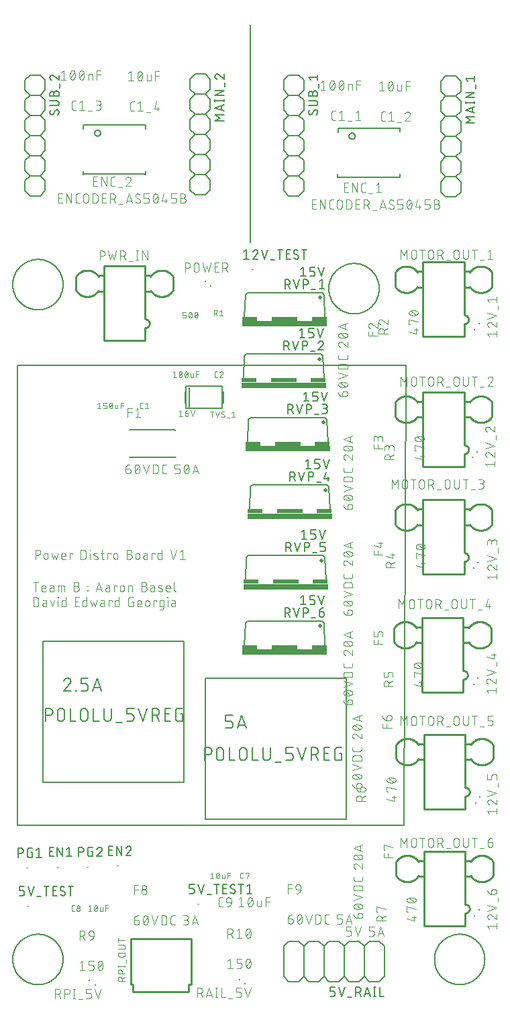
<source format=gto>
G75*
%MOIN*%
%OFA0B0*%
%FSLAX25Y25*%
%IPPOS*%
%LPD*%
%AMOC8*
5,1,8,0,0,1.08239X$1,22.5*
%
%ADD10C,0.00600*%
%ADD11C,0.00400*%
%ADD12C,0.01000*%
%ADD13C,0.00500*%
%ADD14R,0.01000X0.06000*%
%ADD15R,0.01000X0.10000*%
%ADD16C,0.00300*%
%ADD17C,0.00984*%
%ADD18R,0.00787X0.00787*%
%ADD19C,0.00000*%
%ADD20C,0.02000*%
%ADD21R,0.42000X0.03000*%
%ADD22R,0.07500X0.02000*%
%ADD23R,0.13000X0.02000*%
D10*
X0009500Y0022637D02*
X0009504Y0022944D01*
X0009515Y0023250D01*
X0009534Y0023557D01*
X0009560Y0023862D01*
X0009594Y0024167D01*
X0009635Y0024471D01*
X0009684Y0024774D01*
X0009740Y0025076D01*
X0009804Y0025376D01*
X0009875Y0025674D01*
X0009953Y0025971D01*
X0010038Y0026266D01*
X0010131Y0026558D01*
X0010231Y0026848D01*
X0010338Y0027136D01*
X0010452Y0027421D01*
X0010572Y0027703D01*
X0010700Y0027981D01*
X0010835Y0028257D01*
X0010976Y0028529D01*
X0011124Y0028798D01*
X0011278Y0029063D01*
X0011439Y0029324D01*
X0011607Y0029582D01*
X0011780Y0029835D01*
X0011960Y0030083D01*
X0012146Y0030327D01*
X0012337Y0030567D01*
X0012535Y0030802D01*
X0012738Y0031031D01*
X0012947Y0031256D01*
X0013161Y0031476D01*
X0013381Y0031690D01*
X0013606Y0031899D01*
X0013835Y0032102D01*
X0014070Y0032300D01*
X0014310Y0032491D01*
X0014554Y0032677D01*
X0014802Y0032857D01*
X0015055Y0033030D01*
X0015313Y0033198D01*
X0015574Y0033359D01*
X0015839Y0033513D01*
X0016108Y0033661D01*
X0016380Y0033802D01*
X0016656Y0033937D01*
X0016934Y0034065D01*
X0017216Y0034185D01*
X0017501Y0034299D01*
X0017789Y0034406D01*
X0018079Y0034506D01*
X0018371Y0034599D01*
X0018666Y0034684D01*
X0018963Y0034762D01*
X0019261Y0034833D01*
X0019561Y0034897D01*
X0019863Y0034953D01*
X0020166Y0035002D01*
X0020470Y0035043D01*
X0020775Y0035077D01*
X0021080Y0035103D01*
X0021387Y0035122D01*
X0021693Y0035133D01*
X0022000Y0035137D01*
X0022307Y0035133D01*
X0022613Y0035122D01*
X0022920Y0035103D01*
X0023225Y0035077D01*
X0023530Y0035043D01*
X0023834Y0035002D01*
X0024137Y0034953D01*
X0024439Y0034897D01*
X0024739Y0034833D01*
X0025037Y0034762D01*
X0025334Y0034684D01*
X0025629Y0034599D01*
X0025921Y0034506D01*
X0026211Y0034406D01*
X0026499Y0034299D01*
X0026784Y0034185D01*
X0027066Y0034065D01*
X0027344Y0033937D01*
X0027620Y0033802D01*
X0027892Y0033661D01*
X0028161Y0033513D01*
X0028426Y0033359D01*
X0028687Y0033198D01*
X0028945Y0033030D01*
X0029198Y0032857D01*
X0029446Y0032677D01*
X0029690Y0032491D01*
X0029930Y0032300D01*
X0030165Y0032102D01*
X0030394Y0031899D01*
X0030619Y0031690D01*
X0030839Y0031476D01*
X0031053Y0031256D01*
X0031262Y0031031D01*
X0031465Y0030802D01*
X0031663Y0030567D01*
X0031854Y0030327D01*
X0032040Y0030083D01*
X0032220Y0029835D01*
X0032393Y0029582D01*
X0032561Y0029324D01*
X0032722Y0029063D01*
X0032876Y0028798D01*
X0033024Y0028529D01*
X0033165Y0028257D01*
X0033300Y0027981D01*
X0033428Y0027703D01*
X0033548Y0027421D01*
X0033662Y0027136D01*
X0033769Y0026848D01*
X0033869Y0026558D01*
X0033962Y0026266D01*
X0034047Y0025971D01*
X0034125Y0025674D01*
X0034196Y0025376D01*
X0034260Y0025076D01*
X0034316Y0024774D01*
X0034365Y0024471D01*
X0034406Y0024167D01*
X0034440Y0023862D01*
X0034466Y0023557D01*
X0034485Y0023250D01*
X0034496Y0022944D01*
X0034500Y0022637D01*
X0034496Y0022330D01*
X0034485Y0022024D01*
X0034466Y0021717D01*
X0034440Y0021412D01*
X0034406Y0021107D01*
X0034365Y0020803D01*
X0034316Y0020500D01*
X0034260Y0020198D01*
X0034196Y0019898D01*
X0034125Y0019600D01*
X0034047Y0019303D01*
X0033962Y0019008D01*
X0033869Y0018716D01*
X0033769Y0018426D01*
X0033662Y0018138D01*
X0033548Y0017853D01*
X0033428Y0017571D01*
X0033300Y0017293D01*
X0033165Y0017017D01*
X0033024Y0016745D01*
X0032876Y0016476D01*
X0032722Y0016211D01*
X0032561Y0015950D01*
X0032393Y0015692D01*
X0032220Y0015439D01*
X0032040Y0015191D01*
X0031854Y0014947D01*
X0031663Y0014707D01*
X0031465Y0014472D01*
X0031262Y0014243D01*
X0031053Y0014018D01*
X0030839Y0013798D01*
X0030619Y0013584D01*
X0030394Y0013375D01*
X0030165Y0013172D01*
X0029930Y0012974D01*
X0029690Y0012783D01*
X0029446Y0012597D01*
X0029198Y0012417D01*
X0028945Y0012244D01*
X0028687Y0012076D01*
X0028426Y0011915D01*
X0028161Y0011761D01*
X0027892Y0011613D01*
X0027620Y0011472D01*
X0027344Y0011337D01*
X0027066Y0011209D01*
X0026784Y0011089D01*
X0026499Y0010975D01*
X0026211Y0010868D01*
X0025921Y0010768D01*
X0025629Y0010675D01*
X0025334Y0010590D01*
X0025037Y0010512D01*
X0024739Y0010441D01*
X0024439Y0010377D01*
X0024137Y0010321D01*
X0023834Y0010272D01*
X0023530Y0010231D01*
X0023225Y0010197D01*
X0022920Y0010171D01*
X0022613Y0010152D01*
X0022307Y0010141D01*
X0022000Y0010137D01*
X0021693Y0010141D01*
X0021387Y0010152D01*
X0021080Y0010171D01*
X0020775Y0010197D01*
X0020470Y0010231D01*
X0020166Y0010272D01*
X0019863Y0010321D01*
X0019561Y0010377D01*
X0019261Y0010441D01*
X0018963Y0010512D01*
X0018666Y0010590D01*
X0018371Y0010675D01*
X0018079Y0010768D01*
X0017789Y0010868D01*
X0017501Y0010975D01*
X0017216Y0011089D01*
X0016934Y0011209D01*
X0016656Y0011337D01*
X0016380Y0011472D01*
X0016108Y0011613D01*
X0015839Y0011761D01*
X0015574Y0011915D01*
X0015313Y0012076D01*
X0015055Y0012244D01*
X0014802Y0012417D01*
X0014554Y0012597D01*
X0014310Y0012783D01*
X0014070Y0012974D01*
X0013835Y0013172D01*
X0013606Y0013375D01*
X0013381Y0013584D01*
X0013161Y0013798D01*
X0012947Y0014018D01*
X0012738Y0014243D01*
X0012535Y0014472D01*
X0012337Y0014707D01*
X0012146Y0014947D01*
X0011960Y0015191D01*
X0011780Y0015439D01*
X0011607Y0015692D01*
X0011439Y0015950D01*
X0011278Y0016211D01*
X0011124Y0016476D01*
X0010976Y0016745D01*
X0010835Y0017017D01*
X0010700Y0017293D01*
X0010572Y0017571D01*
X0010452Y0017853D01*
X0010338Y0018138D01*
X0010231Y0018426D01*
X0010131Y0018716D01*
X0010038Y0019008D01*
X0009953Y0019303D01*
X0009875Y0019600D01*
X0009804Y0019898D01*
X0009740Y0020198D01*
X0009684Y0020500D01*
X0009635Y0020803D01*
X0009594Y0021107D01*
X0009560Y0021412D01*
X0009534Y0021717D01*
X0009515Y0022024D01*
X0009504Y0022330D01*
X0009500Y0022637D01*
X0011843Y0089251D02*
X0011843Y0317598D01*
X0204756Y0317598D01*
X0203969Y0089251D01*
X0011843Y0089251D01*
X0024500Y0110637D02*
X0094500Y0110637D01*
X0094500Y0180637D01*
X0024500Y0180637D01*
X0024500Y0110637D01*
X0025800Y0140937D02*
X0025800Y0147337D01*
X0027578Y0147337D01*
X0027661Y0147335D01*
X0027744Y0147329D01*
X0027827Y0147319D01*
X0027910Y0147306D01*
X0027991Y0147288D01*
X0028072Y0147267D01*
X0028151Y0147242D01*
X0028229Y0147213D01*
X0028306Y0147181D01*
X0028381Y0147145D01*
X0028455Y0147106D01*
X0028526Y0147063D01*
X0028596Y0147017D01*
X0028663Y0146967D01*
X0028728Y0146915D01*
X0028790Y0146860D01*
X0028850Y0146801D01*
X0028907Y0146740D01*
X0028961Y0146677D01*
X0029012Y0146611D01*
X0029059Y0146542D01*
X0029104Y0146472D01*
X0029145Y0146399D01*
X0029182Y0146325D01*
X0029217Y0146249D01*
X0029247Y0146171D01*
X0029274Y0146093D01*
X0029297Y0146012D01*
X0029317Y0145931D01*
X0029332Y0145849D01*
X0029344Y0145767D01*
X0029352Y0145684D01*
X0029356Y0145601D01*
X0029356Y0145517D01*
X0029352Y0145434D01*
X0029344Y0145351D01*
X0029332Y0145269D01*
X0029317Y0145187D01*
X0029297Y0145106D01*
X0029274Y0145025D01*
X0029247Y0144947D01*
X0029217Y0144869D01*
X0029182Y0144793D01*
X0029145Y0144719D01*
X0029104Y0144646D01*
X0029059Y0144576D01*
X0029012Y0144507D01*
X0028961Y0144441D01*
X0028907Y0144378D01*
X0028850Y0144317D01*
X0028790Y0144258D01*
X0028728Y0144203D01*
X0028663Y0144151D01*
X0028596Y0144101D01*
X0028526Y0144055D01*
X0028455Y0144012D01*
X0028381Y0143973D01*
X0028306Y0143937D01*
X0028229Y0143905D01*
X0028151Y0143876D01*
X0028072Y0143851D01*
X0027991Y0143830D01*
X0027910Y0143812D01*
X0027827Y0143799D01*
X0027744Y0143789D01*
X0027661Y0143783D01*
X0027578Y0143781D01*
X0025800Y0143781D01*
X0031666Y0142715D02*
X0031666Y0145559D01*
X0031668Y0145642D01*
X0031674Y0145725D01*
X0031684Y0145808D01*
X0031697Y0145891D01*
X0031715Y0145972D01*
X0031736Y0146053D01*
X0031761Y0146132D01*
X0031790Y0146210D01*
X0031822Y0146287D01*
X0031858Y0146362D01*
X0031897Y0146436D01*
X0031940Y0146507D01*
X0031986Y0146577D01*
X0032036Y0146644D01*
X0032088Y0146709D01*
X0032143Y0146771D01*
X0032202Y0146831D01*
X0032263Y0146888D01*
X0032326Y0146942D01*
X0032392Y0146993D01*
X0032461Y0147040D01*
X0032531Y0147085D01*
X0032604Y0147126D01*
X0032678Y0147163D01*
X0032754Y0147198D01*
X0032832Y0147228D01*
X0032910Y0147255D01*
X0032991Y0147278D01*
X0033072Y0147298D01*
X0033154Y0147313D01*
X0033236Y0147325D01*
X0033319Y0147333D01*
X0033402Y0147337D01*
X0033486Y0147337D01*
X0033569Y0147333D01*
X0033652Y0147325D01*
X0033734Y0147313D01*
X0033816Y0147298D01*
X0033897Y0147278D01*
X0033978Y0147255D01*
X0034056Y0147228D01*
X0034134Y0147198D01*
X0034210Y0147163D01*
X0034284Y0147126D01*
X0034357Y0147085D01*
X0034427Y0147040D01*
X0034496Y0146993D01*
X0034562Y0146942D01*
X0034625Y0146888D01*
X0034686Y0146831D01*
X0034745Y0146771D01*
X0034800Y0146709D01*
X0034852Y0146644D01*
X0034902Y0146577D01*
X0034948Y0146507D01*
X0034991Y0146436D01*
X0035030Y0146362D01*
X0035066Y0146287D01*
X0035098Y0146210D01*
X0035127Y0146132D01*
X0035152Y0146053D01*
X0035173Y0145972D01*
X0035191Y0145891D01*
X0035204Y0145808D01*
X0035214Y0145725D01*
X0035220Y0145642D01*
X0035222Y0145559D01*
X0035221Y0145559D02*
X0035221Y0142715D01*
X0035222Y0142715D02*
X0035220Y0142632D01*
X0035214Y0142549D01*
X0035204Y0142466D01*
X0035191Y0142383D01*
X0035173Y0142302D01*
X0035152Y0142221D01*
X0035127Y0142142D01*
X0035098Y0142064D01*
X0035066Y0141987D01*
X0035030Y0141912D01*
X0034991Y0141838D01*
X0034948Y0141767D01*
X0034902Y0141697D01*
X0034852Y0141630D01*
X0034800Y0141565D01*
X0034745Y0141503D01*
X0034686Y0141443D01*
X0034625Y0141386D01*
X0034562Y0141332D01*
X0034496Y0141281D01*
X0034427Y0141234D01*
X0034357Y0141189D01*
X0034284Y0141148D01*
X0034210Y0141111D01*
X0034134Y0141076D01*
X0034056Y0141046D01*
X0033978Y0141019D01*
X0033897Y0140996D01*
X0033816Y0140976D01*
X0033734Y0140961D01*
X0033652Y0140949D01*
X0033569Y0140941D01*
X0033486Y0140937D01*
X0033402Y0140937D01*
X0033319Y0140941D01*
X0033236Y0140949D01*
X0033154Y0140961D01*
X0033072Y0140976D01*
X0032991Y0140996D01*
X0032910Y0141019D01*
X0032832Y0141046D01*
X0032754Y0141076D01*
X0032678Y0141111D01*
X0032604Y0141148D01*
X0032531Y0141189D01*
X0032461Y0141234D01*
X0032392Y0141281D01*
X0032326Y0141332D01*
X0032263Y0141386D01*
X0032202Y0141443D01*
X0032143Y0141503D01*
X0032088Y0141565D01*
X0032036Y0141630D01*
X0031986Y0141697D01*
X0031940Y0141767D01*
X0031897Y0141838D01*
X0031858Y0141912D01*
X0031822Y0141987D01*
X0031790Y0142064D01*
X0031761Y0142142D01*
X0031736Y0142221D01*
X0031715Y0142302D01*
X0031697Y0142383D01*
X0031684Y0142466D01*
X0031674Y0142549D01*
X0031668Y0142632D01*
X0031666Y0142715D01*
X0034800Y0155937D02*
X0038356Y0155937D01*
X0040708Y0155937D02*
X0040708Y0156293D01*
X0041063Y0156293D01*
X0041063Y0155937D01*
X0040708Y0155937D01*
X0043416Y0155937D02*
X0045549Y0155937D01*
X0045623Y0155939D01*
X0045698Y0155945D01*
X0045771Y0155955D01*
X0045845Y0155968D01*
X0045917Y0155985D01*
X0045988Y0156007D01*
X0046059Y0156031D01*
X0046127Y0156060D01*
X0046195Y0156092D01*
X0046260Y0156128D01*
X0046323Y0156166D01*
X0046385Y0156209D01*
X0046444Y0156254D01*
X0046501Y0156302D01*
X0046555Y0156353D01*
X0046606Y0156407D01*
X0046654Y0156464D01*
X0046699Y0156523D01*
X0046742Y0156585D01*
X0046780Y0156648D01*
X0046816Y0156713D01*
X0046848Y0156781D01*
X0046877Y0156849D01*
X0046901Y0156920D01*
X0046923Y0156991D01*
X0046940Y0157063D01*
X0046953Y0157137D01*
X0046963Y0157210D01*
X0046969Y0157285D01*
X0046971Y0157359D01*
X0046971Y0158070D01*
X0046969Y0158144D01*
X0046963Y0158219D01*
X0046953Y0158292D01*
X0046940Y0158366D01*
X0046923Y0158438D01*
X0046901Y0158509D01*
X0046877Y0158580D01*
X0046848Y0158648D01*
X0046816Y0158716D01*
X0046780Y0158781D01*
X0046742Y0158844D01*
X0046699Y0158906D01*
X0046654Y0158965D01*
X0046606Y0159022D01*
X0046555Y0159076D01*
X0046501Y0159127D01*
X0046444Y0159175D01*
X0046385Y0159220D01*
X0046323Y0159263D01*
X0046260Y0159301D01*
X0046195Y0159337D01*
X0046127Y0159369D01*
X0046059Y0159398D01*
X0045988Y0159422D01*
X0045917Y0159444D01*
X0045845Y0159461D01*
X0045771Y0159474D01*
X0045698Y0159484D01*
X0045623Y0159490D01*
X0045549Y0159492D01*
X0045549Y0159493D02*
X0043416Y0159493D01*
X0043416Y0162337D01*
X0046971Y0162337D01*
X0049747Y0157537D02*
X0052947Y0157537D01*
X0053481Y0155937D02*
X0051347Y0162337D01*
X0049214Y0155937D01*
X0049524Y0147337D02*
X0049524Y0140937D01*
X0052369Y0140937D01*
X0054846Y0142715D02*
X0054846Y0147337D01*
X0054846Y0142715D02*
X0054848Y0142632D01*
X0054854Y0142549D01*
X0054864Y0142466D01*
X0054877Y0142383D01*
X0054895Y0142302D01*
X0054916Y0142221D01*
X0054941Y0142142D01*
X0054970Y0142064D01*
X0055002Y0141987D01*
X0055038Y0141912D01*
X0055077Y0141838D01*
X0055120Y0141767D01*
X0055166Y0141697D01*
X0055216Y0141630D01*
X0055268Y0141565D01*
X0055323Y0141503D01*
X0055382Y0141443D01*
X0055443Y0141386D01*
X0055506Y0141332D01*
X0055572Y0141281D01*
X0055641Y0141234D01*
X0055711Y0141189D01*
X0055784Y0141148D01*
X0055858Y0141111D01*
X0055934Y0141076D01*
X0056012Y0141046D01*
X0056090Y0141019D01*
X0056171Y0140996D01*
X0056252Y0140976D01*
X0056334Y0140961D01*
X0056416Y0140949D01*
X0056499Y0140941D01*
X0056582Y0140937D01*
X0056666Y0140937D01*
X0056749Y0140941D01*
X0056832Y0140949D01*
X0056914Y0140961D01*
X0056996Y0140976D01*
X0057077Y0140996D01*
X0057158Y0141019D01*
X0057236Y0141046D01*
X0057314Y0141076D01*
X0057390Y0141111D01*
X0057464Y0141148D01*
X0057537Y0141189D01*
X0057607Y0141234D01*
X0057676Y0141281D01*
X0057742Y0141332D01*
X0057805Y0141386D01*
X0057866Y0141443D01*
X0057925Y0141503D01*
X0057980Y0141565D01*
X0058032Y0141630D01*
X0058082Y0141697D01*
X0058128Y0141767D01*
X0058171Y0141838D01*
X0058210Y0141912D01*
X0058246Y0141987D01*
X0058278Y0142064D01*
X0058307Y0142142D01*
X0058332Y0142221D01*
X0058353Y0142302D01*
X0058371Y0142383D01*
X0058384Y0142466D01*
X0058394Y0142549D01*
X0058400Y0142632D01*
X0058402Y0142715D01*
X0058402Y0147337D01*
X0060945Y0140226D02*
X0063790Y0140226D01*
X0066128Y0140937D02*
X0068262Y0140937D01*
X0068336Y0140939D01*
X0068411Y0140945D01*
X0068484Y0140955D01*
X0068558Y0140968D01*
X0068630Y0140985D01*
X0068701Y0141007D01*
X0068772Y0141031D01*
X0068840Y0141060D01*
X0068908Y0141092D01*
X0068973Y0141128D01*
X0069036Y0141166D01*
X0069098Y0141209D01*
X0069157Y0141254D01*
X0069214Y0141302D01*
X0069268Y0141353D01*
X0069319Y0141407D01*
X0069367Y0141464D01*
X0069412Y0141523D01*
X0069455Y0141585D01*
X0069493Y0141648D01*
X0069529Y0141713D01*
X0069561Y0141781D01*
X0069590Y0141849D01*
X0069614Y0141920D01*
X0069636Y0141991D01*
X0069653Y0142063D01*
X0069666Y0142137D01*
X0069676Y0142210D01*
X0069682Y0142285D01*
X0069684Y0142359D01*
X0069684Y0143070D01*
X0069682Y0143144D01*
X0069676Y0143219D01*
X0069666Y0143292D01*
X0069653Y0143366D01*
X0069636Y0143438D01*
X0069614Y0143509D01*
X0069590Y0143580D01*
X0069561Y0143648D01*
X0069529Y0143716D01*
X0069493Y0143781D01*
X0069455Y0143844D01*
X0069412Y0143906D01*
X0069367Y0143965D01*
X0069319Y0144022D01*
X0069268Y0144076D01*
X0069214Y0144127D01*
X0069157Y0144175D01*
X0069098Y0144220D01*
X0069036Y0144263D01*
X0068973Y0144301D01*
X0068908Y0144337D01*
X0068840Y0144369D01*
X0068772Y0144398D01*
X0068701Y0144422D01*
X0068630Y0144444D01*
X0068558Y0144461D01*
X0068484Y0144474D01*
X0068411Y0144484D01*
X0068336Y0144490D01*
X0068262Y0144492D01*
X0068262Y0144493D02*
X0066128Y0144493D01*
X0066128Y0147337D01*
X0069684Y0147337D01*
X0071927Y0147337D02*
X0074060Y0140937D01*
X0076194Y0147337D01*
X0078678Y0147337D02*
X0080455Y0147337D01*
X0078678Y0147337D02*
X0078678Y0140937D01*
X0078678Y0143781D02*
X0080455Y0143781D01*
X0080811Y0143781D02*
X0082233Y0140937D01*
X0085012Y0140937D02*
X0085012Y0147337D01*
X0087857Y0147337D01*
X0090334Y0145915D02*
X0090334Y0142359D01*
X0090336Y0142285D01*
X0090342Y0142210D01*
X0090352Y0142137D01*
X0090365Y0142063D01*
X0090382Y0141991D01*
X0090404Y0141920D01*
X0090428Y0141849D01*
X0090457Y0141781D01*
X0090489Y0141713D01*
X0090525Y0141648D01*
X0090563Y0141585D01*
X0090606Y0141523D01*
X0090651Y0141464D01*
X0090699Y0141407D01*
X0090750Y0141353D01*
X0090804Y0141302D01*
X0090861Y0141254D01*
X0090920Y0141209D01*
X0090982Y0141166D01*
X0091045Y0141128D01*
X0091110Y0141092D01*
X0091178Y0141060D01*
X0091246Y0141031D01*
X0091317Y0141007D01*
X0091388Y0140985D01*
X0091460Y0140968D01*
X0091534Y0140955D01*
X0091607Y0140945D01*
X0091682Y0140939D01*
X0091756Y0140937D01*
X0093890Y0140937D01*
X0093890Y0144493D01*
X0092823Y0144493D01*
X0090334Y0145915D02*
X0090336Y0145989D01*
X0090342Y0146064D01*
X0090352Y0146137D01*
X0090365Y0146211D01*
X0090382Y0146283D01*
X0090404Y0146354D01*
X0090428Y0146425D01*
X0090457Y0146493D01*
X0090489Y0146561D01*
X0090525Y0146626D01*
X0090563Y0146689D01*
X0090606Y0146751D01*
X0090651Y0146810D01*
X0090699Y0146866D01*
X0090750Y0146921D01*
X0090804Y0146972D01*
X0090861Y0147020D01*
X0090920Y0147065D01*
X0090982Y0147108D01*
X0091045Y0147146D01*
X0091110Y0147182D01*
X0091178Y0147214D01*
X0091246Y0147243D01*
X0091317Y0147267D01*
X0091388Y0147289D01*
X0091460Y0147306D01*
X0091534Y0147319D01*
X0091607Y0147329D01*
X0091682Y0147335D01*
X0091756Y0147337D01*
X0093890Y0147337D01*
X0087146Y0144493D02*
X0085012Y0144493D01*
X0085012Y0140937D02*
X0087857Y0140937D01*
X0080455Y0143781D02*
X0080538Y0143783D01*
X0080621Y0143789D01*
X0080704Y0143799D01*
X0080787Y0143812D01*
X0080868Y0143830D01*
X0080949Y0143851D01*
X0081028Y0143876D01*
X0081106Y0143905D01*
X0081183Y0143937D01*
X0081258Y0143973D01*
X0081332Y0144012D01*
X0081403Y0144055D01*
X0081473Y0144101D01*
X0081540Y0144151D01*
X0081605Y0144203D01*
X0081667Y0144258D01*
X0081727Y0144317D01*
X0081784Y0144378D01*
X0081838Y0144441D01*
X0081889Y0144507D01*
X0081936Y0144576D01*
X0081981Y0144646D01*
X0082022Y0144719D01*
X0082059Y0144793D01*
X0082094Y0144869D01*
X0082124Y0144947D01*
X0082151Y0145025D01*
X0082174Y0145106D01*
X0082194Y0145187D01*
X0082209Y0145269D01*
X0082221Y0145351D01*
X0082229Y0145434D01*
X0082233Y0145517D01*
X0082233Y0145601D01*
X0082229Y0145684D01*
X0082221Y0145767D01*
X0082209Y0145849D01*
X0082194Y0145931D01*
X0082174Y0146012D01*
X0082151Y0146093D01*
X0082124Y0146171D01*
X0082094Y0146249D01*
X0082059Y0146325D01*
X0082022Y0146399D01*
X0081981Y0146472D01*
X0081936Y0146542D01*
X0081889Y0146611D01*
X0081838Y0146677D01*
X0081784Y0146740D01*
X0081727Y0146801D01*
X0081667Y0146860D01*
X0081605Y0146915D01*
X0081540Y0146967D01*
X0081473Y0147017D01*
X0081403Y0147063D01*
X0081332Y0147106D01*
X0081258Y0147145D01*
X0081183Y0147181D01*
X0081106Y0147213D01*
X0081028Y0147242D01*
X0080949Y0147267D01*
X0080868Y0147288D01*
X0080787Y0147306D01*
X0080704Y0147319D01*
X0080621Y0147329D01*
X0080538Y0147335D01*
X0080455Y0147337D01*
X0105000Y0162137D02*
X0175000Y0162137D01*
X0175000Y0092137D01*
X0105000Y0092137D01*
X0105000Y0162137D01*
X0115300Y0143837D02*
X0118856Y0143837D01*
X0117433Y0140993D02*
X0115300Y0140993D01*
X0115300Y0143837D01*
X0117433Y0140992D02*
X0117507Y0140990D01*
X0117582Y0140984D01*
X0117655Y0140974D01*
X0117729Y0140961D01*
X0117801Y0140944D01*
X0117872Y0140922D01*
X0117943Y0140898D01*
X0118011Y0140869D01*
X0118079Y0140837D01*
X0118144Y0140801D01*
X0118207Y0140763D01*
X0118269Y0140720D01*
X0118328Y0140675D01*
X0118385Y0140627D01*
X0118439Y0140576D01*
X0118490Y0140522D01*
X0118538Y0140465D01*
X0118583Y0140406D01*
X0118626Y0140344D01*
X0118664Y0140281D01*
X0118700Y0140216D01*
X0118732Y0140148D01*
X0118761Y0140080D01*
X0118785Y0140009D01*
X0118807Y0139938D01*
X0118824Y0139866D01*
X0118837Y0139792D01*
X0118847Y0139719D01*
X0118853Y0139644D01*
X0118855Y0139570D01*
X0118856Y0139570D02*
X0118856Y0138859D01*
X0118855Y0138859D02*
X0118853Y0138785D01*
X0118847Y0138710D01*
X0118837Y0138637D01*
X0118824Y0138563D01*
X0118807Y0138491D01*
X0118785Y0138420D01*
X0118761Y0138349D01*
X0118732Y0138281D01*
X0118700Y0138213D01*
X0118664Y0138148D01*
X0118626Y0138085D01*
X0118583Y0138023D01*
X0118538Y0137964D01*
X0118490Y0137907D01*
X0118439Y0137853D01*
X0118385Y0137802D01*
X0118328Y0137754D01*
X0118269Y0137709D01*
X0118207Y0137666D01*
X0118144Y0137628D01*
X0118079Y0137592D01*
X0118011Y0137560D01*
X0117943Y0137531D01*
X0117872Y0137507D01*
X0117801Y0137485D01*
X0117729Y0137468D01*
X0117655Y0137455D01*
X0117582Y0137445D01*
X0117507Y0137439D01*
X0117433Y0137437D01*
X0115300Y0137437D01*
X0121098Y0137437D02*
X0123232Y0143837D01*
X0125365Y0137437D01*
X0124832Y0139037D02*
X0121632Y0139037D01*
X0117037Y0127837D02*
X0117037Y0121437D01*
X0119881Y0121437D01*
X0122153Y0123215D02*
X0122153Y0126059D01*
X0122155Y0126142D01*
X0122161Y0126225D01*
X0122171Y0126308D01*
X0122184Y0126391D01*
X0122202Y0126472D01*
X0122223Y0126553D01*
X0122248Y0126632D01*
X0122277Y0126710D01*
X0122309Y0126787D01*
X0122345Y0126862D01*
X0122384Y0126936D01*
X0122427Y0127007D01*
X0122473Y0127077D01*
X0122523Y0127144D01*
X0122575Y0127209D01*
X0122630Y0127271D01*
X0122689Y0127331D01*
X0122750Y0127388D01*
X0122813Y0127442D01*
X0122879Y0127493D01*
X0122948Y0127540D01*
X0123018Y0127585D01*
X0123091Y0127626D01*
X0123165Y0127663D01*
X0123241Y0127698D01*
X0123319Y0127728D01*
X0123397Y0127755D01*
X0123478Y0127778D01*
X0123559Y0127798D01*
X0123641Y0127813D01*
X0123723Y0127825D01*
X0123806Y0127833D01*
X0123889Y0127837D01*
X0123973Y0127837D01*
X0124056Y0127833D01*
X0124139Y0127825D01*
X0124221Y0127813D01*
X0124303Y0127798D01*
X0124384Y0127778D01*
X0124465Y0127755D01*
X0124543Y0127728D01*
X0124621Y0127698D01*
X0124697Y0127663D01*
X0124771Y0127626D01*
X0124844Y0127585D01*
X0124914Y0127540D01*
X0124983Y0127493D01*
X0125049Y0127442D01*
X0125112Y0127388D01*
X0125173Y0127331D01*
X0125232Y0127271D01*
X0125287Y0127209D01*
X0125339Y0127144D01*
X0125389Y0127077D01*
X0125435Y0127007D01*
X0125478Y0126936D01*
X0125517Y0126862D01*
X0125553Y0126787D01*
X0125585Y0126710D01*
X0125614Y0126632D01*
X0125639Y0126553D01*
X0125660Y0126472D01*
X0125678Y0126391D01*
X0125691Y0126308D01*
X0125701Y0126225D01*
X0125707Y0126142D01*
X0125709Y0126059D01*
X0125709Y0123215D01*
X0125707Y0123132D01*
X0125701Y0123049D01*
X0125691Y0122966D01*
X0125678Y0122883D01*
X0125660Y0122802D01*
X0125639Y0122721D01*
X0125614Y0122642D01*
X0125585Y0122564D01*
X0125553Y0122487D01*
X0125517Y0122412D01*
X0125478Y0122338D01*
X0125435Y0122267D01*
X0125389Y0122197D01*
X0125339Y0122130D01*
X0125287Y0122065D01*
X0125232Y0122003D01*
X0125173Y0121943D01*
X0125112Y0121886D01*
X0125049Y0121832D01*
X0124983Y0121781D01*
X0124914Y0121734D01*
X0124844Y0121689D01*
X0124771Y0121648D01*
X0124697Y0121611D01*
X0124621Y0121576D01*
X0124543Y0121546D01*
X0124465Y0121519D01*
X0124384Y0121496D01*
X0124303Y0121476D01*
X0124221Y0121461D01*
X0124139Y0121449D01*
X0124056Y0121441D01*
X0123973Y0121437D01*
X0123889Y0121437D01*
X0123806Y0121441D01*
X0123723Y0121449D01*
X0123641Y0121461D01*
X0123559Y0121476D01*
X0123478Y0121496D01*
X0123397Y0121519D01*
X0123319Y0121546D01*
X0123241Y0121576D01*
X0123165Y0121611D01*
X0123091Y0121648D01*
X0123018Y0121689D01*
X0122948Y0121734D01*
X0122879Y0121781D01*
X0122813Y0121832D01*
X0122750Y0121886D01*
X0122689Y0121943D01*
X0122630Y0122003D01*
X0122575Y0122065D01*
X0122523Y0122130D01*
X0122473Y0122197D01*
X0122427Y0122267D01*
X0122384Y0122338D01*
X0122345Y0122412D01*
X0122309Y0122487D01*
X0122277Y0122564D01*
X0122248Y0122642D01*
X0122223Y0122721D01*
X0122202Y0122802D01*
X0122184Y0122883D01*
X0122171Y0122966D01*
X0122161Y0123049D01*
X0122155Y0123132D01*
X0122153Y0123215D01*
X0128524Y0121437D02*
X0131369Y0121437D01*
X0128524Y0121437D02*
X0128524Y0127837D01*
X0133846Y0127837D02*
X0133846Y0123215D01*
X0133848Y0123132D01*
X0133854Y0123049D01*
X0133864Y0122966D01*
X0133877Y0122883D01*
X0133895Y0122802D01*
X0133916Y0122721D01*
X0133941Y0122642D01*
X0133970Y0122564D01*
X0134002Y0122487D01*
X0134038Y0122412D01*
X0134077Y0122338D01*
X0134120Y0122267D01*
X0134166Y0122197D01*
X0134216Y0122130D01*
X0134268Y0122065D01*
X0134323Y0122003D01*
X0134382Y0121943D01*
X0134443Y0121886D01*
X0134506Y0121832D01*
X0134572Y0121781D01*
X0134641Y0121734D01*
X0134711Y0121689D01*
X0134784Y0121648D01*
X0134858Y0121611D01*
X0134934Y0121576D01*
X0135012Y0121546D01*
X0135090Y0121519D01*
X0135171Y0121496D01*
X0135252Y0121476D01*
X0135334Y0121461D01*
X0135416Y0121449D01*
X0135499Y0121441D01*
X0135582Y0121437D01*
X0135666Y0121437D01*
X0135749Y0121441D01*
X0135832Y0121449D01*
X0135914Y0121461D01*
X0135996Y0121476D01*
X0136077Y0121496D01*
X0136158Y0121519D01*
X0136236Y0121546D01*
X0136314Y0121576D01*
X0136390Y0121611D01*
X0136464Y0121648D01*
X0136537Y0121689D01*
X0136607Y0121734D01*
X0136676Y0121781D01*
X0136742Y0121832D01*
X0136805Y0121886D01*
X0136866Y0121943D01*
X0136925Y0122003D01*
X0136980Y0122065D01*
X0137032Y0122130D01*
X0137082Y0122197D01*
X0137128Y0122267D01*
X0137171Y0122338D01*
X0137210Y0122412D01*
X0137246Y0122487D01*
X0137278Y0122564D01*
X0137307Y0122642D01*
X0137332Y0122721D01*
X0137353Y0122802D01*
X0137371Y0122883D01*
X0137384Y0122966D01*
X0137394Y0123049D01*
X0137400Y0123132D01*
X0137402Y0123215D01*
X0137402Y0127837D01*
X0139945Y0120726D02*
X0142790Y0120726D01*
X0145128Y0121437D02*
X0147262Y0121437D01*
X0147336Y0121439D01*
X0147411Y0121445D01*
X0147484Y0121455D01*
X0147558Y0121468D01*
X0147630Y0121485D01*
X0147701Y0121507D01*
X0147772Y0121531D01*
X0147840Y0121560D01*
X0147908Y0121592D01*
X0147973Y0121628D01*
X0148036Y0121666D01*
X0148098Y0121709D01*
X0148157Y0121754D01*
X0148214Y0121802D01*
X0148268Y0121853D01*
X0148319Y0121907D01*
X0148367Y0121964D01*
X0148412Y0122023D01*
X0148455Y0122085D01*
X0148493Y0122148D01*
X0148529Y0122213D01*
X0148561Y0122281D01*
X0148590Y0122349D01*
X0148614Y0122420D01*
X0148636Y0122491D01*
X0148653Y0122563D01*
X0148666Y0122637D01*
X0148676Y0122710D01*
X0148682Y0122785D01*
X0148684Y0122859D01*
X0148684Y0123570D01*
X0148682Y0123644D01*
X0148676Y0123719D01*
X0148666Y0123792D01*
X0148653Y0123866D01*
X0148636Y0123938D01*
X0148614Y0124009D01*
X0148590Y0124080D01*
X0148561Y0124148D01*
X0148529Y0124216D01*
X0148493Y0124281D01*
X0148455Y0124344D01*
X0148412Y0124406D01*
X0148367Y0124465D01*
X0148319Y0124522D01*
X0148268Y0124576D01*
X0148214Y0124627D01*
X0148157Y0124675D01*
X0148098Y0124720D01*
X0148036Y0124763D01*
X0147973Y0124801D01*
X0147908Y0124837D01*
X0147840Y0124869D01*
X0147772Y0124898D01*
X0147701Y0124922D01*
X0147630Y0124944D01*
X0147558Y0124961D01*
X0147484Y0124974D01*
X0147411Y0124984D01*
X0147336Y0124990D01*
X0147262Y0124992D01*
X0147262Y0124993D02*
X0145128Y0124993D01*
X0145128Y0127837D01*
X0148684Y0127837D01*
X0150927Y0127837D02*
X0153060Y0121437D01*
X0155194Y0127837D01*
X0157678Y0127837D02*
X0159455Y0127837D01*
X0157678Y0127837D02*
X0157678Y0121437D01*
X0157678Y0124281D02*
X0159455Y0124281D01*
X0159811Y0124281D02*
X0161233Y0121437D01*
X0164012Y0121437D02*
X0164012Y0127837D01*
X0166857Y0127837D01*
X0169334Y0126415D02*
X0169334Y0122859D01*
X0169336Y0122785D01*
X0169342Y0122710D01*
X0169352Y0122637D01*
X0169365Y0122563D01*
X0169382Y0122491D01*
X0169404Y0122420D01*
X0169428Y0122349D01*
X0169457Y0122281D01*
X0169489Y0122213D01*
X0169525Y0122148D01*
X0169563Y0122085D01*
X0169606Y0122023D01*
X0169651Y0121964D01*
X0169699Y0121907D01*
X0169750Y0121853D01*
X0169804Y0121802D01*
X0169861Y0121754D01*
X0169920Y0121709D01*
X0169982Y0121666D01*
X0170045Y0121628D01*
X0170110Y0121592D01*
X0170178Y0121560D01*
X0170246Y0121531D01*
X0170317Y0121507D01*
X0170388Y0121485D01*
X0170460Y0121468D01*
X0170534Y0121455D01*
X0170607Y0121445D01*
X0170682Y0121439D01*
X0170756Y0121437D01*
X0172890Y0121437D01*
X0172890Y0124993D01*
X0171823Y0124993D01*
X0169334Y0126415D02*
X0169336Y0126489D01*
X0169342Y0126564D01*
X0169352Y0126637D01*
X0169365Y0126711D01*
X0169382Y0126783D01*
X0169404Y0126854D01*
X0169428Y0126925D01*
X0169457Y0126993D01*
X0169489Y0127061D01*
X0169525Y0127126D01*
X0169563Y0127189D01*
X0169606Y0127251D01*
X0169651Y0127310D01*
X0169699Y0127366D01*
X0169750Y0127421D01*
X0169804Y0127472D01*
X0169861Y0127520D01*
X0169920Y0127565D01*
X0169982Y0127608D01*
X0170045Y0127646D01*
X0170110Y0127682D01*
X0170178Y0127714D01*
X0170246Y0127743D01*
X0170317Y0127767D01*
X0170388Y0127789D01*
X0170460Y0127806D01*
X0170534Y0127819D01*
X0170607Y0127829D01*
X0170682Y0127835D01*
X0170756Y0127837D01*
X0172890Y0127837D01*
X0166146Y0124993D02*
X0164012Y0124993D01*
X0164012Y0121437D02*
X0166857Y0121437D01*
X0159455Y0124281D02*
X0159538Y0124283D01*
X0159621Y0124289D01*
X0159704Y0124299D01*
X0159787Y0124312D01*
X0159868Y0124330D01*
X0159949Y0124351D01*
X0160028Y0124376D01*
X0160106Y0124405D01*
X0160183Y0124437D01*
X0160258Y0124473D01*
X0160332Y0124512D01*
X0160403Y0124555D01*
X0160473Y0124601D01*
X0160540Y0124651D01*
X0160605Y0124703D01*
X0160667Y0124758D01*
X0160727Y0124817D01*
X0160784Y0124878D01*
X0160838Y0124941D01*
X0160889Y0125007D01*
X0160936Y0125076D01*
X0160981Y0125146D01*
X0161022Y0125219D01*
X0161059Y0125293D01*
X0161094Y0125369D01*
X0161124Y0125447D01*
X0161151Y0125525D01*
X0161174Y0125606D01*
X0161194Y0125687D01*
X0161209Y0125769D01*
X0161221Y0125851D01*
X0161229Y0125934D01*
X0161233Y0126017D01*
X0161233Y0126101D01*
X0161229Y0126184D01*
X0161221Y0126267D01*
X0161209Y0126349D01*
X0161194Y0126431D01*
X0161174Y0126512D01*
X0161151Y0126593D01*
X0161124Y0126671D01*
X0161094Y0126749D01*
X0161059Y0126825D01*
X0161022Y0126899D01*
X0160981Y0126972D01*
X0160936Y0127042D01*
X0160889Y0127111D01*
X0160838Y0127177D01*
X0160784Y0127240D01*
X0160727Y0127301D01*
X0160667Y0127360D01*
X0160605Y0127415D01*
X0160540Y0127467D01*
X0160473Y0127517D01*
X0160403Y0127563D01*
X0160332Y0127606D01*
X0160258Y0127645D01*
X0160183Y0127681D01*
X0160106Y0127713D01*
X0160028Y0127742D01*
X0159949Y0127767D01*
X0159868Y0127788D01*
X0159787Y0127806D01*
X0159704Y0127819D01*
X0159621Y0127829D01*
X0159538Y0127835D01*
X0159455Y0127837D01*
X0164500Y0178137D02*
X0164000Y0189637D01*
X0163000Y0190637D01*
X0126000Y0190637D01*
X0125000Y0189637D01*
X0124500Y0178137D01*
X0125000Y0210637D02*
X0125500Y0222137D01*
X0126500Y0223137D01*
X0163500Y0223137D01*
X0164500Y0222137D01*
X0165000Y0210637D01*
X0167000Y0245637D02*
X0166500Y0257137D01*
X0165500Y0258137D01*
X0128500Y0258137D01*
X0127500Y0257137D01*
X0127000Y0245637D01*
X0126000Y0279137D02*
X0126500Y0290637D01*
X0127500Y0291637D01*
X0164500Y0291637D01*
X0165500Y0290637D01*
X0166000Y0279137D01*
X0164000Y0310637D02*
X0163500Y0322137D01*
X0162500Y0323137D01*
X0125500Y0323137D01*
X0124500Y0322137D01*
X0124000Y0310637D01*
X0124500Y0341137D02*
X0125000Y0352637D01*
X0126000Y0353637D01*
X0163000Y0353637D01*
X0164000Y0352637D01*
X0164500Y0341137D01*
X0166500Y0355637D02*
X0166504Y0355944D01*
X0166515Y0356250D01*
X0166534Y0356557D01*
X0166560Y0356862D01*
X0166594Y0357167D01*
X0166635Y0357471D01*
X0166684Y0357774D01*
X0166740Y0358076D01*
X0166804Y0358376D01*
X0166875Y0358674D01*
X0166953Y0358971D01*
X0167038Y0359266D01*
X0167131Y0359558D01*
X0167231Y0359848D01*
X0167338Y0360136D01*
X0167452Y0360421D01*
X0167572Y0360703D01*
X0167700Y0360981D01*
X0167835Y0361257D01*
X0167976Y0361529D01*
X0168124Y0361798D01*
X0168278Y0362063D01*
X0168439Y0362324D01*
X0168607Y0362582D01*
X0168780Y0362835D01*
X0168960Y0363083D01*
X0169146Y0363327D01*
X0169337Y0363567D01*
X0169535Y0363802D01*
X0169738Y0364031D01*
X0169947Y0364256D01*
X0170161Y0364476D01*
X0170381Y0364690D01*
X0170606Y0364899D01*
X0170835Y0365102D01*
X0171070Y0365300D01*
X0171310Y0365491D01*
X0171554Y0365677D01*
X0171802Y0365857D01*
X0172055Y0366030D01*
X0172313Y0366198D01*
X0172574Y0366359D01*
X0172839Y0366513D01*
X0173108Y0366661D01*
X0173380Y0366802D01*
X0173656Y0366937D01*
X0173934Y0367065D01*
X0174216Y0367185D01*
X0174501Y0367299D01*
X0174789Y0367406D01*
X0175079Y0367506D01*
X0175371Y0367599D01*
X0175666Y0367684D01*
X0175963Y0367762D01*
X0176261Y0367833D01*
X0176561Y0367897D01*
X0176863Y0367953D01*
X0177166Y0368002D01*
X0177470Y0368043D01*
X0177775Y0368077D01*
X0178080Y0368103D01*
X0178387Y0368122D01*
X0178693Y0368133D01*
X0179000Y0368137D01*
X0179307Y0368133D01*
X0179613Y0368122D01*
X0179920Y0368103D01*
X0180225Y0368077D01*
X0180530Y0368043D01*
X0180834Y0368002D01*
X0181137Y0367953D01*
X0181439Y0367897D01*
X0181739Y0367833D01*
X0182037Y0367762D01*
X0182334Y0367684D01*
X0182629Y0367599D01*
X0182921Y0367506D01*
X0183211Y0367406D01*
X0183499Y0367299D01*
X0183784Y0367185D01*
X0184066Y0367065D01*
X0184344Y0366937D01*
X0184620Y0366802D01*
X0184892Y0366661D01*
X0185161Y0366513D01*
X0185426Y0366359D01*
X0185687Y0366198D01*
X0185945Y0366030D01*
X0186198Y0365857D01*
X0186446Y0365677D01*
X0186690Y0365491D01*
X0186930Y0365300D01*
X0187165Y0365102D01*
X0187394Y0364899D01*
X0187619Y0364690D01*
X0187839Y0364476D01*
X0188053Y0364256D01*
X0188262Y0364031D01*
X0188465Y0363802D01*
X0188663Y0363567D01*
X0188854Y0363327D01*
X0189040Y0363083D01*
X0189220Y0362835D01*
X0189393Y0362582D01*
X0189561Y0362324D01*
X0189722Y0362063D01*
X0189876Y0361798D01*
X0190024Y0361529D01*
X0190165Y0361257D01*
X0190300Y0360981D01*
X0190428Y0360703D01*
X0190548Y0360421D01*
X0190662Y0360136D01*
X0190769Y0359848D01*
X0190869Y0359558D01*
X0190962Y0359266D01*
X0191047Y0358971D01*
X0191125Y0358674D01*
X0191196Y0358376D01*
X0191260Y0358076D01*
X0191316Y0357774D01*
X0191365Y0357471D01*
X0191406Y0357167D01*
X0191440Y0356862D01*
X0191466Y0356557D01*
X0191485Y0356250D01*
X0191496Y0355944D01*
X0191500Y0355637D01*
X0191496Y0355330D01*
X0191485Y0355024D01*
X0191466Y0354717D01*
X0191440Y0354412D01*
X0191406Y0354107D01*
X0191365Y0353803D01*
X0191316Y0353500D01*
X0191260Y0353198D01*
X0191196Y0352898D01*
X0191125Y0352600D01*
X0191047Y0352303D01*
X0190962Y0352008D01*
X0190869Y0351716D01*
X0190769Y0351426D01*
X0190662Y0351138D01*
X0190548Y0350853D01*
X0190428Y0350571D01*
X0190300Y0350293D01*
X0190165Y0350017D01*
X0190024Y0349745D01*
X0189876Y0349476D01*
X0189722Y0349211D01*
X0189561Y0348950D01*
X0189393Y0348692D01*
X0189220Y0348439D01*
X0189040Y0348191D01*
X0188854Y0347947D01*
X0188663Y0347707D01*
X0188465Y0347472D01*
X0188262Y0347243D01*
X0188053Y0347018D01*
X0187839Y0346798D01*
X0187619Y0346584D01*
X0187394Y0346375D01*
X0187165Y0346172D01*
X0186930Y0345974D01*
X0186690Y0345783D01*
X0186446Y0345597D01*
X0186198Y0345417D01*
X0185945Y0345244D01*
X0185687Y0345076D01*
X0185426Y0344915D01*
X0185161Y0344761D01*
X0184892Y0344613D01*
X0184620Y0344472D01*
X0184344Y0344337D01*
X0184066Y0344209D01*
X0183784Y0344089D01*
X0183499Y0343975D01*
X0183211Y0343868D01*
X0182921Y0343768D01*
X0182629Y0343675D01*
X0182334Y0343590D01*
X0182037Y0343512D01*
X0181739Y0343441D01*
X0181439Y0343377D01*
X0181137Y0343321D01*
X0180834Y0343272D01*
X0180530Y0343231D01*
X0180225Y0343197D01*
X0179920Y0343171D01*
X0179613Y0343152D01*
X0179307Y0343141D01*
X0179000Y0343137D01*
X0178693Y0343141D01*
X0178387Y0343152D01*
X0178080Y0343171D01*
X0177775Y0343197D01*
X0177470Y0343231D01*
X0177166Y0343272D01*
X0176863Y0343321D01*
X0176561Y0343377D01*
X0176261Y0343441D01*
X0175963Y0343512D01*
X0175666Y0343590D01*
X0175371Y0343675D01*
X0175079Y0343768D01*
X0174789Y0343868D01*
X0174501Y0343975D01*
X0174216Y0344089D01*
X0173934Y0344209D01*
X0173656Y0344337D01*
X0173380Y0344472D01*
X0173108Y0344613D01*
X0172839Y0344761D01*
X0172574Y0344915D01*
X0172313Y0345076D01*
X0172055Y0345244D01*
X0171802Y0345417D01*
X0171554Y0345597D01*
X0171310Y0345783D01*
X0171070Y0345974D01*
X0170835Y0346172D01*
X0170606Y0346375D01*
X0170381Y0346584D01*
X0170161Y0346798D01*
X0169947Y0347018D01*
X0169738Y0347243D01*
X0169535Y0347472D01*
X0169337Y0347707D01*
X0169146Y0347947D01*
X0168960Y0348191D01*
X0168780Y0348439D01*
X0168607Y0348692D01*
X0168439Y0348950D01*
X0168278Y0349211D01*
X0168124Y0349476D01*
X0167976Y0349745D01*
X0167835Y0350017D01*
X0167700Y0350293D01*
X0167572Y0350571D01*
X0167452Y0350853D01*
X0167338Y0351138D01*
X0167231Y0351426D01*
X0167131Y0351716D01*
X0167038Y0352008D01*
X0166953Y0352303D01*
X0166875Y0352600D01*
X0166804Y0352898D01*
X0166740Y0353198D01*
X0166684Y0353500D01*
X0166635Y0353803D01*
X0166594Y0354107D01*
X0166560Y0354412D01*
X0166534Y0354717D01*
X0166515Y0355024D01*
X0166504Y0355330D01*
X0166500Y0355637D01*
X0151500Y0401637D02*
X0146500Y0401637D01*
X0144000Y0404137D01*
X0144000Y0409137D01*
X0146500Y0411637D01*
X0144000Y0414137D01*
X0144000Y0419137D01*
X0146500Y0421637D01*
X0144000Y0424137D01*
X0144000Y0429137D01*
X0146500Y0431637D01*
X0144000Y0434137D01*
X0144000Y0439137D01*
X0146500Y0441637D01*
X0144000Y0444137D01*
X0144000Y0449137D01*
X0146500Y0451637D01*
X0144000Y0454137D01*
X0144000Y0459137D01*
X0146500Y0461637D01*
X0151500Y0461637D01*
X0154000Y0459137D01*
X0154000Y0454137D01*
X0151500Y0451637D01*
X0154000Y0449137D01*
X0154000Y0444137D01*
X0151500Y0441637D01*
X0146500Y0441637D01*
X0151500Y0441637D02*
X0154000Y0439137D01*
X0154000Y0434137D01*
X0151500Y0431637D01*
X0154000Y0429137D01*
X0154000Y0424137D01*
X0151500Y0421637D01*
X0154000Y0419137D01*
X0154000Y0414137D01*
X0151500Y0411637D01*
X0154000Y0409137D01*
X0154000Y0404137D01*
X0151500Y0401637D01*
X0151500Y0411637D02*
X0146500Y0411637D01*
X0146500Y0421637D02*
X0151500Y0421637D01*
X0151500Y0431637D02*
X0146500Y0431637D01*
X0146500Y0451637D02*
X0151500Y0451637D01*
X0127500Y0486637D02*
X0127500Y0378637D01*
X0105000Y0402137D02*
X0107500Y0404637D01*
X0107500Y0409637D01*
X0105000Y0412137D01*
X0100000Y0412137D01*
X0097500Y0409637D01*
X0097500Y0404637D01*
X0100000Y0402137D01*
X0105000Y0402137D01*
X0105000Y0412137D02*
X0107500Y0414637D01*
X0107500Y0419637D01*
X0105000Y0422137D01*
X0100000Y0422137D01*
X0097500Y0419637D01*
X0097500Y0414637D01*
X0100000Y0412137D01*
X0100000Y0422137D02*
X0097500Y0424637D01*
X0097500Y0429637D01*
X0100000Y0432137D01*
X0097500Y0434637D01*
X0097500Y0439637D01*
X0100000Y0442137D01*
X0097500Y0444637D01*
X0097500Y0449637D01*
X0100000Y0452137D01*
X0097500Y0454637D01*
X0097500Y0459637D01*
X0100000Y0462137D01*
X0105000Y0462137D01*
X0107500Y0459637D01*
X0107500Y0454637D01*
X0105000Y0452137D01*
X0107500Y0449637D01*
X0107500Y0444637D01*
X0105000Y0442137D01*
X0100000Y0442137D01*
X0105000Y0442137D02*
X0107500Y0439637D01*
X0107500Y0434637D01*
X0105000Y0432137D01*
X0107500Y0429637D01*
X0107500Y0424637D01*
X0105000Y0422137D01*
X0105000Y0432137D02*
X0100000Y0432137D01*
X0100000Y0452137D02*
X0105000Y0452137D01*
X0025500Y0454137D02*
X0023000Y0451637D01*
X0025500Y0449137D01*
X0025500Y0444137D01*
X0023000Y0441637D01*
X0018000Y0441637D01*
X0015500Y0444137D01*
X0015500Y0449137D01*
X0018000Y0451637D01*
X0015500Y0454137D01*
X0015500Y0459137D01*
X0018000Y0461637D01*
X0023000Y0461637D01*
X0025500Y0459137D01*
X0025500Y0454137D01*
X0023000Y0451637D02*
X0018000Y0451637D01*
X0018000Y0441637D02*
X0015500Y0439137D01*
X0015500Y0434137D01*
X0018000Y0431637D01*
X0015500Y0429137D01*
X0015500Y0424137D01*
X0018000Y0421637D01*
X0015500Y0419137D01*
X0015500Y0414137D01*
X0018000Y0411637D01*
X0015500Y0409137D01*
X0015500Y0404137D01*
X0018000Y0401637D01*
X0023000Y0401637D01*
X0025500Y0404137D01*
X0025500Y0409137D01*
X0023000Y0411637D01*
X0018000Y0411637D01*
X0023000Y0411637D02*
X0025500Y0414137D01*
X0025500Y0419137D01*
X0023000Y0421637D01*
X0018000Y0421637D01*
X0023000Y0421637D02*
X0025500Y0424137D01*
X0025500Y0429137D01*
X0023000Y0431637D01*
X0018000Y0431637D01*
X0023000Y0431637D02*
X0025500Y0434137D01*
X0025500Y0439137D01*
X0023000Y0441637D01*
X0009500Y0357637D02*
X0009504Y0357944D01*
X0009515Y0358250D01*
X0009534Y0358557D01*
X0009560Y0358862D01*
X0009594Y0359167D01*
X0009635Y0359471D01*
X0009684Y0359774D01*
X0009740Y0360076D01*
X0009804Y0360376D01*
X0009875Y0360674D01*
X0009953Y0360971D01*
X0010038Y0361266D01*
X0010131Y0361558D01*
X0010231Y0361848D01*
X0010338Y0362136D01*
X0010452Y0362421D01*
X0010572Y0362703D01*
X0010700Y0362981D01*
X0010835Y0363257D01*
X0010976Y0363529D01*
X0011124Y0363798D01*
X0011278Y0364063D01*
X0011439Y0364324D01*
X0011607Y0364582D01*
X0011780Y0364835D01*
X0011960Y0365083D01*
X0012146Y0365327D01*
X0012337Y0365567D01*
X0012535Y0365802D01*
X0012738Y0366031D01*
X0012947Y0366256D01*
X0013161Y0366476D01*
X0013381Y0366690D01*
X0013606Y0366899D01*
X0013835Y0367102D01*
X0014070Y0367300D01*
X0014310Y0367491D01*
X0014554Y0367677D01*
X0014802Y0367857D01*
X0015055Y0368030D01*
X0015313Y0368198D01*
X0015574Y0368359D01*
X0015839Y0368513D01*
X0016108Y0368661D01*
X0016380Y0368802D01*
X0016656Y0368937D01*
X0016934Y0369065D01*
X0017216Y0369185D01*
X0017501Y0369299D01*
X0017789Y0369406D01*
X0018079Y0369506D01*
X0018371Y0369599D01*
X0018666Y0369684D01*
X0018963Y0369762D01*
X0019261Y0369833D01*
X0019561Y0369897D01*
X0019863Y0369953D01*
X0020166Y0370002D01*
X0020470Y0370043D01*
X0020775Y0370077D01*
X0021080Y0370103D01*
X0021387Y0370122D01*
X0021693Y0370133D01*
X0022000Y0370137D01*
X0022307Y0370133D01*
X0022613Y0370122D01*
X0022920Y0370103D01*
X0023225Y0370077D01*
X0023530Y0370043D01*
X0023834Y0370002D01*
X0024137Y0369953D01*
X0024439Y0369897D01*
X0024739Y0369833D01*
X0025037Y0369762D01*
X0025334Y0369684D01*
X0025629Y0369599D01*
X0025921Y0369506D01*
X0026211Y0369406D01*
X0026499Y0369299D01*
X0026784Y0369185D01*
X0027066Y0369065D01*
X0027344Y0368937D01*
X0027620Y0368802D01*
X0027892Y0368661D01*
X0028161Y0368513D01*
X0028426Y0368359D01*
X0028687Y0368198D01*
X0028945Y0368030D01*
X0029198Y0367857D01*
X0029446Y0367677D01*
X0029690Y0367491D01*
X0029930Y0367300D01*
X0030165Y0367102D01*
X0030394Y0366899D01*
X0030619Y0366690D01*
X0030839Y0366476D01*
X0031053Y0366256D01*
X0031262Y0366031D01*
X0031465Y0365802D01*
X0031663Y0365567D01*
X0031854Y0365327D01*
X0032040Y0365083D01*
X0032220Y0364835D01*
X0032393Y0364582D01*
X0032561Y0364324D01*
X0032722Y0364063D01*
X0032876Y0363798D01*
X0033024Y0363529D01*
X0033165Y0363257D01*
X0033300Y0362981D01*
X0033428Y0362703D01*
X0033548Y0362421D01*
X0033662Y0362136D01*
X0033769Y0361848D01*
X0033869Y0361558D01*
X0033962Y0361266D01*
X0034047Y0360971D01*
X0034125Y0360674D01*
X0034196Y0360376D01*
X0034260Y0360076D01*
X0034316Y0359774D01*
X0034365Y0359471D01*
X0034406Y0359167D01*
X0034440Y0358862D01*
X0034466Y0358557D01*
X0034485Y0358250D01*
X0034496Y0357944D01*
X0034500Y0357637D01*
X0034496Y0357330D01*
X0034485Y0357024D01*
X0034466Y0356717D01*
X0034440Y0356412D01*
X0034406Y0356107D01*
X0034365Y0355803D01*
X0034316Y0355500D01*
X0034260Y0355198D01*
X0034196Y0354898D01*
X0034125Y0354600D01*
X0034047Y0354303D01*
X0033962Y0354008D01*
X0033869Y0353716D01*
X0033769Y0353426D01*
X0033662Y0353138D01*
X0033548Y0352853D01*
X0033428Y0352571D01*
X0033300Y0352293D01*
X0033165Y0352017D01*
X0033024Y0351745D01*
X0032876Y0351476D01*
X0032722Y0351211D01*
X0032561Y0350950D01*
X0032393Y0350692D01*
X0032220Y0350439D01*
X0032040Y0350191D01*
X0031854Y0349947D01*
X0031663Y0349707D01*
X0031465Y0349472D01*
X0031262Y0349243D01*
X0031053Y0349018D01*
X0030839Y0348798D01*
X0030619Y0348584D01*
X0030394Y0348375D01*
X0030165Y0348172D01*
X0029930Y0347974D01*
X0029690Y0347783D01*
X0029446Y0347597D01*
X0029198Y0347417D01*
X0028945Y0347244D01*
X0028687Y0347076D01*
X0028426Y0346915D01*
X0028161Y0346761D01*
X0027892Y0346613D01*
X0027620Y0346472D01*
X0027344Y0346337D01*
X0027066Y0346209D01*
X0026784Y0346089D01*
X0026499Y0345975D01*
X0026211Y0345868D01*
X0025921Y0345768D01*
X0025629Y0345675D01*
X0025334Y0345590D01*
X0025037Y0345512D01*
X0024739Y0345441D01*
X0024439Y0345377D01*
X0024137Y0345321D01*
X0023834Y0345272D01*
X0023530Y0345231D01*
X0023225Y0345197D01*
X0022920Y0345171D01*
X0022613Y0345152D01*
X0022307Y0345141D01*
X0022000Y0345137D01*
X0021693Y0345141D01*
X0021387Y0345152D01*
X0021080Y0345171D01*
X0020775Y0345197D01*
X0020470Y0345231D01*
X0020166Y0345272D01*
X0019863Y0345321D01*
X0019561Y0345377D01*
X0019261Y0345441D01*
X0018963Y0345512D01*
X0018666Y0345590D01*
X0018371Y0345675D01*
X0018079Y0345768D01*
X0017789Y0345868D01*
X0017501Y0345975D01*
X0017216Y0346089D01*
X0016934Y0346209D01*
X0016656Y0346337D01*
X0016380Y0346472D01*
X0016108Y0346613D01*
X0015839Y0346761D01*
X0015574Y0346915D01*
X0015313Y0347076D01*
X0015055Y0347244D01*
X0014802Y0347417D01*
X0014554Y0347597D01*
X0014310Y0347783D01*
X0014070Y0347974D01*
X0013835Y0348172D01*
X0013606Y0348375D01*
X0013381Y0348584D01*
X0013161Y0348798D01*
X0012947Y0349018D01*
X0012738Y0349243D01*
X0012535Y0349472D01*
X0012337Y0349707D01*
X0012146Y0349947D01*
X0011960Y0350191D01*
X0011780Y0350439D01*
X0011607Y0350692D01*
X0011439Y0350950D01*
X0011278Y0351211D01*
X0011124Y0351476D01*
X0010976Y0351745D01*
X0010835Y0352017D01*
X0010700Y0352293D01*
X0010572Y0352571D01*
X0010452Y0352853D01*
X0010338Y0353138D01*
X0010231Y0353426D01*
X0010131Y0353716D01*
X0010038Y0354008D01*
X0009953Y0354303D01*
X0009875Y0354600D01*
X0009804Y0354898D01*
X0009740Y0355198D01*
X0009684Y0355500D01*
X0009635Y0355803D01*
X0009594Y0356107D01*
X0009560Y0356412D01*
X0009534Y0356717D01*
X0009515Y0357024D01*
X0009504Y0357330D01*
X0009500Y0357637D01*
X0038356Y0160737D02*
X0038354Y0160655D01*
X0038348Y0160573D01*
X0038338Y0160492D01*
X0038325Y0160411D01*
X0038307Y0160331D01*
X0038286Y0160252D01*
X0038261Y0160174D01*
X0038233Y0160098D01*
X0038200Y0160022D01*
X0038165Y0159949D01*
X0038125Y0159877D01*
X0038083Y0159807D01*
X0038037Y0159739D01*
X0037988Y0159674D01*
X0037936Y0159611D01*
X0037880Y0159550D01*
X0037823Y0159492D01*
X0037822Y0159493D02*
X0034800Y0155937D01*
X0034800Y0160914D02*
X0034829Y0160999D01*
X0034862Y0161082D01*
X0034899Y0161163D01*
X0034939Y0161243D01*
X0034982Y0161320D01*
X0035029Y0161396D01*
X0035079Y0161470D01*
X0035132Y0161542D01*
X0035188Y0161611D01*
X0035247Y0161678D01*
X0035309Y0161742D01*
X0035374Y0161803D01*
X0035441Y0161862D01*
X0035511Y0161917D01*
X0035583Y0161970D01*
X0035657Y0162019D01*
X0035734Y0162065D01*
X0035812Y0162107D01*
X0035892Y0162147D01*
X0035974Y0162182D01*
X0036057Y0162215D01*
X0036141Y0162243D01*
X0036227Y0162268D01*
X0036314Y0162289D01*
X0036401Y0162306D01*
X0036489Y0162320D01*
X0036578Y0162329D01*
X0036667Y0162335D01*
X0036756Y0162337D01*
X0036835Y0162335D01*
X0036913Y0162329D01*
X0036991Y0162320D01*
X0037068Y0162306D01*
X0037145Y0162289D01*
X0037220Y0162268D01*
X0037295Y0162243D01*
X0037368Y0162215D01*
X0037440Y0162183D01*
X0037510Y0162148D01*
X0037579Y0162109D01*
X0037645Y0162067D01*
X0037709Y0162022D01*
X0037771Y0161974D01*
X0037830Y0161923D01*
X0037887Y0161868D01*
X0037942Y0161811D01*
X0037993Y0161752D01*
X0038041Y0161690D01*
X0038086Y0161626D01*
X0038128Y0161560D01*
X0038167Y0161491D01*
X0038202Y0161421D01*
X0038234Y0161349D01*
X0038262Y0161276D01*
X0038287Y0161201D01*
X0038308Y0161126D01*
X0038325Y0161049D01*
X0038339Y0160972D01*
X0038348Y0160894D01*
X0038354Y0160816D01*
X0038356Y0160737D01*
X0038037Y0147337D02*
X0038037Y0140937D01*
X0040881Y0140937D01*
X0043153Y0142715D02*
X0043153Y0145559D01*
X0043155Y0145642D01*
X0043161Y0145725D01*
X0043171Y0145808D01*
X0043184Y0145891D01*
X0043202Y0145972D01*
X0043223Y0146053D01*
X0043248Y0146132D01*
X0043277Y0146210D01*
X0043309Y0146287D01*
X0043345Y0146362D01*
X0043384Y0146436D01*
X0043427Y0146507D01*
X0043473Y0146577D01*
X0043523Y0146644D01*
X0043575Y0146709D01*
X0043630Y0146771D01*
X0043689Y0146831D01*
X0043750Y0146888D01*
X0043813Y0146942D01*
X0043879Y0146993D01*
X0043948Y0147040D01*
X0044018Y0147085D01*
X0044091Y0147126D01*
X0044165Y0147163D01*
X0044241Y0147198D01*
X0044319Y0147228D01*
X0044397Y0147255D01*
X0044478Y0147278D01*
X0044559Y0147298D01*
X0044641Y0147313D01*
X0044723Y0147325D01*
X0044806Y0147333D01*
X0044889Y0147337D01*
X0044973Y0147337D01*
X0045056Y0147333D01*
X0045139Y0147325D01*
X0045221Y0147313D01*
X0045303Y0147298D01*
X0045384Y0147278D01*
X0045465Y0147255D01*
X0045543Y0147228D01*
X0045621Y0147198D01*
X0045697Y0147163D01*
X0045771Y0147126D01*
X0045844Y0147085D01*
X0045914Y0147040D01*
X0045983Y0146993D01*
X0046049Y0146942D01*
X0046112Y0146888D01*
X0046173Y0146831D01*
X0046232Y0146771D01*
X0046287Y0146709D01*
X0046339Y0146644D01*
X0046389Y0146577D01*
X0046435Y0146507D01*
X0046478Y0146436D01*
X0046517Y0146362D01*
X0046553Y0146287D01*
X0046585Y0146210D01*
X0046614Y0146132D01*
X0046639Y0146053D01*
X0046660Y0145972D01*
X0046678Y0145891D01*
X0046691Y0145808D01*
X0046701Y0145725D01*
X0046707Y0145642D01*
X0046709Y0145559D01*
X0046709Y0142715D01*
X0046707Y0142632D01*
X0046701Y0142549D01*
X0046691Y0142466D01*
X0046678Y0142383D01*
X0046660Y0142302D01*
X0046639Y0142221D01*
X0046614Y0142142D01*
X0046585Y0142064D01*
X0046553Y0141987D01*
X0046517Y0141912D01*
X0046478Y0141838D01*
X0046435Y0141767D01*
X0046389Y0141697D01*
X0046339Y0141630D01*
X0046287Y0141565D01*
X0046232Y0141503D01*
X0046173Y0141443D01*
X0046112Y0141386D01*
X0046049Y0141332D01*
X0045983Y0141281D01*
X0045914Y0141234D01*
X0045844Y0141189D01*
X0045771Y0141148D01*
X0045697Y0141111D01*
X0045621Y0141076D01*
X0045543Y0141046D01*
X0045465Y0141019D01*
X0045384Y0140996D01*
X0045303Y0140976D01*
X0045221Y0140961D01*
X0045139Y0140949D01*
X0045056Y0140941D01*
X0044973Y0140937D01*
X0044889Y0140937D01*
X0044806Y0140941D01*
X0044723Y0140949D01*
X0044641Y0140961D01*
X0044559Y0140976D01*
X0044478Y0140996D01*
X0044397Y0141019D01*
X0044319Y0141046D01*
X0044241Y0141076D01*
X0044165Y0141111D01*
X0044091Y0141148D01*
X0044018Y0141189D01*
X0043948Y0141234D01*
X0043879Y0141281D01*
X0043813Y0141332D01*
X0043750Y0141386D01*
X0043689Y0141443D01*
X0043630Y0141503D01*
X0043575Y0141565D01*
X0043523Y0141630D01*
X0043473Y0141697D01*
X0043427Y0141767D01*
X0043384Y0141838D01*
X0043345Y0141912D01*
X0043309Y0141987D01*
X0043277Y0142064D01*
X0043248Y0142142D01*
X0043223Y0142221D01*
X0043202Y0142302D01*
X0043184Y0142383D01*
X0043171Y0142466D01*
X0043161Y0142549D01*
X0043155Y0142632D01*
X0043153Y0142715D01*
X0104800Y0127837D02*
X0104800Y0121437D01*
X0104800Y0124281D02*
X0106578Y0124281D01*
X0106661Y0124283D01*
X0106744Y0124289D01*
X0106827Y0124299D01*
X0106910Y0124312D01*
X0106991Y0124330D01*
X0107072Y0124351D01*
X0107151Y0124376D01*
X0107229Y0124405D01*
X0107306Y0124437D01*
X0107381Y0124473D01*
X0107455Y0124512D01*
X0107526Y0124555D01*
X0107596Y0124601D01*
X0107663Y0124651D01*
X0107728Y0124703D01*
X0107790Y0124758D01*
X0107850Y0124817D01*
X0107907Y0124878D01*
X0107961Y0124941D01*
X0108012Y0125007D01*
X0108059Y0125076D01*
X0108104Y0125146D01*
X0108145Y0125219D01*
X0108182Y0125293D01*
X0108217Y0125369D01*
X0108247Y0125447D01*
X0108274Y0125525D01*
X0108297Y0125606D01*
X0108317Y0125687D01*
X0108332Y0125769D01*
X0108344Y0125851D01*
X0108352Y0125934D01*
X0108356Y0126017D01*
X0108356Y0126101D01*
X0108352Y0126184D01*
X0108344Y0126267D01*
X0108332Y0126349D01*
X0108317Y0126431D01*
X0108297Y0126512D01*
X0108274Y0126593D01*
X0108247Y0126671D01*
X0108217Y0126749D01*
X0108182Y0126825D01*
X0108145Y0126899D01*
X0108104Y0126972D01*
X0108059Y0127042D01*
X0108012Y0127111D01*
X0107961Y0127177D01*
X0107907Y0127240D01*
X0107850Y0127301D01*
X0107790Y0127360D01*
X0107728Y0127415D01*
X0107663Y0127467D01*
X0107596Y0127517D01*
X0107526Y0127563D01*
X0107455Y0127606D01*
X0107381Y0127645D01*
X0107306Y0127681D01*
X0107229Y0127713D01*
X0107151Y0127742D01*
X0107072Y0127767D01*
X0106991Y0127788D01*
X0106910Y0127806D01*
X0106827Y0127819D01*
X0106744Y0127829D01*
X0106661Y0127835D01*
X0106578Y0127837D01*
X0104800Y0127837D01*
X0110666Y0126059D02*
X0110666Y0123215D01*
X0110668Y0123132D01*
X0110674Y0123049D01*
X0110684Y0122966D01*
X0110697Y0122883D01*
X0110715Y0122802D01*
X0110736Y0122721D01*
X0110761Y0122642D01*
X0110790Y0122564D01*
X0110822Y0122487D01*
X0110858Y0122412D01*
X0110897Y0122338D01*
X0110940Y0122267D01*
X0110986Y0122197D01*
X0111036Y0122130D01*
X0111088Y0122065D01*
X0111143Y0122003D01*
X0111202Y0121943D01*
X0111263Y0121886D01*
X0111326Y0121832D01*
X0111392Y0121781D01*
X0111461Y0121734D01*
X0111531Y0121689D01*
X0111604Y0121648D01*
X0111678Y0121611D01*
X0111754Y0121576D01*
X0111832Y0121546D01*
X0111910Y0121519D01*
X0111991Y0121496D01*
X0112072Y0121476D01*
X0112154Y0121461D01*
X0112236Y0121449D01*
X0112319Y0121441D01*
X0112402Y0121437D01*
X0112486Y0121437D01*
X0112569Y0121441D01*
X0112652Y0121449D01*
X0112734Y0121461D01*
X0112816Y0121476D01*
X0112897Y0121496D01*
X0112978Y0121519D01*
X0113056Y0121546D01*
X0113134Y0121576D01*
X0113210Y0121611D01*
X0113284Y0121648D01*
X0113357Y0121689D01*
X0113427Y0121734D01*
X0113496Y0121781D01*
X0113562Y0121832D01*
X0113625Y0121886D01*
X0113686Y0121943D01*
X0113745Y0122003D01*
X0113800Y0122065D01*
X0113852Y0122130D01*
X0113902Y0122197D01*
X0113948Y0122267D01*
X0113991Y0122338D01*
X0114030Y0122412D01*
X0114066Y0122487D01*
X0114098Y0122564D01*
X0114127Y0122642D01*
X0114152Y0122721D01*
X0114173Y0122802D01*
X0114191Y0122883D01*
X0114204Y0122966D01*
X0114214Y0123049D01*
X0114220Y0123132D01*
X0114222Y0123215D01*
X0114221Y0123215D02*
X0114221Y0126059D01*
X0114222Y0126059D02*
X0114220Y0126142D01*
X0114214Y0126225D01*
X0114204Y0126308D01*
X0114191Y0126391D01*
X0114173Y0126472D01*
X0114152Y0126553D01*
X0114127Y0126632D01*
X0114098Y0126710D01*
X0114066Y0126787D01*
X0114030Y0126862D01*
X0113991Y0126936D01*
X0113948Y0127007D01*
X0113902Y0127077D01*
X0113852Y0127144D01*
X0113800Y0127209D01*
X0113745Y0127271D01*
X0113686Y0127331D01*
X0113625Y0127388D01*
X0113562Y0127442D01*
X0113496Y0127493D01*
X0113427Y0127540D01*
X0113357Y0127585D01*
X0113284Y0127626D01*
X0113210Y0127663D01*
X0113134Y0127698D01*
X0113056Y0127728D01*
X0112978Y0127755D01*
X0112897Y0127778D01*
X0112816Y0127798D01*
X0112734Y0127813D01*
X0112652Y0127825D01*
X0112569Y0127833D01*
X0112486Y0127837D01*
X0112402Y0127837D01*
X0112319Y0127833D01*
X0112236Y0127825D01*
X0112154Y0127813D01*
X0112072Y0127798D01*
X0111991Y0127778D01*
X0111910Y0127755D01*
X0111832Y0127728D01*
X0111754Y0127698D01*
X0111678Y0127663D01*
X0111604Y0127626D01*
X0111531Y0127585D01*
X0111461Y0127540D01*
X0111392Y0127493D01*
X0111326Y0127442D01*
X0111263Y0127388D01*
X0111202Y0127331D01*
X0111143Y0127271D01*
X0111088Y0127209D01*
X0111036Y0127144D01*
X0110986Y0127077D01*
X0110940Y0127007D01*
X0110897Y0126936D01*
X0110858Y0126862D01*
X0110822Y0126787D01*
X0110790Y0126710D01*
X0110761Y0126632D01*
X0110736Y0126553D01*
X0110715Y0126472D01*
X0110697Y0126391D01*
X0110684Y0126308D01*
X0110674Y0126225D01*
X0110668Y0126142D01*
X0110666Y0126059D01*
X0146500Y0031637D02*
X0151500Y0031637D01*
X0154000Y0029137D01*
X0154000Y0014137D01*
X0151500Y0011637D01*
X0146500Y0011637D01*
X0144000Y0014137D01*
X0144000Y0029137D01*
X0146500Y0031637D01*
X0154000Y0029137D02*
X0156500Y0031637D01*
X0161500Y0031637D01*
X0164000Y0029137D01*
X0164000Y0014137D01*
X0161500Y0011637D01*
X0156500Y0011637D01*
X0154000Y0014137D01*
X0164000Y0014137D02*
X0166500Y0011637D01*
X0171500Y0011637D01*
X0174000Y0014137D01*
X0174000Y0029137D01*
X0171500Y0031637D01*
X0166500Y0031637D01*
X0164000Y0029137D01*
X0174000Y0029137D02*
X0176500Y0031637D01*
X0181500Y0031637D01*
X0184000Y0029137D01*
X0184000Y0014137D01*
X0181500Y0011637D01*
X0176500Y0011637D01*
X0174000Y0014137D01*
X0184000Y0014137D02*
X0186500Y0011637D01*
X0191500Y0011637D01*
X0194000Y0014137D01*
X0194000Y0029137D01*
X0191500Y0031637D01*
X0186500Y0031637D01*
X0184000Y0029137D01*
X0219000Y0022637D02*
X0219004Y0022944D01*
X0219015Y0023250D01*
X0219034Y0023557D01*
X0219060Y0023862D01*
X0219094Y0024167D01*
X0219135Y0024471D01*
X0219184Y0024774D01*
X0219240Y0025076D01*
X0219304Y0025376D01*
X0219375Y0025674D01*
X0219453Y0025971D01*
X0219538Y0026266D01*
X0219631Y0026558D01*
X0219731Y0026848D01*
X0219838Y0027136D01*
X0219952Y0027421D01*
X0220072Y0027703D01*
X0220200Y0027981D01*
X0220335Y0028257D01*
X0220476Y0028529D01*
X0220624Y0028798D01*
X0220778Y0029063D01*
X0220939Y0029324D01*
X0221107Y0029582D01*
X0221280Y0029835D01*
X0221460Y0030083D01*
X0221646Y0030327D01*
X0221837Y0030567D01*
X0222035Y0030802D01*
X0222238Y0031031D01*
X0222447Y0031256D01*
X0222661Y0031476D01*
X0222881Y0031690D01*
X0223106Y0031899D01*
X0223335Y0032102D01*
X0223570Y0032300D01*
X0223810Y0032491D01*
X0224054Y0032677D01*
X0224302Y0032857D01*
X0224555Y0033030D01*
X0224813Y0033198D01*
X0225074Y0033359D01*
X0225339Y0033513D01*
X0225608Y0033661D01*
X0225880Y0033802D01*
X0226156Y0033937D01*
X0226434Y0034065D01*
X0226716Y0034185D01*
X0227001Y0034299D01*
X0227289Y0034406D01*
X0227579Y0034506D01*
X0227871Y0034599D01*
X0228166Y0034684D01*
X0228463Y0034762D01*
X0228761Y0034833D01*
X0229061Y0034897D01*
X0229363Y0034953D01*
X0229666Y0035002D01*
X0229970Y0035043D01*
X0230275Y0035077D01*
X0230580Y0035103D01*
X0230887Y0035122D01*
X0231193Y0035133D01*
X0231500Y0035137D01*
X0231807Y0035133D01*
X0232113Y0035122D01*
X0232420Y0035103D01*
X0232725Y0035077D01*
X0233030Y0035043D01*
X0233334Y0035002D01*
X0233637Y0034953D01*
X0233939Y0034897D01*
X0234239Y0034833D01*
X0234537Y0034762D01*
X0234834Y0034684D01*
X0235129Y0034599D01*
X0235421Y0034506D01*
X0235711Y0034406D01*
X0235999Y0034299D01*
X0236284Y0034185D01*
X0236566Y0034065D01*
X0236844Y0033937D01*
X0237120Y0033802D01*
X0237392Y0033661D01*
X0237661Y0033513D01*
X0237926Y0033359D01*
X0238187Y0033198D01*
X0238445Y0033030D01*
X0238698Y0032857D01*
X0238946Y0032677D01*
X0239190Y0032491D01*
X0239430Y0032300D01*
X0239665Y0032102D01*
X0239894Y0031899D01*
X0240119Y0031690D01*
X0240339Y0031476D01*
X0240553Y0031256D01*
X0240762Y0031031D01*
X0240965Y0030802D01*
X0241163Y0030567D01*
X0241354Y0030327D01*
X0241540Y0030083D01*
X0241720Y0029835D01*
X0241893Y0029582D01*
X0242061Y0029324D01*
X0242222Y0029063D01*
X0242376Y0028798D01*
X0242524Y0028529D01*
X0242665Y0028257D01*
X0242800Y0027981D01*
X0242928Y0027703D01*
X0243048Y0027421D01*
X0243162Y0027136D01*
X0243269Y0026848D01*
X0243369Y0026558D01*
X0243462Y0026266D01*
X0243547Y0025971D01*
X0243625Y0025674D01*
X0243696Y0025376D01*
X0243760Y0025076D01*
X0243816Y0024774D01*
X0243865Y0024471D01*
X0243906Y0024167D01*
X0243940Y0023862D01*
X0243966Y0023557D01*
X0243985Y0023250D01*
X0243996Y0022944D01*
X0244000Y0022637D01*
X0243996Y0022330D01*
X0243985Y0022024D01*
X0243966Y0021717D01*
X0243940Y0021412D01*
X0243906Y0021107D01*
X0243865Y0020803D01*
X0243816Y0020500D01*
X0243760Y0020198D01*
X0243696Y0019898D01*
X0243625Y0019600D01*
X0243547Y0019303D01*
X0243462Y0019008D01*
X0243369Y0018716D01*
X0243269Y0018426D01*
X0243162Y0018138D01*
X0243048Y0017853D01*
X0242928Y0017571D01*
X0242800Y0017293D01*
X0242665Y0017017D01*
X0242524Y0016745D01*
X0242376Y0016476D01*
X0242222Y0016211D01*
X0242061Y0015950D01*
X0241893Y0015692D01*
X0241720Y0015439D01*
X0241540Y0015191D01*
X0241354Y0014947D01*
X0241163Y0014707D01*
X0240965Y0014472D01*
X0240762Y0014243D01*
X0240553Y0014018D01*
X0240339Y0013798D01*
X0240119Y0013584D01*
X0239894Y0013375D01*
X0239665Y0013172D01*
X0239430Y0012974D01*
X0239190Y0012783D01*
X0238946Y0012597D01*
X0238698Y0012417D01*
X0238445Y0012244D01*
X0238187Y0012076D01*
X0237926Y0011915D01*
X0237661Y0011761D01*
X0237392Y0011613D01*
X0237120Y0011472D01*
X0236844Y0011337D01*
X0236566Y0011209D01*
X0236284Y0011089D01*
X0235999Y0010975D01*
X0235711Y0010868D01*
X0235421Y0010768D01*
X0235129Y0010675D01*
X0234834Y0010590D01*
X0234537Y0010512D01*
X0234239Y0010441D01*
X0233939Y0010377D01*
X0233637Y0010321D01*
X0233334Y0010272D01*
X0233030Y0010231D01*
X0232725Y0010197D01*
X0232420Y0010171D01*
X0232113Y0010152D01*
X0231807Y0010141D01*
X0231500Y0010137D01*
X0231193Y0010141D01*
X0230887Y0010152D01*
X0230580Y0010171D01*
X0230275Y0010197D01*
X0229970Y0010231D01*
X0229666Y0010272D01*
X0229363Y0010321D01*
X0229061Y0010377D01*
X0228761Y0010441D01*
X0228463Y0010512D01*
X0228166Y0010590D01*
X0227871Y0010675D01*
X0227579Y0010768D01*
X0227289Y0010868D01*
X0227001Y0010975D01*
X0226716Y0011089D01*
X0226434Y0011209D01*
X0226156Y0011337D01*
X0225880Y0011472D01*
X0225608Y0011613D01*
X0225339Y0011761D01*
X0225074Y0011915D01*
X0224813Y0012076D01*
X0224555Y0012244D01*
X0224302Y0012417D01*
X0224054Y0012597D01*
X0223810Y0012783D01*
X0223570Y0012974D01*
X0223335Y0013172D01*
X0223106Y0013375D01*
X0222881Y0013584D01*
X0222661Y0013798D01*
X0222447Y0014018D01*
X0222238Y0014243D01*
X0222035Y0014472D01*
X0221837Y0014707D01*
X0221646Y0014947D01*
X0221460Y0015191D01*
X0221280Y0015439D01*
X0221107Y0015692D01*
X0220939Y0015950D01*
X0220778Y0016211D01*
X0220624Y0016476D01*
X0220476Y0016745D01*
X0220335Y0017017D01*
X0220200Y0017293D01*
X0220072Y0017571D01*
X0219952Y0017853D01*
X0219838Y0018138D01*
X0219731Y0018426D01*
X0219631Y0018716D01*
X0219538Y0019008D01*
X0219453Y0019303D01*
X0219375Y0019600D01*
X0219304Y0019898D01*
X0219240Y0020198D01*
X0219184Y0020500D01*
X0219135Y0020803D01*
X0219094Y0021107D01*
X0219060Y0021412D01*
X0219034Y0021717D01*
X0219015Y0022024D01*
X0219004Y0022330D01*
X0219000Y0022637D01*
X0224500Y0401137D02*
X0222000Y0403637D01*
X0222000Y0408637D01*
X0224500Y0411137D01*
X0222000Y0413637D01*
X0222000Y0418637D01*
X0224500Y0421137D01*
X0222000Y0423637D01*
X0222000Y0428637D01*
X0224500Y0431137D01*
X0222000Y0433637D01*
X0222000Y0438637D01*
X0224500Y0441137D01*
X0222000Y0443637D01*
X0222000Y0448637D01*
X0224500Y0451137D01*
X0222000Y0453637D01*
X0222000Y0458637D01*
X0224500Y0461137D01*
X0229500Y0461137D01*
X0232000Y0458637D01*
X0232000Y0453637D01*
X0229500Y0451137D01*
X0232000Y0448637D01*
X0232000Y0443637D01*
X0229500Y0441137D01*
X0224500Y0441137D01*
X0229500Y0441137D02*
X0232000Y0438637D01*
X0232000Y0433637D01*
X0229500Y0431137D01*
X0232000Y0428637D01*
X0232000Y0423637D01*
X0229500Y0421137D01*
X0232000Y0418637D01*
X0232000Y0413637D01*
X0229500Y0411137D01*
X0232000Y0408637D01*
X0232000Y0403637D01*
X0229500Y0401137D01*
X0224500Y0401137D01*
X0224500Y0411137D02*
X0229500Y0411137D01*
X0229500Y0421137D02*
X0224500Y0421137D01*
X0224500Y0431137D02*
X0229500Y0431137D01*
X0229500Y0451137D02*
X0224500Y0451137D01*
D11*
X0206800Y0456393D02*
X0204756Y0456393D01*
X0204756Y0458437D02*
X0206800Y0458437D01*
X0204756Y0458437D02*
X0204756Y0453837D01*
X0202547Y0453837D02*
X0202547Y0456904D01*
X0200502Y0456904D02*
X0200502Y0454604D01*
X0200504Y0454549D01*
X0200510Y0454495D01*
X0200520Y0454441D01*
X0200533Y0454388D01*
X0200550Y0454336D01*
X0200571Y0454285D01*
X0200596Y0454236D01*
X0200624Y0454189D01*
X0200655Y0454144D01*
X0200689Y0454102D01*
X0200727Y0454062D01*
X0200767Y0454024D01*
X0200809Y0453990D01*
X0200854Y0453959D01*
X0200901Y0453931D01*
X0200950Y0453906D01*
X0201001Y0453885D01*
X0201053Y0453868D01*
X0201106Y0453855D01*
X0201160Y0453845D01*
X0201214Y0453839D01*
X0201269Y0453837D01*
X0202547Y0453837D01*
X0196279Y0454476D02*
X0196231Y0454580D01*
X0196185Y0454685D01*
X0196143Y0454791D01*
X0196104Y0454899D01*
X0196068Y0455008D01*
X0196036Y0455118D01*
X0196006Y0455229D01*
X0195981Y0455341D01*
X0195958Y0455453D01*
X0195939Y0455566D01*
X0195924Y0455680D01*
X0195912Y0455794D01*
X0195903Y0455908D01*
X0195898Y0456022D01*
X0195896Y0456137D01*
X0198452Y0456137D02*
X0198450Y0456252D01*
X0198445Y0456366D01*
X0198436Y0456480D01*
X0198424Y0456594D01*
X0198409Y0456708D01*
X0198390Y0456821D01*
X0198367Y0456933D01*
X0198342Y0457045D01*
X0198312Y0457156D01*
X0198280Y0457266D01*
X0198244Y0457375D01*
X0198205Y0457483D01*
X0198163Y0457589D01*
X0198117Y0457694D01*
X0198069Y0457798D01*
X0198197Y0457415D02*
X0196152Y0454859D01*
X0197174Y0453837D02*
X0197233Y0453839D01*
X0197291Y0453844D01*
X0197349Y0453853D01*
X0197406Y0453866D01*
X0197463Y0453882D01*
X0197518Y0453902D01*
X0197572Y0453925D01*
X0197624Y0453951D01*
X0197675Y0453981D01*
X0197724Y0454013D01*
X0197771Y0454049D01*
X0197815Y0454087D01*
X0197857Y0454128D01*
X0197896Y0454172D01*
X0197933Y0454218D01*
X0197966Y0454266D01*
X0197997Y0454316D01*
X0198024Y0454368D01*
X0198048Y0454421D01*
X0198069Y0454476D01*
X0197174Y0453837D02*
X0197115Y0453839D01*
X0197057Y0453844D01*
X0196999Y0453853D01*
X0196942Y0453866D01*
X0196885Y0453882D01*
X0196830Y0453902D01*
X0196776Y0453925D01*
X0196724Y0453951D01*
X0196673Y0453981D01*
X0196624Y0454013D01*
X0196577Y0454049D01*
X0196533Y0454087D01*
X0196491Y0454128D01*
X0196452Y0454172D01*
X0196415Y0454218D01*
X0196382Y0454266D01*
X0196351Y0454316D01*
X0196324Y0454368D01*
X0196300Y0454421D01*
X0196279Y0454476D01*
X0198069Y0454476D02*
X0198117Y0454580D01*
X0198163Y0454685D01*
X0198205Y0454791D01*
X0198244Y0454899D01*
X0198280Y0455008D01*
X0198312Y0455118D01*
X0198342Y0455229D01*
X0198367Y0455341D01*
X0198390Y0455453D01*
X0198409Y0455566D01*
X0198424Y0455680D01*
X0198436Y0455794D01*
X0198445Y0455908D01*
X0198450Y0456022D01*
X0198452Y0456137D01*
X0195896Y0456137D02*
X0195898Y0456252D01*
X0195903Y0456366D01*
X0195912Y0456480D01*
X0195924Y0456594D01*
X0195939Y0456708D01*
X0195958Y0456821D01*
X0195981Y0456933D01*
X0196006Y0457045D01*
X0196036Y0457156D01*
X0196068Y0457266D01*
X0196104Y0457375D01*
X0196143Y0457483D01*
X0196185Y0457589D01*
X0196231Y0457694D01*
X0196279Y0457798D01*
X0197174Y0458437D02*
X0197233Y0458435D01*
X0197291Y0458430D01*
X0197349Y0458421D01*
X0197406Y0458408D01*
X0197463Y0458392D01*
X0197518Y0458372D01*
X0197572Y0458349D01*
X0197624Y0458323D01*
X0197675Y0458293D01*
X0197724Y0458261D01*
X0197771Y0458225D01*
X0197815Y0458187D01*
X0197857Y0458146D01*
X0197896Y0458102D01*
X0197933Y0458056D01*
X0197966Y0458008D01*
X0197997Y0457958D01*
X0198024Y0457906D01*
X0198048Y0457853D01*
X0198069Y0457798D01*
X0197174Y0458437D02*
X0197115Y0458435D01*
X0197057Y0458430D01*
X0196999Y0458421D01*
X0196942Y0458408D01*
X0196885Y0458392D01*
X0196830Y0458372D01*
X0196776Y0458349D01*
X0196724Y0458323D01*
X0196673Y0458293D01*
X0196624Y0458261D01*
X0196577Y0458225D01*
X0196533Y0458187D01*
X0196491Y0458146D01*
X0196452Y0458102D01*
X0196415Y0458056D01*
X0196382Y0458008D01*
X0196351Y0457958D01*
X0196324Y0457906D01*
X0196300Y0457853D01*
X0196279Y0457798D01*
X0192674Y0458437D02*
X0192674Y0453837D01*
X0191397Y0453837D02*
X0193952Y0453837D01*
X0191397Y0457415D02*
X0192674Y0458437D01*
X0193404Y0443437D02*
X0194426Y0443437D01*
X0193404Y0443437D02*
X0193342Y0443435D01*
X0193281Y0443430D01*
X0193220Y0443420D01*
X0193159Y0443407D01*
X0193100Y0443391D01*
X0193042Y0443371D01*
X0192985Y0443347D01*
X0192929Y0443320D01*
X0192875Y0443290D01*
X0192823Y0443256D01*
X0192774Y0443219D01*
X0192726Y0443180D01*
X0192681Y0443138D01*
X0192639Y0443093D01*
X0192599Y0443045D01*
X0192563Y0442996D01*
X0192529Y0442944D01*
X0192499Y0442890D01*
X0192472Y0442834D01*
X0192448Y0442777D01*
X0192428Y0442719D01*
X0192412Y0442660D01*
X0192399Y0442599D01*
X0192389Y0442538D01*
X0192384Y0442477D01*
X0192382Y0442415D01*
X0192381Y0442415D02*
X0192381Y0439859D01*
X0192382Y0439859D02*
X0192384Y0439797D01*
X0192389Y0439736D01*
X0192399Y0439675D01*
X0192412Y0439614D01*
X0192428Y0439555D01*
X0192448Y0439497D01*
X0192472Y0439440D01*
X0192499Y0439384D01*
X0192529Y0439330D01*
X0192563Y0439278D01*
X0192599Y0439229D01*
X0192639Y0439181D01*
X0192681Y0439136D01*
X0192726Y0439094D01*
X0192774Y0439054D01*
X0192823Y0439018D01*
X0192875Y0438984D01*
X0192929Y0438954D01*
X0192985Y0438927D01*
X0193042Y0438903D01*
X0193100Y0438883D01*
X0193159Y0438867D01*
X0193220Y0438854D01*
X0193281Y0438844D01*
X0193342Y0438839D01*
X0193404Y0438837D01*
X0194426Y0438837D01*
X0196144Y0438837D02*
X0198700Y0438837D01*
X0197422Y0438837D02*
X0197422Y0443437D01*
X0196144Y0442415D01*
X0200450Y0438326D02*
X0202494Y0438326D01*
X0204244Y0438837D02*
X0206800Y0438837D01*
X0204244Y0438837D02*
X0206417Y0441393D01*
X0205650Y0443437D02*
X0205576Y0443435D01*
X0205502Y0443430D01*
X0205428Y0443420D01*
X0205355Y0443407D01*
X0205282Y0443391D01*
X0205211Y0443370D01*
X0205141Y0443346D01*
X0205072Y0443319D01*
X0205004Y0443288D01*
X0204938Y0443254D01*
X0204874Y0443217D01*
X0204812Y0443176D01*
X0204752Y0443132D01*
X0204694Y0443086D01*
X0204638Y0443036D01*
X0204585Y0442984D01*
X0204535Y0442929D01*
X0204488Y0442872D01*
X0204444Y0442812D01*
X0204402Y0442750D01*
X0204364Y0442687D01*
X0204329Y0442621D01*
X0204298Y0442554D01*
X0204270Y0442485D01*
X0204245Y0442415D01*
X0206417Y0441393D02*
X0206464Y0441440D01*
X0206508Y0441490D01*
X0206550Y0441542D01*
X0206589Y0441596D01*
X0206624Y0441652D01*
X0206657Y0441710D01*
X0206687Y0441770D01*
X0206713Y0441831D01*
X0206736Y0441894D01*
X0206755Y0441958D01*
X0206771Y0442022D01*
X0206784Y0442088D01*
X0206793Y0442154D01*
X0206798Y0442220D01*
X0206800Y0442287D01*
X0206798Y0442354D01*
X0206792Y0442421D01*
X0206783Y0442487D01*
X0206769Y0442552D01*
X0206752Y0442617D01*
X0206731Y0442680D01*
X0206706Y0442742D01*
X0206678Y0442803D01*
X0206646Y0442862D01*
X0206611Y0442919D01*
X0206572Y0442974D01*
X0206531Y0443026D01*
X0206486Y0443076D01*
X0206439Y0443123D01*
X0206389Y0443168D01*
X0206337Y0443209D01*
X0206282Y0443248D01*
X0206225Y0443283D01*
X0206166Y0443315D01*
X0206105Y0443343D01*
X0206043Y0443368D01*
X0205980Y0443389D01*
X0205915Y0443406D01*
X0205850Y0443420D01*
X0205784Y0443429D01*
X0205717Y0443435D01*
X0205650Y0443437D01*
X0191282Y0408083D02*
X0191282Y0403483D01*
X0190004Y0403483D02*
X0192560Y0403483D01*
X0193215Y0399764D02*
X0194748Y0395164D01*
X0194365Y0396314D02*
X0192065Y0396314D01*
X0191682Y0395164D02*
X0193215Y0399764D01*
X0196926Y0397847D02*
X0198332Y0397080D01*
X0197820Y0395164D02*
X0197730Y0395166D01*
X0197641Y0395171D01*
X0197552Y0395181D01*
X0197463Y0395194D01*
X0197375Y0395210D01*
X0197287Y0395231D01*
X0197201Y0395255D01*
X0197115Y0395282D01*
X0197031Y0395313D01*
X0196948Y0395348D01*
X0196867Y0395386D01*
X0196787Y0395427D01*
X0196710Y0395471D01*
X0196634Y0395519D01*
X0196560Y0395570D01*
X0196488Y0395624D01*
X0196419Y0395681D01*
X0196351Y0395740D01*
X0196287Y0395803D01*
X0198331Y0397080D02*
X0198385Y0397046D01*
X0198436Y0397009D01*
X0198485Y0396969D01*
X0198532Y0396926D01*
X0198575Y0396880D01*
X0198616Y0396832D01*
X0198654Y0396781D01*
X0198689Y0396728D01*
X0198721Y0396673D01*
X0198749Y0396616D01*
X0198773Y0396558D01*
X0198794Y0396498D01*
X0198811Y0396437D01*
X0198825Y0396375D01*
X0198834Y0396312D01*
X0198840Y0396249D01*
X0198842Y0396186D01*
X0198840Y0396124D01*
X0198835Y0396063D01*
X0198825Y0396002D01*
X0198812Y0395941D01*
X0198796Y0395882D01*
X0198776Y0395824D01*
X0198752Y0395767D01*
X0198725Y0395711D01*
X0198695Y0395657D01*
X0198661Y0395605D01*
X0198625Y0395556D01*
X0198585Y0395508D01*
X0198543Y0395463D01*
X0198498Y0395421D01*
X0198450Y0395381D01*
X0198401Y0395345D01*
X0198349Y0395311D01*
X0198295Y0395281D01*
X0198239Y0395254D01*
X0198182Y0395230D01*
X0198124Y0395210D01*
X0198065Y0395194D01*
X0198004Y0395181D01*
X0197943Y0395171D01*
X0197882Y0395166D01*
X0197820Y0395164D01*
X0198587Y0399381D02*
X0198520Y0399429D01*
X0198452Y0399474D01*
X0198381Y0399516D01*
X0198308Y0399554D01*
X0198234Y0399590D01*
X0198159Y0399623D01*
X0198082Y0399652D01*
X0198004Y0399678D01*
X0197925Y0399701D01*
X0197845Y0399720D01*
X0197764Y0399736D01*
X0197683Y0399748D01*
X0197601Y0399757D01*
X0197519Y0399762D01*
X0197437Y0399764D01*
X0197375Y0399762D01*
X0197314Y0399757D01*
X0197253Y0399747D01*
X0197192Y0399734D01*
X0197133Y0399718D01*
X0197075Y0399698D01*
X0197018Y0399674D01*
X0196962Y0399647D01*
X0196908Y0399617D01*
X0196856Y0399583D01*
X0196807Y0399547D01*
X0196759Y0399507D01*
X0196714Y0399465D01*
X0196672Y0399420D01*
X0196633Y0399372D01*
X0196596Y0399323D01*
X0196562Y0399271D01*
X0196532Y0399217D01*
X0196505Y0399161D01*
X0196481Y0399104D01*
X0196461Y0399046D01*
X0196445Y0398987D01*
X0196432Y0398926D01*
X0196422Y0398865D01*
X0196417Y0398804D01*
X0196415Y0398742D01*
X0196417Y0398679D01*
X0196423Y0398616D01*
X0196432Y0398553D01*
X0196446Y0398491D01*
X0196463Y0398430D01*
X0196484Y0398370D01*
X0196508Y0398312D01*
X0196536Y0398255D01*
X0196568Y0398200D01*
X0196603Y0398147D01*
X0196641Y0398096D01*
X0196682Y0398048D01*
X0196725Y0398002D01*
X0196772Y0397959D01*
X0196821Y0397919D01*
X0196872Y0397882D01*
X0196926Y0397848D01*
X0200637Y0397719D02*
X0200637Y0399764D01*
X0203193Y0399764D01*
X0202170Y0397719D02*
X0200637Y0397719D01*
X0202170Y0397719D02*
X0202232Y0397717D01*
X0202293Y0397712D01*
X0202354Y0397702D01*
X0202415Y0397689D01*
X0202474Y0397673D01*
X0202532Y0397653D01*
X0202589Y0397629D01*
X0202645Y0397602D01*
X0202699Y0397572D01*
X0202751Y0397538D01*
X0202800Y0397502D01*
X0202848Y0397462D01*
X0202893Y0397420D01*
X0202935Y0397375D01*
X0202975Y0397327D01*
X0203011Y0397278D01*
X0203045Y0397226D01*
X0203075Y0397172D01*
X0203102Y0397116D01*
X0203126Y0397059D01*
X0203146Y0397001D01*
X0203162Y0396942D01*
X0203175Y0396881D01*
X0203185Y0396820D01*
X0203190Y0396759D01*
X0203192Y0396697D01*
X0203193Y0396697D02*
X0203193Y0396186D01*
X0203192Y0396186D02*
X0203190Y0396124D01*
X0203185Y0396063D01*
X0203175Y0396002D01*
X0203162Y0395941D01*
X0203146Y0395882D01*
X0203126Y0395824D01*
X0203102Y0395767D01*
X0203075Y0395711D01*
X0203045Y0395657D01*
X0203011Y0395605D01*
X0202975Y0395556D01*
X0202935Y0395508D01*
X0202893Y0395463D01*
X0202848Y0395421D01*
X0202800Y0395381D01*
X0202751Y0395345D01*
X0202699Y0395311D01*
X0202645Y0395281D01*
X0202589Y0395254D01*
X0202532Y0395230D01*
X0202474Y0395210D01*
X0202415Y0395194D01*
X0202354Y0395181D01*
X0202293Y0395171D01*
X0202232Y0395166D01*
X0202170Y0395164D01*
X0200637Y0395164D01*
X0207310Y0395803D02*
X0207358Y0395907D01*
X0207404Y0396012D01*
X0207446Y0396118D01*
X0207485Y0396226D01*
X0207521Y0396335D01*
X0207553Y0396445D01*
X0207583Y0396556D01*
X0207608Y0396668D01*
X0207631Y0396780D01*
X0207650Y0396893D01*
X0207665Y0397007D01*
X0207677Y0397121D01*
X0207686Y0397235D01*
X0207691Y0397349D01*
X0207693Y0397464D01*
X0205137Y0397464D02*
X0205139Y0397579D01*
X0205144Y0397693D01*
X0205153Y0397807D01*
X0205165Y0397921D01*
X0205180Y0398035D01*
X0205199Y0398148D01*
X0205222Y0398260D01*
X0205247Y0398372D01*
X0205277Y0398483D01*
X0205309Y0398593D01*
X0205345Y0398702D01*
X0205384Y0398810D01*
X0205426Y0398916D01*
X0205472Y0399021D01*
X0205520Y0399125D01*
X0206415Y0399764D02*
X0206474Y0399762D01*
X0206532Y0399757D01*
X0206590Y0399748D01*
X0206647Y0399735D01*
X0206704Y0399719D01*
X0206759Y0399699D01*
X0206813Y0399676D01*
X0206865Y0399650D01*
X0206916Y0399620D01*
X0206965Y0399588D01*
X0207012Y0399552D01*
X0207056Y0399514D01*
X0207098Y0399473D01*
X0207137Y0399429D01*
X0207174Y0399383D01*
X0207207Y0399335D01*
X0207238Y0399285D01*
X0207265Y0399233D01*
X0207289Y0399180D01*
X0207310Y0399125D01*
X0207437Y0398742D02*
X0205393Y0396186D01*
X0206415Y0395163D02*
X0206474Y0395165D01*
X0206532Y0395170D01*
X0206590Y0395179D01*
X0206647Y0395192D01*
X0206704Y0395208D01*
X0206759Y0395228D01*
X0206813Y0395251D01*
X0206865Y0395277D01*
X0206916Y0395307D01*
X0206965Y0395339D01*
X0207012Y0395375D01*
X0207056Y0395413D01*
X0207098Y0395454D01*
X0207137Y0395498D01*
X0207174Y0395544D01*
X0207207Y0395592D01*
X0207238Y0395642D01*
X0207265Y0395694D01*
X0207289Y0395747D01*
X0207310Y0395802D01*
X0206415Y0395163D02*
X0206356Y0395165D01*
X0206298Y0395170D01*
X0206240Y0395179D01*
X0206183Y0395192D01*
X0206126Y0395208D01*
X0206071Y0395228D01*
X0206017Y0395251D01*
X0205965Y0395277D01*
X0205914Y0395307D01*
X0205865Y0395339D01*
X0205818Y0395375D01*
X0205774Y0395413D01*
X0205732Y0395454D01*
X0205693Y0395498D01*
X0205656Y0395544D01*
X0205623Y0395592D01*
X0205592Y0395642D01*
X0205565Y0395694D01*
X0205541Y0395747D01*
X0205520Y0395802D01*
X0207693Y0397464D02*
X0207691Y0397579D01*
X0207686Y0397693D01*
X0207677Y0397807D01*
X0207665Y0397921D01*
X0207650Y0398035D01*
X0207631Y0398148D01*
X0207608Y0398260D01*
X0207583Y0398372D01*
X0207553Y0398483D01*
X0207521Y0398593D01*
X0207485Y0398702D01*
X0207446Y0398810D01*
X0207404Y0398916D01*
X0207358Y0399021D01*
X0207310Y0399125D01*
X0206415Y0399764D02*
X0206356Y0399762D01*
X0206298Y0399757D01*
X0206240Y0399748D01*
X0206183Y0399735D01*
X0206126Y0399719D01*
X0206071Y0399699D01*
X0206017Y0399676D01*
X0205965Y0399650D01*
X0205914Y0399620D01*
X0205865Y0399588D01*
X0205818Y0399552D01*
X0205774Y0399514D01*
X0205732Y0399473D01*
X0205693Y0399429D01*
X0205656Y0399383D01*
X0205623Y0399335D01*
X0205592Y0399285D01*
X0205565Y0399233D01*
X0205541Y0399180D01*
X0205520Y0399125D01*
X0205137Y0397464D02*
X0205139Y0397349D01*
X0205144Y0397235D01*
X0205153Y0397121D01*
X0205165Y0397007D01*
X0205180Y0396893D01*
X0205199Y0396780D01*
X0205222Y0396668D01*
X0205247Y0396556D01*
X0205277Y0396445D01*
X0205309Y0396335D01*
X0205345Y0396226D01*
X0205384Y0396118D01*
X0205426Y0396012D01*
X0205472Y0395907D01*
X0205520Y0395803D01*
X0209637Y0396186D02*
X0212193Y0396186D01*
X0211426Y0397208D02*
X0211426Y0395164D01*
X0209637Y0396186D02*
X0210659Y0399764D01*
X0214137Y0399764D02*
X0216693Y0399764D01*
X0218854Y0399764D02*
X0218854Y0395164D01*
X0220131Y0395164D01*
X0220201Y0395166D01*
X0220272Y0395172D01*
X0220341Y0395181D01*
X0220410Y0395195D01*
X0220479Y0395212D01*
X0220546Y0395233D01*
X0220612Y0395258D01*
X0220676Y0395286D01*
X0220739Y0395318D01*
X0220800Y0395353D01*
X0220859Y0395392D01*
X0220916Y0395433D01*
X0220970Y0395478D01*
X0221022Y0395526D01*
X0221071Y0395576D01*
X0221118Y0395630D01*
X0221161Y0395685D01*
X0221201Y0395743D01*
X0221238Y0395803D01*
X0221271Y0395865D01*
X0221301Y0395929D01*
X0221328Y0395994D01*
X0221351Y0396060D01*
X0221370Y0396128D01*
X0221385Y0396197D01*
X0221397Y0396266D01*
X0221405Y0396336D01*
X0221409Y0396407D01*
X0221409Y0396477D01*
X0221405Y0396548D01*
X0221397Y0396618D01*
X0221385Y0396687D01*
X0221370Y0396756D01*
X0221351Y0396824D01*
X0221328Y0396890D01*
X0221301Y0396955D01*
X0221271Y0397019D01*
X0221238Y0397081D01*
X0221201Y0397141D01*
X0221161Y0397199D01*
X0221118Y0397254D01*
X0221071Y0397308D01*
X0221022Y0397358D01*
X0220970Y0397406D01*
X0220916Y0397451D01*
X0220859Y0397492D01*
X0220800Y0397531D01*
X0220739Y0397566D01*
X0220676Y0397598D01*
X0220612Y0397626D01*
X0220546Y0397651D01*
X0220479Y0397672D01*
X0220410Y0397689D01*
X0220341Y0397703D01*
X0220272Y0397712D01*
X0220201Y0397718D01*
X0220131Y0397720D01*
X0220131Y0397719D02*
X0218854Y0397719D01*
X0220131Y0397720D02*
X0220194Y0397722D01*
X0220257Y0397728D01*
X0220319Y0397737D01*
X0220380Y0397751D01*
X0220441Y0397768D01*
X0220500Y0397789D01*
X0220558Y0397814D01*
X0220615Y0397842D01*
X0220669Y0397873D01*
X0220721Y0397908D01*
X0220772Y0397946D01*
X0220820Y0397987D01*
X0220865Y0398031D01*
X0220907Y0398077D01*
X0220947Y0398126D01*
X0220983Y0398177D01*
X0221016Y0398231D01*
X0221046Y0398286D01*
X0221072Y0398344D01*
X0221095Y0398402D01*
X0221114Y0398462D01*
X0221129Y0398523D01*
X0221141Y0398585D01*
X0221149Y0398648D01*
X0221153Y0398711D01*
X0221153Y0398773D01*
X0221149Y0398836D01*
X0221141Y0398899D01*
X0221129Y0398961D01*
X0221114Y0399022D01*
X0221095Y0399082D01*
X0221072Y0399140D01*
X0221046Y0399198D01*
X0221016Y0399253D01*
X0220983Y0399307D01*
X0220947Y0399358D01*
X0220907Y0399407D01*
X0220865Y0399453D01*
X0220820Y0399497D01*
X0220772Y0399538D01*
X0220721Y0399576D01*
X0220669Y0399611D01*
X0220615Y0399642D01*
X0220558Y0399670D01*
X0220500Y0399695D01*
X0220441Y0399716D01*
X0220380Y0399733D01*
X0220319Y0399747D01*
X0220257Y0399756D01*
X0220194Y0399762D01*
X0220131Y0399764D01*
X0218854Y0399764D01*
X0216693Y0396697D02*
X0216693Y0396186D01*
X0216692Y0396186D02*
X0216690Y0396124D01*
X0216685Y0396063D01*
X0216675Y0396002D01*
X0216662Y0395941D01*
X0216646Y0395882D01*
X0216626Y0395824D01*
X0216602Y0395767D01*
X0216575Y0395711D01*
X0216545Y0395657D01*
X0216511Y0395605D01*
X0216475Y0395556D01*
X0216435Y0395508D01*
X0216393Y0395463D01*
X0216348Y0395421D01*
X0216300Y0395381D01*
X0216251Y0395345D01*
X0216199Y0395311D01*
X0216145Y0395281D01*
X0216089Y0395254D01*
X0216032Y0395230D01*
X0215974Y0395210D01*
X0215915Y0395194D01*
X0215854Y0395181D01*
X0215793Y0395171D01*
X0215732Y0395166D01*
X0215670Y0395164D01*
X0214137Y0395164D01*
X0216692Y0396697D02*
X0216690Y0396759D01*
X0216685Y0396820D01*
X0216675Y0396881D01*
X0216662Y0396942D01*
X0216646Y0397001D01*
X0216626Y0397059D01*
X0216602Y0397116D01*
X0216575Y0397172D01*
X0216545Y0397226D01*
X0216511Y0397278D01*
X0216475Y0397327D01*
X0216435Y0397375D01*
X0216393Y0397420D01*
X0216348Y0397462D01*
X0216300Y0397502D01*
X0216251Y0397538D01*
X0216199Y0397572D01*
X0216145Y0397602D01*
X0216089Y0397629D01*
X0216032Y0397653D01*
X0215974Y0397673D01*
X0215915Y0397689D01*
X0215854Y0397702D01*
X0215793Y0397712D01*
X0215732Y0397717D01*
X0215670Y0397719D01*
X0214137Y0397719D01*
X0214137Y0399764D01*
X0214161Y0374937D02*
X0211606Y0374937D01*
X0212883Y0374937D02*
X0212883Y0370337D01*
X0215806Y0371615D02*
X0215806Y0373659D01*
X0215805Y0373659D02*
X0215807Y0373729D01*
X0215813Y0373800D01*
X0215822Y0373869D01*
X0215836Y0373938D01*
X0215853Y0374007D01*
X0215874Y0374074D01*
X0215899Y0374140D01*
X0215927Y0374204D01*
X0215959Y0374267D01*
X0215994Y0374328D01*
X0216033Y0374387D01*
X0216074Y0374444D01*
X0216119Y0374498D01*
X0216167Y0374550D01*
X0216217Y0374599D01*
X0216271Y0374646D01*
X0216326Y0374689D01*
X0216384Y0374729D01*
X0216444Y0374766D01*
X0216506Y0374799D01*
X0216570Y0374829D01*
X0216635Y0374856D01*
X0216701Y0374879D01*
X0216769Y0374898D01*
X0216838Y0374913D01*
X0216907Y0374925D01*
X0216977Y0374933D01*
X0217048Y0374937D01*
X0217118Y0374937D01*
X0217189Y0374933D01*
X0217259Y0374925D01*
X0217328Y0374913D01*
X0217397Y0374898D01*
X0217465Y0374879D01*
X0217531Y0374856D01*
X0217596Y0374829D01*
X0217660Y0374799D01*
X0217722Y0374766D01*
X0217782Y0374729D01*
X0217840Y0374689D01*
X0217895Y0374646D01*
X0217949Y0374599D01*
X0217999Y0374550D01*
X0218047Y0374498D01*
X0218092Y0374444D01*
X0218133Y0374387D01*
X0218172Y0374328D01*
X0218207Y0374267D01*
X0218239Y0374204D01*
X0218267Y0374140D01*
X0218292Y0374074D01*
X0218313Y0374007D01*
X0218330Y0373938D01*
X0218344Y0373869D01*
X0218353Y0373800D01*
X0218359Y0373729D01*
X0218361Y0373659D01*
X0218361Y0371615D01*
X0218359Y0371545D01*
X0218353Y0371474D01*
X0218344Y0371405D01*
X0218330Y0371336D01*
X0218313Y0371267D01*
X0218292Y0371200D01*
X0218267Y0371134D01*
X0218239Y0371070D01*
X0218207Y0371007D01*
X0218172Y0370946D01*
X0218133Y0370887D01*
X0218092Y0370830D01*
X0218047Y0370776D01*
X0217999Y0370724D01*
X0217949Y0370675D01*
X0217895Y0370628D01*
X0217840Y0370585D01*
X0217782Y0370545D01*
X0217722Y0370508D01*
X0217660Y0370475D01*
X0217596Y0370445D01*
X0217531Y0370418D01*
X0217465Y0370395D01*
X0217397Y0370376D01*
X0217328Y0370361D01*
X0217259Y0370349D01*
X0217189Y0370341D01*
X0217118Y0370337D01*
X0217048Y0370337D01*
X0216977Y0370341D01*
X0216907Y0370349D01*
X0216838Y0370361D01*
X0216769Y0370376D01*
X0216701Y0370395D01*
X0216635Y0370418D01*
X0216570Y0370445D01*
X0216506Y0370475D01*
X0216444Y0370508D01*
X0216384Y0370545D01*
X0216326Y0370585D01*
X0216271Y0370628D01*
X0216217Y0370675D01*
X0216167Y0370724D01*
X0216119Y0370776D01*
X0216074Y0370830D01*
X0216033Y0370887D01*
X0215994Y0370946D01*
X0215959Y0371007D01*
X0215927Y0371070D01*
X0215899Y0371134D01*
X0215874Y0371200D01*
X0215853Y0371267D01*
X0215836Y0371336D01*
X0215822Y0371405D01*
X0215813Y0371474D01*
X0215807Y0371545D01*
X0215805Y0371615D01*
X0220484Y0372381D02*
X0221762Y0372381D01*
X0222018Y0372381D02*
X0223040Y0370337D01*
X0224761Y0369826D02*
X0226805Y0369826D01*
X0228555Y0371615D02*
X0228555Y0373659D01*
X0228557Y0373729D01*
X0228563Y0373800D01*
X0228572Y0373869D01*
X0228586Y0373938D01*
X0228603Y0374007D01*
X0228624Y0374074D01*
X0228649Y0374140D01*
X0228677Y0374204D01*
X0228709Y0374267D01*
X0228744Y0374328D01*
X0228783Y0374387D01*
X0228824Y0374444D01*
X0228869Y0374498D01*
X0228917Y0374550D01*
X0228967Y0374599D01*
X0229021Y0374646D01*
X0229076Y0374689D01*
X0229134Y0374729D01*
X0229194Y0374766D01*
X0229256Y0374799D01*
X0229320Y0374829D01*
X0229385Y0374856D01*
X0229451Y0374879D01*
X0229519Y0374898D01*
X0229588Y0374913D01*
X0229657Y0374925D01*
X0229727Y0374933D01*
X0229798Y0374937D01*
X0229868Y0374937D01*
X0229939Y0374933D01*
X0230009Y0374925D01*
X0230078Y0374913D01*
X0230147Y0374898D01*
X0230215Y0374879D01*
X0230281Y0374856D01*
X0230346Y0374829D01*
X0230410Y0374799D01*
X0230472Y0374766D01*
X0230532Y0374729D01*
X0230590Y0374689D01*
X0230645Y0374646D01*
X0230699Y0374599D01*
X0230749Y0374550D01*
X0230797Y0374498D01*
X0230842Y0374444D01*
X0230883Y0374387D01*
X0230922Y0374328D01*
X0230957Y0374267D01*
X0230989Y0374204D01*
X0231017Y0374140D01*
X0231042Y0374074D01*
X0231063Y0374007D01*
X0231080Y0373938D01*
X0231094Y0373869D01*
X0231103Y0373800D01*
X0231109Y0373729D01*
X0231111Y0373659D01*
X0231111Y0371615D01*
X0231109Y0371545D01*
X0231103Y0371474D01*
X0231094Y0371405D01*
X0231080Y0371336D01*
X0231063Y0371267D01*
X0231042Y0371200D01*
X0231017Y0371134D01*
X0230989Y0371070D01*
X0230957Y0371007D01*
X0230922Y0370946D01*
X0230883Y0370887D01*
X0230842Y0370830D01*
X0230797Y0370776D01*
X0230749Y0370724D01*
X0230699Y0370675D01*
X0230645Y0370628D01*
X0230590Y0370585D01*
X0230532Y0370545D01*
X0230472Y0370508D01*
X0230410Y0370475D01*
X0230346Y0370445D01*
X0230281Y0370418D01*
X0230215Y0370395D01*
X0230147Y0370376D01*
X0230078Y0370361D01*
X0230009Y0370349D01*
X0229939Y0370341D01*
X0229868Y0370337D01*
X0229798Y0370337D01*
X0229727Y0370341D01*
X0229657Y0370349D01*
X0229588Y0370361D01*
X0229519Y0370376D01*
X0229451Y0370395D01*
X0229385Y0370418D01*
X0229320Y0370445D01*
X0229256Y0370475D01*
X0229194Y0370508D01*
X0229134Y0370545D01*
X0229076Y0370585D01*
X0229021Y0370628D01*
X0228967Y0370675D01*
X0228917Y0370724D01*
X0228869Y0370776D01*
X0228824Y0370830D01*
X0228783Y0370887D01*
X0228744Y0370946D01*
X0228709Y0371007D01*
X0228677Y0371070D01*
X0228649Y0371134D01*
X0228624Y0371200D01*
X0228603Y0371267D01*
X0228586Y0371336D01*
X0228572Y0371405D01*
X0228563Y0371474D01*
X0228557Y0371545D01*
X0228555Y0371615D01*
X0233205Y0371615D02*
X0233205Y0374937D01*
X0235761Y0374937D02*
X0235761Y0371615D01*
X0235759Y0371545D01*
X0235753Y0371474D01*
X0235744Y0371405D01*
X0235730Y0371336D01*
X0235713Y0371267D01*
X0235692Y0371200D01*
X0235667Y0371134D01*
X0235639Y0371070D01*
X0235607Y0371007D01*
X0235572Y0370946D01*
X0235533Y0370887D01*
X0235492Y0370830D01*
X0235447Y0370776D01*
X0235399Y0370724D01*
X0235349Y0370675D01*
X0235295Y0370628D01*
X0235240Y0370585D01*
X0235182Y0370545D01*
X0235122Y0370508D01*
X0235060Y0370475D01*
X0234996Y0370445D01*
X0234931Y0370418D01*
X0234865Y0370395D01*
X0234797Y0370376D01*
X0234728Y0370361D01*
X0234659Y0370349D01*
X0234589Y0370341D01*
X0234518Y0370337D01*
X0234448Y0370337D01*
X0234377Y0370341D01*
X0234307Y0370349D01*
X0234238Y0370361D01*
X0234169Y0370376D01*
X0234101Y0370395D01*
X0234035Y0370418D01*
X0233970Y0370445D01*
X0233906Y0370475D01*
X0233844Y0370508D01*
X0233784Y0370545D01*
X0233726Y0370585D01*
X0233671Y0370628D01*
X0233617Y0370675D01*
X0233567Y0370724D01*
X0233519Y0370776D01*
X0233474Y0370830D01*
X0233433Y0370887D01*
X0233394Y0370946D01*
X0233359Y0371007D01*
X0233327Y0371070D01*
X0233299Y0371134D01*
X0233274Y0371200D01*
X0233253Y0371267D01*
X0233236Y0371336D01*
X0233222Y0371405D01*
X0233213Y0371474D01*
X0233207Y0371545D01*
X0233205Y0371615D01*
X0237555Y0374937D02*
X0240111Y0374937D01*
X0238833Y0374937D02*
X0238833Y0370337D01*
X0241561Y0369826D02*
X0243605Y0369826D01*
X0245355Y0370337D02*
X0247911Y0370337D01*
X0246633Y0370337D02*
X0246633Y0374937D01*
X0245355Y0373915D01*
X0249863Y0351587D02*
X0249863Y0349031D01*
X0249863Y0350309D02*
X0245263Y0350309D01*
X0246285Y0349031D01*
X0250374Y0347281D02*
X0250374Y0345237D01*
X0249863Y0342209D02*
X0245263Y0343743D01*
X0245263Y0340676D02*
X0249863Y0342209D01*
X0249863Y0338987D02*
X0249863Y0336431D01*
X0247307Y0338604D01*
X0245263Y0337837D02*
X0245265Y0337763D01*
X0245270Y0337689D01*
X0245280Y0337615D01*
X0245293Y0337542D01*
X0245309Y0337469D01*
X0245330Y0337398D01*
X0245354Y0337328D01*
X0245381Y0337259D01*
X0245412Y0337191D01*
X0245446Y0337125D01*
X0245483Y0337061D01*
X0245524Y0336999D01*
X0245568Y0336938D01*
X0245614Y0336881D01*
X0245664Y0336825D01*
X0245716Y0336772D01*
X0245771Y0336722D01*
X0245828Y0336675D01*
X0245888Y0336631D01*
X0245950Y0336589D01*
X0246013Y0336551D01*
X0246079Y0336516D01*
X0246146Y0336485D01*
X0246215Y0336457D01*
X0246285Y0336432D01*
X0247307Y0338604D02*
X0247260Y0338651D01*
X0247210Y0338695D01*
X0247158Y0338737D01*
X0247104Y0338776D01*
X0247048Y0338811D01*
X0246990Y0338844D01*
X0246930Y0338874D01*
X0246869Y0338900D01*
X0246806Y0338923D01*
X0246742Y0338942D01*
X0246678Y0338958D01*
X0246612Y0338971D01*
X0246546Y0338980D01*
X0246480Y0338985D01*
X0246413Y0338987D01*
X0246346Y0338985D01*
X0246279Y0338979D01*
X0246213Y0338970D01*
X0246148Y0338956D01*
X0246083Y0338939D01*
X0246020Y0338918D01*
X0245958Y0338893D01*
X0245897Y0338865D01*
X0245838Y0338833D01*
X0245781Y0338798D01*
X0245726Y0338759D01*
X0245674Y0338718D01*
X0245624Y0338673D01*
X0245577Y0338626D01*
X0245532Y0338576D01*
X0245491Y0338524D01*
X0245452Y0338469D01*
X0245417Y0338412D01*
X0245385Y0338353D01*
X0245357Y0338292D01*
X0245332Y0338230D01*
X0245311Y0338167D01*
X0245294Y0338102D01*
X0245280Y0338037D01*
X0245271Y0337971D01*
X0245265Y0337904D01*
X0245263Y0337837D01*
X0245263Y0333209D02*
X0249863Y0333209D01*
X0249863Y0331931D02*
X0249863Y0334487D01*
X0246285Y0331931D02*
X0245263Y0333209D01*
X0240111Y0311937D02*
X0237555Y0311937D01*
X0238833Y0311937D02*
X0238833Y0307337D01*
X0241561Y0306826D02*
X0243605Y0306826D01*
X0245355Y0307337D02*
X0247911Y0307337D01*
X0245355Y0307337D02*
X0247528Y0309893D01*
X0246761Y0311937D02*
X0246687Y0311935D01*
X0246613Y0311930D01*
X0246539Y0311920D01*
X0246466Y0311907D01*
X0246393Y0311891D01*
X0246322Y0311870D01*
X0246252Y0311846D01*
X0246183Y0311819D01*
X0246115Y0311788D01*
X0246049Y0311754D01*
X0245985Y0311717D01*
X0245923Y0311676D01*
X0245863Y0311632D01*
X0245805Y0311586D01*
X0245749Y0311536D01*
X0245696Y0311484D01*
X0245646Y0311429D01*
X0245599Y0311372D01*
X0245555Y0311312D01*
X0245513Y0311250D01*
X0245475Y0311187D01*
X0245440Y0311121D01*
X0245409Y0311054D01*
X0245381Y0310985D01*
X0245356Y0310915D01*
X0247528Y0309893D02*
X0247575Y0309940D01*
X0247619Y0309990D01*
X0247661Y0310042D01*
X0247700Y0310096D01*
X0247735Y0310152D01*
X0247768Y0310210D01*
X0247798Y0310270D01*
X0247824Y0310331D01*
X0247847Y0310394D01*
X0247866Y0310458D01*
X0247882Y0310522D01*
X0247895Y0310588D01*
X0247904Y0310654D01*
X0247909Y0310720D01*
X0247911Y0310787D01*
X0247909Y0310854D01*
X0247903Y0310921D01*
X0247894Y0310987D01*
X0247880Y0311052D01*
X0247863Y0311117D01*
X0247842Y0311180D01*
X0247817Y0311242D01*
X0247789Y0311303D01*
X0247757Y0311362D01*
X0247722Y0311419D01*
X0247683Y0311474D01*
X0247642Y0311526D01*
X0247597Y0311576D01*
X0247550Y0311623D01*
X0247500Y0311668D01*
X0247448Y0311709D01*
X0247393Y0311748D01*
X0247336Y0311783D01*
X0247277Y0311815D01*
X0247216Y0311843D01*
X0247154Y0311868D01*
X0247091Y0311889D01*
X0247026Y0311906D01*
X0246961Y0311920D01*
X0246895Y0311929D01*
X0246828Y0311935D01*
X0246761Y0311937D01*
X0235761Y0311937D02*
X0235761Y0308615D01*
X0235759Y0308545D01*
X0235753Y0308474D01*
X0235744Y0308405D01*
X0235730Y0308336D01*
X0235713Y0308267D01*
X0235692Y0308200D01*
X0235667Y0308134D01*
X0235639Y0308070D01*
X0235607Y0308007D01*
X0235572Y0307946D01*
X0235533Y0307887D01*
X0235492Y0307830D01*
X0235447Y0307776D01*
X0235399Y0307724D01*
X0235349Y0307675D01*
X0235295Y0307628D01*
X0235240Y0307585D01*
X0235182Y0307545D01*
X0235122Y0307508D01*
X0235060Y0307475D01*
X0234996Y0307445D01*
X0234931Y0307418D01*
X0234865Y0307395D01*
X0234797Y0307376D01*
X0234728Y0307361D01*
X0234659Y0307349D01*
X0234589Y0307341D01*
X0234518Y0307337D01*
X0234448Y0307337D01*
X0234377Y0307341D01*
X0234307Y0307349D01*
X0234238Y0307361D01*
X0234169Y0307376D01*
X0234101Y0307395D01*
X0234035Y0307418D01*
X0233970Y0307445D01*
X0233906Y0307475D01*
X0233844Y0307508D01*
X0233784Y0307545D01*
X0233726Y0307585D01*
X0233671Y0307628D01*
X0233617Y0307675D01*
X0233567Y0307724D01*
X0233519Y0307776D01*
X0233474Y0307830D01*
X0233433Y0307887D01*
X0233394Y0307946D01*
X0233359Y0308007D01*
X0233327Y0308070D01*
X0233299Y0308134D01*
X0233274Y0308200D01*
X0233253Y0308267D01*
X0233236Y0308336D01*
X0233222Y0308405D01*
X0233213Y0308474D01*
X0233207Y0308545D01*
X0233205Y0308615D01*
X0233205Y0311937D01*
X0231111Y0310659D02*
X0231111Y0308615D01*
X0231109Y0308545D01*
X0231103Y0308474D01*
X0231094Y0308405D01*
X0231080Y0308336D01*
X0231063Y0308267D01*
X0231042Y0308200D01*
X0231017Y0308134D01*
X0230989Y0308070D01*
X0230957Y0308007D01*
X0230922Y0307946D01*
X0230883Y0307887D01*
X0230842Y0307830D01*
X0230797Y0307776D01*
X0230749Y0307724D01*
X0230699Y0307675D01*
X0230645Y0307628D01*
X0230590Y0307585D01*
X0230532Y0307545D01*
X0230472Y0307508D01*
X0230410Y0307475D01*
X0230346Y0307445D01*
X0230281Y0307418D01*
X0230215Y0307395D01*
X0230147Y0307376D01*
X0230078Y0307361D01*
X0230009Y0307349D01*
X0229939Y0307341D01*
X0229868Y0307337D01*
X0229798Y0307337D01*
X0229727Y0307341D01*
X0229657Y0307349D01*
X0229588Y0307361D01*
X0229519Y0307376D01*
X0229451Y0307395D01*
X0229385Y0307418D01*
X0229320Y0307445D01*
X0229256Y0307475D01*
X0229194Y0307508D01*
X0229134Y0307545D01*
X0229076Y0307585D01*
X0229021Y0307628D01*
X0228967Y0307675D01*
X0228917Y0307724D01*
X0228869Y0307776D01*
X0228824Y0307830D01*
X0228783Y0307887D01*
X0228744Y0307946D01*
X0228709Y0308007D01*
X0228677Y0308070D01*
X0228649Y0308134D01*
X0228624Y0308200D01*
X0228603Y0308267D01*
X0228586Y0308336D01*
X0228572Y0308405D01*
X0228563Y0308474D01*
X0228557Y0308545D01*
X0228555Y0308615D01*
X0228555Y0310659D01*
X0228557Y0310729D01*
X0228563Y0310800D01*
X0228572Y0310869D01*
X0228586Y0310938D01*
X0228603Y0311007D01*
X0228624Y0311074D01*
X0228649Y0311140D01*
X0228677Y0311204D01*
X0228709Y0311267D01*
X0228744Y0311328D01*
X0228783Y0311387D01*
X0228824Y0311444D01*
X0228869Y0311498D01*
X0228917Y0311550D01*
X0228967Y0311599D01*
X0229021Y0311646D01*
X0229076Y0311689D01*
X0229134Y0311729D01*
X0229194Y0311766D01*
X0229256Y0311799D01*
X0229320Y0311829D01*
X0229385Y0311856D01*
X0229451Y0311879D01*
X0229519Y0311898D01*
X0229588Y0311913D01*
X0229657Y0311925D01*
X0229727Y0311933D01*
X0229798Y0311937D01*
X0229868Y0311937D01*
X0229939Y0311933D01*
X0230009Y0311925D01*
X0230078Y0311913D01*
X0230147Y0311898D01*
X0230215Y0311879D01*
X0230281Y0311856D01*
X0230346Y0311829D01*
X0230410Y0311799D01*
X0230472Y0311766D01*
X0230532Y0311729D01*
X0230590Y0311689D01*
X0230645Y0311646D01*
X0230699Y0311599D01*
X0230749Y0311550D01*
X0230797Y0311498D01*
X0230842Y0311444D01*
X0230883Y0311387D01*
X0230922Y0311328D01*
X0230957Y0311267D01*
X0230989Y0311204D01*
X0231017Y0311140D01*
X0231042Y0311074D01*
X0231063Y0311007D01*
X0231080Y0310938D01*
X0231094Y0310869D01*
X0231103Y0310800D01*
X0231109Y0310729D01*
X0231111Y0310659D01*
X0226805Y0306826D02*
X0224761Y0306826D01*
X0223040Y0307337D02*
X0222018Y0309381D01*
X0221762Y0309381D02*
X0220484Y0309381D01*
X0221762Y0309381D02*
X0221832Y0309383D01*
X0221903Y0309389D01*
X0221972Y0309398D01*
X0222041Y0309412D01*
X0222110Y0309429D01*
X0222177Y0309450D01*
X0222243Y0309475D01*
X0222307Y0309503D01*
X0222370Y0309535D01*
X0222431Y0309570D01*
X0222490Y0309609D01*
X0222547Y0309650D01*
X0222601Y0309695D01*
X0222653Y0309743D01*
X0222702Y0309793D01*
X0222749Y0309847D01*
X0222792Y0309902D01*
X0222832Y0309960D01*
X0222869Y0310020D01*
X0222902Y0310082D01*
X0222932Y0310146D01*
X0222959Y0310211D01*
X0222982Y0310277D01*
X0223001Y0310345D01*
X0223016Y0310414D01*
X0223028Y0310483D01*
X0223036Y0310553D01*
X0223040Y0310624D01*
X0223040Y0310694D01*
X0223036Y0310765D01*
X0223028Y0310835D01*
X0223016Y0310904D01*
X0223001Y0310973D01*
X0222982Y0311041D01*
X0222959Y0311107D01*
X0222932Y0311172D01*
X0222902Y0311236D01*
X0222869Y0311298D01*
X0222832Y0311358D01*
X0222792Y0311416D01*
X0222749Y0311471D01*
X0222702Y0311525D01*
X0222653Y0311575D01*
X0222601Y0311623D01*
X0222547Y0311668D01*
X0222490Y0311709D01*
X0222431Y0311748D01*
X0222370Y0311783D01*
X0222307Y0311815D01*
X0222243Y0311843D01*
X0222177Y0311868D01*
X0222110Y0311889D01*
X0222041Y0311906D01*
X0221972Y0311920D01*
X0221903Y0311929D01*
X0221832Y0311935D01*
X0221762Y0311937D01*
X0220484Y0311937D01*
X0220484Y0307337D01*
X0218361Y0308615D02*
X0218361Y0310659D01*
X0218359Y0310729D01*
X0218353Y0310800D01*
X0218344Y0310869D01*
X0218330Y0310938D01*
X0218313Y0311007D01*
X0218292Y0311074D01*
X0218267Y0311140D01*
X0218239Y0311204D01*
X0218207Y0311267D01*
X0218172Y0311328D01*
X0218133Y0311387D01*
X0218092Y0311444D01*
X0218047Y0311498D01*
X0217999Y0311550D01*
X0217949Y0311599D01*
X0217895Y0311646D01*
X0217840Y0311689D01*
X0217782Y0311729D01*
X0217722Y0311766D01*
X0217660Y0311799D01*
X0217596Y0311829D01*
X0217531Y0311856D01*
X0217465Y0311879D01*
X0217397Y0311898D01*
X0217328Y0311913D01*
X0217259Y0311925D01*
X0217189Y0311933D01*
X0217118Y0311937D01*
X0217048Y0311937D01*
X0216977Y0311933D01*
X0216907Y0311925D01*
X0216838Y0311913D01*
X0216769Y0311898D01*
X0216701Y0311879D01*
X0216635Y0311856D01*
X0216570Y0311829D01*
X0216506Y0311799D01*
X0216444Y0311766D01*
X0216384Y0311729D01*
X0216326Y0311689D01*
X0216271Y0311646D01*
X0216217Y0311599D01*
X0216167Y0311550D01*
X0216119Y0311498D01*
X0216074Y0311444D01*
X0216033Y0311387D01*
X0215994Y0311328D01*
X0215959Y0311267D01*
X0215927Y0311204D01*
X0215899Y0311140D01*
X0215874Y0311074D01*
X0215853Y0311007D01*
X0215836Y0310938D01*
X0215822Y0310869D01*
X0215813Y0310800D01*
X0215807Y0310729D01*
X0215805Y0310659D01*
X0215806Y0310659D02*
X0215806Y0308615D01*
X0215805Y0308615D02*
X0215807Y0308545D01*
X0215813Y0308474D01*
X0215822Y0308405D01*
X0215836Y0308336D01*
X0215853Y0308267D01*
X0215874Y0308200D01*
X0215899Y0308134D01*
X0215927Y0308070D01*
X0215959Y0308007D01*
X0215994Y0307946D01*
X0216033Y0307887D01*
X0216074Y0307830D01*
X0216119Y0307776D01*
X0216167Y0307724D01*
X0216217Y0307675D01*
X0216271Y0307628D01*
X0216326Y0307585D01*
X0216384Y0307545D01*
X0216444Y0307508D01*
X0216506Y0307475D01*
X0216570Y0307445D01*
X0216635Y0307418D01*
X0216701Y0307395D01*
X0216769Y0307376D01*
X0216838Y0307361D01*
X0216907Y0307349D01*
X0216977Y0307341D01*
X0217048Y0307337D01*
X0217118Y0307337D01*
X0217189Y0307341D01*
X0217259Y0307349D01*
X0217328Y0307361D01*
X0217397Y0307376D01*
X0217465Y0307395D01*
X0217531Y0307418D01*
X0217596Y0307445D01*
X0217660Y0307475D01*
X0217722Y0307508D01*
X0217782Y0307545D01*
X0217840Y0307585D01*
X0217895Y0307628D01*
X0217949Y0307675D01*
X0217999Y0307724D01*
X0218047Y0307776D01*
X0218092Y0307830D01*
X0218133Y0307887D01*
X0218172Y0307946D01*
X0218207Y0308007D01*
X0218239Y0308070D01*
X0218267Y0308134D01*
X0218292Y0308200D01*
X0218313Y0308267D01*
X0218330Y0308336D01*
X0218344Y0308405D01*
X0218353Y0308474D01*
X0218359Y0308545D01*
X0218361Y0308615D01*
X0214161Y0311937D02*
X0211606Y0311937D01*
X0212883Y0311937D02*
X0212883Y0307337D01*
X0209961Y0308615D02*
X0209961Y0310659D01*
X0209959Y0310729D01*
X0209953Y0310800D01*
X0209944Y0310869D01*
X0209930Y0310938D01*
X0209913Y0311007D01*
X0209892Y0311074D01*
X0209867Y0311140D01*
X0209839Y0311204D01*
X0209807Y0311267D01*
X0209772Y0311328D01*
X0209733Y0311387D01*
X0209692Y0311444D01*
X0209647Y0311498D01*
X0209599Y0311550D01*
X0209549Y0311599D01*
X0209495Y0311646D01*
X0209440Y0311689D01*
X0209382Y0311729D01*
X0209322Y0311766D01*
X0209260Y0311799D01*
X0209196Y0311829D01*
X0209131Y0311856D01*
X0209065Y0311879D01*
X0208997Y0311898D01*
X0208928Y0311913D01*
X0208859Y0311925D01*
X0208789Y0311933D01*
X0208718Y0311937D01*
X0208648Y0311937D01*
X0208577Y0311933D01*
X0208507Y0311925D01*
X0208438Y0311913D01*
X0208369Y0311898D01*
X0208301Y0311879D01*
X0208235Y0311856D01*
X0208170Y0311829D01*
X0208106Y0311799D01*
X0208044Y0311766D01*
X0207984Y0311729D01*
X0207926Y0311689D01*
X0207871Y0311646D01*
X0207817Y0311599D01*
X0207767Y0311550D01*
X0207719Y0311498D01*
X0207674Y0311444D01*
X0207633Y0311387D01*
X0207594Y0311328D01*
X0207559Y0311267D01*
X0207527Y0311204D01*
X0207499Y0311140D01*
X0207474Y0311074D01*
X0207453Y0311007D01*
X0207436Y0310938D01*
X0207422Y0310869D01*
X0207413Y0310800D01*
X0207407Y0310729D01*
X0207405Y0310659D01*
X0207406Y0310659D02*
X0207406Y0308615D01*
X0207405Y0308615D02*
X0207407Y0308545D01*
X0207413Y0308474D01*
X0207422Y0308405D01*
X0207436Y0308336D01*
X0207453Y0308267D01*
X0207474Y0308200D01*
X0207499Y0308134D01*
X0207527Y0308070D01*
X0207559Y0308007D01*
X0207594Y0307946D01*
X0207633Y0307887D01*
X0207674Y0307830D01*
X0207719Y0307776D01*
X0207767Y0307724D01*
X0207817Y0307675D01*
X0207871Y0307628D01*
X0207926Y0307585D01*
X0207984Y0307545D01*
X0208044Y0307508D01*
X0208106Y0307475D01*
X0208170Y0307445D01*
X0208235Y0307418D01*
X0208301Y0307395D01*
X0208369Y0307376D01*
X0208438Y0307361D01*
X0208507Y0307349D01*
X0208577Y0307341D01*
X0208648Y0307337D01*
X0208718Y0307337D01*
X0208789Y0307341D01*
X0208859Y0307349D01*
X0208928Y0307361D01*
X0208997Y0307376D01*
X0209065Y0307395D01*
X0209131Y0307418D01*
X0209196Y0307445D01*
X0209260Y0307475D01*
X0209322Y0307508D01*
X0209382Y0307545D01*
X0209440Y0307585D01*
X0209495Y0307628D01*
X0209549Y0307675D01*
X0209599Y0307724D01*
X0209647Y0307776D01*
X0209692Y0307830D01*
X0209733Y0307887D01*
X0209772Y0307946D01*
X0209807Y0308007D01*
X0209839Y0308070D01*
X0209867Y0308134D01*
X0209892Y0308200D01*
X0209913Y0308267D01*
X0209930Y0308336D01*
X0209944Y0308405D01*
X0209953Y0308474D01*
X0209959Y0308545D01*
X0209961Y0308615D01*
X0205267Y0307337D02*
X0205267Y0311937D01*
X0203733Y0309381D01*
X0202200Y0311937D01*
X0202200Y0307337D01*
X0211500Y0279837D02*
X0211615Y0279839D01*
X0211729Y0279844D01*
X0211843Y0279853D01*
X0211957Y0279865D01*
X0212071Y0279880D01*
X0212184Y0279899D01*
X0212296Y0279922D01*
X0212408Y0279947D01*
X0212519Y0279977D01*
X0212629Y0280009D01*
X0212738Y0280045D01*
X0212846Y0280084D01*
X0212952Y0280126D01*
X0213057Y0280172D01*
X0213161Y0280220D01*
X0212778Y0280093D02*
X0210222Y0282137D01*
X0209839Y0282010D02*
X0209784Y0281989D01*
X0209731Y0281965D01*
X0209679Y0281938D01*
X0209629Y0281907D01*
X0209581Y0281874D01*
X0209535Y0281837D01*
X0209491Y0281798D01*
X0209450Y0281756D01*
X0209412Y0281712D01*
X0209376Y0281665D01*
X0209344Y0281616D01*
X0209314Y0281565D01*
X0209288Y0281513D01*
X0209265Y0281459D01*
X0209245Y0281404D01*
X0209229Y0281347D01*
X0209216Y0281290D01*
X0209207Y0281232D01*
X0209202Y0281174D01*
X0209200Y0281115D01*
X0209202Y0281056D01*
X0209207Y0280998D01*
X0209216Y0280940D01*
X0209229Y0280883D01*
X0209245Y0280826D01*
X0209265Y0280771D01*
X0209288Y0280717D01*
X0209314Y0280665D01*
X0209344Y0280614D01*
X0209376Y0280565D01*
X0209412Y0280518D01*
X0209450Y0280474D01*
X0209491Y0280432D01*
X0209535Y0280393D01*
X0209581Y0280356D01*
X0209629Y0280323D01*
X0209679Y0280292D01*
X0209731Y0280265D01*
X0209784Y0280241D01*
X0209839Y0280220D01*
X0209839Y0282010D02*
X0209943Y0282058D01*
X0210048Y0282104D01*
X0210154Y0282146D01*
X0210262Y0282185D01*
X0210371Y0282221D01*
X0210481Y0282253D01*
X0210592Y0282283D01*
X0210704Y0282308D01*
X0210816Y0282331D01*
X0210929Y0282350D01*
X0211043Y0282365D01*
X0211157Y0282377D01*
X0211271Y0282386D01*
X0211385Y0282391D01*
X0211500Y0282393D01*
X0211500Y0279837D02*
X0211385Y0279839D01*
X0211271Y0279844D01*
X0211157Y0279853D01*
X0211043Y0279865D01*
X0210929Y0279880D01*
X0210816Y0279899D01*
X0210704Y0279922D01*
X0210592Y0279947D01*
X0210481Y0279977D01*
X0210371Y0280009D01*
X0210262Y0280045D01*
X0210154Y0280084D01*
X0210048Y0280126D01*
X0209943Y0280172D01*
X0209839Y0280220D01*
X0211500Y0282393D02*
X0211615Y0282391D01*
X0211729Y0282386D01*
X0211843Y0282377D01*
X0211957Y0282365D01*
X0212071Y0282350D01*
X0212184Y0282331D01*
X0212296Y0282308D01*
X0212408Y0282283D01*
X0212519Y0282253D01*
X0212629Y0282221D01*
X0212738Y0282185D01*
X0212846Y0282146D01*
X0212952Y0282104D01*
X0213057Y0282058D01*
X0213161Y0282010D01*
X0213216Y0281989D01*
X0213269Y0281965D01*
X0213321Y0281938D01*
X0213371Y0281907D01*
X0213419Y0281874D01*
X0213465Y0281837D01*
X0213509Y0281798D01*
X0213550Y0281756D01*
X0213588Y0281712D01*
X0213624Y0281665D01*
X0213656Y0281616D01*
X0213686Y0281565D01*
X0213712Y0281513D01*
X0213735Y0281459D01*
X0213755Y0281404D01*
X0213771Y0281347D01*
X0213784Y0281290D01*
X0213793Y0281232D01*
X0213798Y0281174D01*
X0213800Y0281115D01*
X0213798Y0281056D01*
X0213793Y0280998D01*
X0213784Y0280940D01*
X0213771Y0280883D01*
X0213755Y0280826D01*
X0213735Y0280771D01*
X0213712Y0280717D01*
X0213686Y0280665D01*
X0213656Y0280614D01*
X0213624Y0280565D01*
X0213588Y0280518D01*
X0213550Y0280474D01*
X0213509Y0280432D01*
X0213465Y0280393D01*
X0213419Y0280356D01*
X0213371Y0280323D01*
X0213321Y0280292D01*
X0213269Y0280265D01*
X0213216Y0280241D01*
X0213161Y0280220D01*
X0213800Y0276615D02*
X0209200Y0277893D01*
X0209200Y0275337D01*
X0209711Y0275337D01*
X0211756Y0272626D02*
X0213800Y0272626D01*
X0212778Y0273393D02*
X0212778Y0270837D01*
X0209200Y0271859D01*
X0209661Y0260937D02*
X0207106Y0260937D01*
X0208383Y0260937D02*
X0208383Y0256337D01*
X0205461Y0257615D02*
X0205461Y0259659D01*
X0205459Y0259729D01*
X0205453Y0259800D01*
X0205444Y0259869D01*
X0205430Y0259938D01*
X0205413Y0260007D01*
X0205392Y0260074D01*
X0205367Y0260140D01*
X0205339Y0260204D01*
X0205307Y0260267D01*
X0205272Y0260328D01*
X0205233Y0260387D01*
X0205192Y0260444D01*
X0205147Y0260498D01*
X0205099Y0260550D01*
X0205049Y0260599D01*
X0204995Y0260646D01*
X0204940Y0260689D01*
X0204882Y0260729D01*
X0204822Y0260766D01*
X0204760Y0260799D01*
X0204696Y0260829D01*
X0204631Y0260856D01*
X0204565Y0260879D01*
X0204497Y0260898D01*
X0204428Y0260913D01*
X0204359Y0260925D01*
X0204289Y0260933D01*
X0204218Y0260937D01*
X0204148Y0260937D01*
X0204077Y0260933D01*
X0204007Y0260925D01*
X0203938Y0260913D01*
X0203869Y0260898D01*
X0203801Y0260879D01*
X0203735Y0260856D01*
X0203670Y0260829D01*
X0203606Y0260799D01*
X0203544Y0260766D01*
X0203484Y0260729D01*
X0203426Y0260689D01*
X0203371Y0260646D01*
X0203317Y0260599D01*
X0203267Y0260550D01*
X0203219Y0260498D01*
X0203174Y0260444D01*
X0203133Y0260387D01*
X0203094Y0260328D01*
X0203059Y0260267D01*
X0203027Y0260204D01*
X0202999Y0260140D01*
X0202974Y0260074D01*
X0202953Y0260007D01*
X0202936Y0259938D01*
X0202922Y0259869D01*
X0202913Y0259800D01*
X0202907Y0259729D01*
X0202905Y0259659D01*
X0202906Y0259659D02*
X0202906Y0257615D01*
X0202905Y0257615D02*
X0202907Y0257545D01*
X0202913Y0257474D01*
X0202922Y0257405D01*
X0202936Y0257336D01*
X0202953Y0257267D01*
X0202974Y0257200D01*
X0202999Y0257134D01*
X0203027Y0257070D01*
X0203059Y0257007D01*
X0203094Y0256946D01*
X0203133Y0256887D01*
X0203174Y0256830D01*
X0203219Y0256776D01*
X0203267Y0256724D01*
X0203317Y0256675D01*
X0203371Y0256628D01*
X0203426Y0256585D01*
X0203484Y0256545D01*
X0203544Y0256508D01*
X0203606Y0256475D01*
X0203670Y0256445D01*
X0203735Y0256418D01*
X0203801Y0256395D01*
X0203869Y0256376D01*
X0203938Y0256361D01*
X0204007Y0256349D01*
X0204077Y0256341D01*
X0204148Y0256337D01*
X0204218Y0256337D01*
X0204289Y0256341D01*
X0204359Y0256349D01*
X0204428Y0256361D01*
X0204497Y0256376D01*
X0204565Y0256395D01*
X0204631Y0256418D01*
X0204696Y0256445D01*
X0204760Y0256475D01*
X0204822Y0256508D01*
X0204882Y0256545D01*
X0204940Y0256585D01*
X0204995Y0256628D01*
X0205049Y0256675D01*
X0205099Y0256724D01*
X0205147Y0256776D01*
X0205192Y0256830D01*
X0205233Y0256887D01*
X0205272Y0256946D01*
X0205307Y0257007D01*
X0205339Y0257070D01*
X0205367Y0257134D01*
X0205392Y0257200D01*
X0205413Y0257267D01*
X0205430Y0257336D01*
X0205444Y0257405D01*
X0205453Y0257474D01*
X0205459Y0257545D01*
X0205461Y0257615D01*
X0200767Y0256337D02*
X0200767Y0260937D01*
X0199233Y0258381D01*
X0197700Y0260937D01*
X0197700Y0256337D01*
X0196756Y0270837D02*
X0196756Y0272115D01*
X0196756Y0272370D02*
X0198800Y0273393D01*
X0198800Y0275308D02*
X0198800Y0276586D01*
X0198798Y0276656D01*
X0198792Y0276727D01*
X0198783Y0276796D01*
X0198769Y0276865D01*
X0198752Y0276934D01*
X0198731Y0277001D01*
X0198706Y0277067D01*
X0198678Y0277131D01*
X0198646Y0277194D01*
X0198611Y0277255D01*
X0198572Y0277314D01*
X0198531Y0277371D01*
X0198486Y0277425D01*
X0198438Y0277477D01*
X0198388Y0277526D01*
X0198334Y0277573D01*
X0198279Y0277616D01*
X0198221Y0277656D01*
X0198161Y0277693D01*
X0198099Y0277726D01*
X0198035Y0277756D01*
X0197970Y0277783D01*
X0197904Y0277806D01*
X0197836Y0277825D01*
X0197767Y0277840D01*
X0197698Y0277852D01*
X0197628Y0277860D01*
X0197557Y0277864D01*
X0197487Y0277864D01*
X0197416Y0277860D01*
X0197346Y0277852D01*
X0197277Y0277840D01*
X0197208Y0277825D01*
X0197140Y0277806D01*
X0197074Y0277783D01*
X0197009Y0277756D01*
X0196945Y0277726D01*
X0196883Y0277693D01*
X0196823Y0277656D01*
X0196765Y0277616D01*
X0196710Y0277573D01*
X0196656Y0277526D01*
X0196606Y0277477D01*
X0196558Y0277425D01*
X0196513Y0277371D01*
X0196472Y0277314D01*
X0196433Y0277255D01*
X0196398Y0277194D01*
X0196366Y0277131D01*
X0196338Y0277067D01*
X0196313Y0277001D01*
X0196292Y0276934D01*
X0196275Y0276865D01*
X0196261Y0276796D01*
X0196252Y0276727D01*
X0196246Y0276656D01*
X0196244Y0276586D01*
X0196244Y0276841D02*
X0196244Y0275819D01*
X0196244Y0276841D02*
X0196242Y0276904D01*
X0196236Y0276967D01*
X0196227Y0277029D01*
X0196213Y0277090D01*
X0196196Y0277151D01*
X0196175Y0277210D01*
X0196150Y0277268D01*
X0196122Y0277325D01*
X0196091Y0277379D01*
X0196056Y0277431D01*
X0196018Y0277482D01*
X0195977Y0277530D01*
X0195933Y0277575D01*
X0195887Y0277617D01*
X0195838Y0277657D01*
X0195787Y0277693D01*
X0195733Y0277726D01*
X0195678Y0277756D01*
X0195620Y0277782D01*
X0195562Y0277805D01*
X0195502Y0277824D01*
X0195441Y0277839D01*
X0195379Y0277851D01*
X0195316Y0277859D01*
X0195253Y0277863D01*
X0195191Y0277863D01*
X0195128Y0277859D01*
X0195065Y0277851D01*
X0195003Y0277839D01*
X0194942Y0277824D01*
X0194882Y0277805D01*
X0194824Y0277782D01*
X0194766Y0277756D01*
X0194711Y0277726D01*
X0194657Y0277693D01*
X0194606Y0277657D01*
X0194557Y0277617D01*
X0194511Y0277575D01*
X0194467Y0277530D01*
X0194426Y0277482D01*
X0194388Y0277431D01*
X0194353Y0277379D01*
X0194322Y0277325D01*
X0194294Y0277268D01*
X0194269Y0277210D01*
X0194248Y0277151D01*
X0194231Y0277090D01*
X0194217Y0277029D01*
X0194208Y0276967D01*
X0194202Y0276904D01*
X0194200Y0276841D01*
X0194200Y0275308D01*
X0193300Y0276140D02*
X0188700Y0276140D01*
X0188700Y0278185D01*
X0188700Y0279881D02*
X0188700Y0281415D01*
X0188702Y0281478D01*
X0188708Y0281541D01*
X0188717Y0281603D01*
X0188731Y0281664D01*
X0188748Y0281725D01*
X0188769Y0281784D01*
X0188794Y0281842D01*
X0188822Y0281899D01*
X0188853Y0281953D01*
X0188888Y0282005D01*
X0188926Y0282056D01*
X0188967Y0282104D01*
X0189011Y0282149D01*
X0189057Y0282191D01*
X0189106Y0282231D01*
X0189157Y0282267D01*
X0189211Y0282300D01*
X0189266Y0282330D01*
X0189324Y0282356D01*
X0189382Y0282379D01*
X0189442Y0282398D01*
X0189503Y0282413D01*
X0189565Y0282425D01*
X0189628Y0282433D01*
X0189691Y0282437D01*
X0189753Y0282437D01*
X0189816Y0282433D01*
X0189879Y0282425D01*
X0189941Y0282413D01*
X0190002Y0282398D01*
X0190062Y0282379D01*
X0190120Y0282356D01*
X0190178Y0282330D01*
X0190233Y0282300D01*
X0190287Y0282267D01*
X0190338Y0282231D01*
X0190387Y0282191D01*
X0190433Y0282149D01*
X0190477Y0282104D01*
X0190518Y0282056D01*
X0190556Y0282005D01*
X0190591Y0281953D01*
X0190622Y0281899D01*
X0190650Y0281842D01*
X0190675Y0281784D01*
X0190696Y0281725D01*
X0190713Y0281664D01*
X0190727Y0281603D01*
X0190736Y0281541D01*
X0190742Y0281478D01*
X0190744Y0281415D01*
X0190744Y0280393D01*
X0190744Y0281159D02*
X0190746Y0281229D01*
X0190752Y0281300D01*
X0190761Y0281369D01*
X0190775Y0281438D01*
X0190792Y0281507D01*
X0190813Y0281574D01*
X0190838Y0281640D01*
X0190866Y0281704D01*
X0190898Y0281767D01*
X0190933Y0281828D01*
X0190972Y0281887D01*
X0191013Y0281944D01*
X0191058Y0281998D01*
X0191106Y0282050D01*
X0191156Y0282099D01*
X0191210Y0282146D01*
X0191265Y0282189D01*
X0191323Y0282229D01*
X0191383Y0282266D01*
X0191445Y0282299D01*
X0191509Y0282329D01*
X0191574Y0282356D01*
X0191640Y0282379D01*
X0191708Y0282398D01*
X0191777Y0282413D01*
X0191846Y0282425D01*
X0191916Y0282433D01*
X0191987Y0282437D01*
X0192057Y0282437D01*
X0192128Y0282433D01*
X0192198Y0282425D01*
X0192267Y0282413D01*
X0192336Y0282398D01*
X0192404Y0282379D01*
X0192470Y0282356D01*
X0192535Y0282329D01*
X0192599Y0282299D01*
X0192661Y0282266D01*
X0192721Y0282229D01*
X0192779Y0282189D01*
X0192834Y0282146D01*
X0192888Y0282099D01*
X0192938Y0282050D01*
X0192986Y0281998D01*
X0193031Y0281944D01*
X0193072Y0281887D01*
X0193111Y0281828D01*
X0193146Y0281767D01*
X0193178Y0281704D01*
X0193206Y0281640D01*
X0193231Y0281574D01*
X0193252Y0281507D01*
X0193269Y0281438D01*
X0193283Y0281369D01*
X0193292Y0281300D01*
X0193298Y0281229D01*
X0193300Y0281159D01*
X0193300Y0279881D01*
X0190744Y0278185D02*
X0190744Y0276140D01*
X0194200Y0272115D02*
X0194200Y0270837D01*
X0198800Y0270837D01*
X0196756Y0272115D02*
X0196754Y0272185D01*
X0196748Y0272256D01*
X0196739Y0272325D01*
X0196725Y0272394D01*
X0196708Y0272463D01*
X0196687Y0272530D01*
X0196662Y0272596D01*
X0196634Y0272660D01*
X0196602Y0272723D01*
X0196567Y0272784D01*
X0196528Y0272843D01*
X0196487Y0272900D01*
X0196442Y0272954D01*
X0196394Y0273006D01*
X0196344Y0273055D01*
X0196290Y0273102D01*
X0196235Y0273145D01*
X0196177Y0273185D01*
X0196117Y0273222D01*
X0196055Y0273255D01*
X0195991Y0273285D01*
X0195926Y0273312D01*
X0195860Y0273335D01*
X0195792Y0273354D01*
X0195723Y0273369D01*
X0195654Y0273381D01*
X0195584Y0273389D01*
X0195513Y0273393D01*
X0195443Y0273393D01*
X0195372Y0273389D01*
X0195302Y0273381D01*
X0195233Y0273369D01*
X0195164Y0273354D01*
X0195096Y0273335D01*
X0195030Y0273312D01*
X0194965Y0273285D01*
X0194901Y0273255D01*
X0194839Y0273222D01*
X0194779Y0273185D01*
X0194721Y0273145D01*
X0194666Y0273102D01*
X0194612Y0273055D01*
X0194562Y0273006D01*
X0194514Y0272954D01*
X0194469Y0272900D01*
X0194428Y0272843D01*
X0194389Y0272784D01*
X0194354Y0272723D01*
X0194322Y0272660D01*
X0194294Y0272596D01*
X0194269Y0272530D01*
X0194248Y0272463D01*
X0194231Y0272394D01*
X0194217Y0272325D01*
X0194208Y0272256D01*
X0194202Y0272185D01*
X0194200Y0272115D01*
X0178300Y0273181D02*
X0178300Y0270626D01*
X0175744Y0272798D01*
X0173700Y0272031D02*
X0173702Y0271957D01*
X0173707Y0271883D01*
X0173717Y0271809D01*
X0173730Y0271736D01*
X0173746Y0271663D01*
X0173767Y0271592D01*
X0173791Y0271522D01*
X0173818Y0271453D01*
X0173849Y0271385D01*
X0173883Y0271319D01*
X0173920Y0271255D01*
X0173961Y0271193D01*
X0174005Y0271132D01*
X0174051Y0271075D01*
X0174101Y0271019D01*
X0174153Y0270966D01*
X0174208Y0270916D01*
X0174265Y0270869D01*
X0174325Y0270825D01*
X0174387Y0270783D01*
X0174450Y0270745D01*
X0174516Y0270710D01*
X0174583Y0270679D01*
X0174652Y0270651D01*
X0174722Y0270626D01*
X0175744Y0272798D02*
X0175697Y0272845D01*
X0175647Y0272889D01*
X0175595Y0272931D01*
X0175541Y0272970D01*
X0175485Y0273005D01*
X0175427Y0273038D01*
X0175367Y0273068D01*
X0175306Y0273094D01*
X0175243Y0273117D01*
X0175179Y0273136D01*
X0175115Y0273152D01*
X0175049Y0273165D01*
X0174983Y0273174D01*
X0174917Y0273179D01*
X0174850Y0273181D01*
X0174783Y0273179D01*
X0174716Y0273173D01*
X0174650Y0273164D01*
X0174585Y0273150D01*
X0174520Y0273133D01*
X0174457Y0273112D01*
X0174395Y0273087D01*
X0174334Y0273059D01*
X0174275Y0273027D01*
X0174218Y0272992D01*
X0174163Y0272953D01*
X0174111Y0272912D01*
X0174061Y0272867D01*
X0174014Y0272820D01*
X0173969Y0272770D01*
X0173928Y0272718D01*
X0173889Y0272663D01*
X0173854Y0272606D01*
X0173822Y0272547D01*
X0173794Y0272486D01*
X0173769Y0272424D01*
X0173748Y0272361D01*
X0173731Y0272296D01*
X0173717Y0272231D01*
X0173708Y0272165D01*
X0173702Y0272098D01*
X0173700Y0272031D01*
X0176000Y0277682D02*
X0176115Y0277680D01*
X0176229Y0277675D01*
X0176343Y0277666D01*
X0176457Y0277654D01*
X0176571Y0277639D01*
X0176684Y0277620D01*
X0176796Y0277597D01*
X0176908Y0277572D01*
X0177019Y0277542D01*
X0177129Y0277510D01*
X0177238Y0277474D01*
X0177346Y0277435D01*
X0177452Y0277393D01*
X0177557Y0277347D01*
X0177661Y0277299D01*
X0177716Y0277278D01*
X0177769Y0277254D01*
X0177821Y0277227D01*
X0177871Y0277196D01*
X0177919Y0277163D01*
X0177965Y0277126D01*
X0178009Y0277087D01*
X0178050Y0277045D01*
X0178088Y0277001D01*
X0178124Y0276954D01*
X0178156Y0276905D01*
X0178186Y0276854D01*
X0178212Y0276802D01*
X0178235Y0276748D01*
X0178255Y0276693D01*
X0178271Y0276636D01*
X0178284Y0276579D01*
X0178293Y0276521D01*
X0178298Y0276463D01*
X0178300Y0276404D01*
X0178298Y0276345D01*
X0178293Y0276287D01*
X0178284Y0276229D01*
X0178271Y0276172D01*
X0178255Y0276115D01*
X0178235Y0276060D01*
X0178212Y0276006D01*
X0178186Y0275954D01*
X0178156Y0275903D01*
X0178124Y0275854D01*
X0178088Y0275807D01*
X0178050Y0275763D01*
X0178009Y0275721D01*
X0177965Y0275682D01*
X0177919Y0275645D01*
X0177871Y0275612D01*
X0177821Y0275581D01*
X0177769Y0275554D01*
X0177716Y0275530D01*
X0177661Y0275509D01*
X0177278Y0275381D02*
X0174722Y0277426D01*
X0174339Y0277299D02*
X0174284Y0277278D01*
X0174231Y0277254D01*
X0174179Y0277227D01*
X0174129Y0277196D01*
X0174081Y0277163D01*
X0174035Y0277126D01*
X0173991Y0277087D01*
X0173950Y0277045D01*
X0173912Y0277001D01*
X0173876Y0276954D01*
X0173844Y0276905D01*
X0173814Y0276854D01*
X0173788Y0276802D01*
X0173765Y0276748D01*
X0173745Y0276693D01*
X0173729Y0276636D01*
X0173716Y0276579D01*
X0173707Y0276521D01*
X0173702Y0276463D01*
X0173700Y0276404D01*
X0173702Y0276345D01*
X0173707Y0276287D01*
X0173716Y0276229D01*
X0173729Y0276172D01*
X0173745Y0276115D01*
X0173765Y0276060D01*
X0173788Y0276006D01*
X0173814Y0275954D01*
X0173844Y0275903D01*
X0173876Y0275854D01*
X0173912Y0275807D01*
X0173950Y0275763D01*
X0173991Y0275721D01*
X0174035Y0275682D01*
X0174081Y0275645D01*
X0174129Y0275612D01*
X0174179Y0275581D01*
X0174231Y0275554D01*
X0174284Y0275530D01*
X0174339Y0275509D01*
X0174339Y0277299D02*
X0174443Y0277347D01*
X0174548Y0277393D01*
X0174654Y0277435D01*
X0174762Y0277474D01*
X0174871Y0277510D01*
X0174981Y0277542D01*
X0175092Y0277572D01*
X0175204Y0277597D01*
X0175316Y0277620D01*
X0175429Y0277639D01*
X0175543Y0277654D01*
X0175657Y0277666D01*
X0175771Y0277675D01*
X0175885Y0277680D01*
X0176000Y0277682D01*
X0176000Y0275126D02*
X0175885Y0275128D01*
X0175771Y0275133D01*
X0175657Y0275142D01*
X0175543Y0275154D01*
X0175429Y0275169D01*
X0175316Y0275188D01*
X0175204Y0275211D01*
X0175092Y0275236D01*
X0174981Y0275266D01*
X0174871Y0275298D01*
X0174762Y0275334D01*
X0174654Y0275373D01*
X0174548Y0275415D01*
X0174443Y0275461D01*
X0174339Y0275509D01*
X0176000Y0275126D02*
X0176115Y0275128D01*
X0176229Y0275133D01*
X0176343Y0275142D01*
X0176457Y0275154D01*
X0176571Y0275169D01*
X0176684Y0275188D01*
X0176796Y0275211D01*
X0176908Y0275236D01*
X0177019Y0275266D01*
X0177129Y0275298D01*
X0177238Y0275334D01*
X0177346Y0275373D01*
X0177452Y0275415D01*
X0177557Y0275461D01*
X0177661Y0275509D01*
X0178300Y0279370D02*
X0173700Y0280904D01*
X0178300Y0282437D01*
X0177150Y0282054D02*
X0177150Y0279754D01*
X0178300Y0266507D02*
X0178300Y0265485D01*
X0178298Y0265423D01*
X0178293Y0265362D01*
X0178283Y0265301D01*
X0178270Y0265240D01*
X0178254Y0265181D01*
X0178234Y0265123D01*
X0178210Y0265066D01*
X0178183Y0265010D01*
X0178153Y0264956D01*
X0178119Y0264904D01*
X0178083Y0264855D01*
X0178043Y0264807D01*
X0178001Y0264762D01*
X0177956Y0264720D01*
X0177908Y0264680D01*
X0177859Y0264644D01*
X0177807Y0264610D01*
X0177753Y0264580D01*
X0177697Y0264553D01*
X0177640Y0264529D01*
X0177582Y0264509D01*
X0177523Y0264493D01*
X0177462Y0264480D01*
X0177401Y0264470D01*
X0177340Y0264465D01*
X0177278Y0264463D01*
X0174722Y0264463D01*
X0174660Y0264465D01*
X0174599Y0264470D01*
X0174538Y0264480D01*
X0174477Y0264493D01*
X0174418Y0264509D01*
X0174360Y0264529D01*
X0174303Y0264553D01*
X0174247Y0264580D01*
X0174193Y0264610D01*
X0174141Y0264644D01*
X0174092Y0264680D01*
X0174044Y0264720D01*
X0173999Y0264762D01*
X0173957Y0264807D01*
X0173918Y0264855D01*
X0173881Y0264904D01*
X0173847Y0264956D01*
X0173817Y0265010D01*
X0173790Y0265066D01*
X0173766Y0265123D01*
X0173746Y0265181D01*
X0173730Y0265240D01*
X0173717Y0265301D01*
X0173707Y0265362D01*
X0173702Y0265423D01*
X0173700Y0265485D01*
X0173700Y0266507D01*
X0174978Y0262381D02*
X0177022Y0262381D01*
X0177022Y0262382D02*
X0177091Y0262380D01*
X0177160Y0262375D01*
X0177229Y0262365D01*
X0177297Y0262352D01*
X0177364Y0262335D01*
X0177430Y0262315D01*
X0177495Y0262291D01*
X0177559Y0262264D01*
X0177621Y0262233D01*
X0177681Y0262199D01*
X0177739Y0262162D01*
X0177795Y0262121D01*
X0177849Y0262078D01*
X0177901Y0262032D01*
X0177950Y0261983D01*
X0177996Y0261931D01*
X0178039Y0261877D01*
X0178080Y0261821D01*
X0178117Y0261763D01*
X0178151Y0261703D01*
X0178182Y0261641D01*
X0178209Y0261577D01*
X0178233Y0261512D01*
X0178253Y0261446D01*
X0178270Y0261379D01*
X0178283Y0261311D01*
X0178293Y0261242D01*
X0178298Y0261173D01*
X0178300Y0261104D01*
X0178300Y0259826D01*
X0173700Y0259826D01*
X0173700Y0261104D01*
X0173702Y0261173D01*
X0173707Y0261242D01*
X0173717Y0261311D01*
X0173730Y0261379D01*
X0173747Y0261446D01*
X0173767Y0261512D01*
X0173791Y0261577D01*
X0173818Y0261641D01*
X0173849Y0261703D01*
X0173883Y0261763D01*
X0173920Y0261821D01*
X0173961Y0261877D01*
X0174004Y0261931D01*
X0174050Y0261983D01*
X0174099Y0262032D01*
X0174151Y0262078D01*
X0174205Y0262121D01*
X0174261Y0262162D01*
X0174319Y0262199D01*
X0174379Y0262233D01*
X0174441Y0262264D01*
X0174505Y0262291D01*
X0174570Y0262315D01*
X0174636Y0262335D01*
X0174703Y0262352D01*
X0174771Y0262365D01*
X0174840Y0262375D01*
X0174909Y0262380D01*
X0174978Y0262382D01*
X0173700Y0257987D02*
X0178300Y0256454D01*
X0173700Y0254920D01*
X0174722Y0252976D02*
X0177278Y0250931D01*
X0178300Y0251954D02*
X0178298Y0252013D01*
X0178293Y0252071D01*
X0178284Y0252129D01*
X0178271Y0252186D01*
X0178255Y0252243D01*
X0178235Y0252298D01*
X0178212Y0252352D01*
X0178186Y0252404D01*
X0178156Y0252455D01*
X0178124Y0252504D01*
X0178088Y0252551D01*
X0178050Y0252595D01*
X0178009Y0252637D01*
X0177965Y0252676D01*
X0177919Y0252713D01*
X0177871Y0252746D01*
X0177821Y0252777D01*
X0177769Y0252804D01*
X0177716Y0252828D01*
X0177661Y0252849D01*
X0178300Y0251954D02*
X0178298Y0251895D01*
X0178293Y0251837D01*
X0178284Y0251779D01*
X0178271Y0251722D01*
X0178255Y0251665D01*
X0178235Y0251610D01*
X0178212Y0251556D01*
X0178186Y0251504D01*
X0178156Y0251453D01*
X0178124Y0251404D01*
X0178088Y0251357D01*
X0178050Y0251313D01*
X0178009Y0251271D01*
X0177965Y0251232D01*
X0177919Y0251195D01*
X0177871Y0251162D01*
X0177821Y0251131D01*
X0177769Y0251104D01*
X0177716Y0251080D01*
X0177661Y0251059D01*
X0176000Y0253232D02*
X0175885Y0253230D01*
X0175771Y0253225D01*
X0175657Y0253216D01*
X0175543Y0253204D01*
X0175429Y0253189D01*
X0175316Y0253170D01*
X0175204Y0253147D01*
X0175092Y0253122D01*
X0174981Y0253092D01*
X0174871Y0253060D01*
X0174762Y0253024D01*
X0174654Y0252985D01*
X0174548Y0252943D01*
X0174443Y0252897D01*
X0174339Y0252849D01*
X0174284Y0252828D01*
X0174231Y0252804D01*
X0174179Y0252777D01*
X0174129Y0252746D01*
X0174081Y0252713D01*
X0174035Y0252676D01*
X0173991Y0252637D01*
X0173950Y0252595D01*
X0173912Y0252551D01*
X0173876Y0252504D01*
X0173844Y0252455D01*
X0173814Y0252404D01*
X0173788Y0252352D01*
X0173765Y0252298D01*
X0173745Y0252243D01*
X0173729Y0252186D01*
X0173716Y0252129D01*
X0173707Y0252071D01*
X0173702Y0252013D01*
X0173700Y0251954D01*
X0173702Y0251895D01*
X0173707Y0251837D01*
X0173716Y0251779D01*
X0173729Y0251722D01*
X0173745Y0251665D01*
X0173765Y0251610D01*
X0173788Y0251556D01*
X0173814Y0251504D01*
X0173844Y0251453D01*
X0173876Y0251404D01*
X0173912Y0251357D01*
X0173950Y0251313D01*
X0173991Y0251271D01*
X0174035Y0251232D01*
X0174081Y0251195D01*
X0174129Y0251162D01*
X0174179Y0251131D01*
X0174231Y0251104D01*
X0174284Y0251080D01*
X0174339Y0251059D01*
X0176000Y0253232D02*
X0176115Y0253230D01*
X0176229Y0253225D01*
X0176343Y0253216D01*
X0176457Y0253204D01*
X0176571Y0253189D01*
X0176684Y0253170D01*
X0176796Y0253147D01*
X0176908Y0253122D01*
X0177019Y0253092D01*
X0177129Y0253060D01*
X0177238Y0253024D01*
X0177346Y0252985D01*
X0177452Y0252943D01*
X0177557Y0252897D01*
X0177661Y0252849D01*
X0176000Y0250676D02*
X0175885Y0250678D01*
X0175771Y0250683D01*
X0175657Y0250692D01*
X0175543Y0250704D01*
X0175429Y0250719D01*
X0175316Y0250738D01*
X0175204Y0250761D01*
X0175092Y0250786D01*
X0174981Y0250816D01*
X0174871Y0250848D01*
X0174762Y0250884D01*
X0174654Y0250923D01*
X0174548Y0250965D01*
X0174443Y0251011D01*
X0174339Y0251059D01*
X0173700Y0248220D02*
X0173702Y0248131D01*
X0173708Y0248042D01*
X0173717Y0247953D01*
X0173731Y0247865D01*
X0173748Y0247778D01*
X0173770Y0247691D01*
X0173795Y0247605D01*
X0173823Y0247521D01*
X0173856Y0247438D01*
X0173892Y0247356D01*
X0173931Y0247276D01*
X0173974Y0247198D01*
X0174020Y0247122D01*
X0174070Y0247048D01*
X0174122Y0246976D01*
X0174178Y0246906D01*
X0174237Y0246839D01*
X0174299Y0246775D01*
X0174363Y0246713D01*
X0174430Y0246654D01*
X0174500Y0246598D01*
X0174572Y0246546D01*
X0174646Y0246496D01*
X0174722Y0246450D01*
X0174800Y0246407D01*
X0174880Y0246368D01*
X0174962Y0246332D01*
X0175045Y0246299D01*
X0175129Y0246271D01*
X0175215Y0246246D01*
X0175302Y0246224D01*
X0175389Y0246207D01*
X0175477Y0246193D01*
X0175566Y0246184D01*
X0175655Y0246178D01*
X0175744Y0246176D01*
X0177022Y0246176D01*
X0175744Y0246176D02*
X0175744Y0247709D01*
X0175745Y0247709D02*
X0175747Y0247771D01*
X0175752Y0247832D01*
X0175762Y0247893D01*
X0175775Y0247954D01*
X0175791Y0248013D01*
X0175811Y0248071D01*
X0175835Y0248128D01*
X0175862Y0248184D01*
X0175892Y0248238D01*
X0175926Y0248290D01*
X0175962Y0248339D01*
X0176002Y0248387D01*
X0176044Y0248432D01*
X0176089Y0248474D01*
X0176137Y0248514D01*
X0176186Y0248550D01*
X0176238Y0248584D01*
X0176292Y0248614D01*
X0176348Y0248641D01*
X0176405Y0248665D01*
X0176463Y0248685D01*
X0176522Y0248701D01*
X0176583Y0248714D01*
X0176644Y0248724D01*
X0176705Y0248729D01*
X0176767Y0248731D01*
X0176767Y0248732D02*
X0177022Y0248732D01*
X0177092Y0248730D01*
X0177163Y0248724D01*
X0177232Y0248715D01*
X0177301Y0248701D01*
X0177370Y0248684D01*
X0177437Y0248663D01*
X0177503Y0248638D01*
X0177567Y0248610D01*
X0177630Y0248578D01*
X0177691Y0248543D01*
X0177750Y0248504D01*
X0177807Y0248463D01*
X0177861Y0248418D01*
X0177913Y0248370D01*
X0177962Y0248320D01*
X0178009Y0248266D01*
X0178052Y0248211D01*
X0178092Y0248153D01*
X0178129Y0248093D01*
X0178162Y0248031D01*
X0178192Y0247967D01*
X0178219Y0247902D01*
X0178242Y0247836D01*
X0178261Y0247768D01*
X0178276Y0247699D01*
X0178288Y0247630D01*
X0178296Y0247560D01*
X0178300Y0247489D01*
X0178300Y0247419D01*
X0178296Y0247348D01*
X0178288Y0247278D01*
X0178276Y0247209D01*
X0178261Y0247140D01*
X0178242Y0247072D01*
X0178219Y0247006D01*
X0178192Y0246941D01*
X0178162Y0246877D01*
X0178129Y0246815D01*
X0178092Y0246755D01*
X0178052Y0246697D01*
X0178009Y0246642D01*
X0177962Y0246588D01*
X0177913Y0246538D01*
X0177861Y0246490D01*
X0177807Y0246445D01*
X0177750Y0246404D01*
X0177691Y0246365D01*
X0177630Y0246330D01*
X0177567Y0246298D01*
X0177503Y0246270D01*
X0177437Y0246245D01*
X0177370Y0246224D01*
X0177301Y0246207D01*
X0177232Y0246193D01*
X0177163Y0246184D01*
X0177092Y0246178D01*
X0177022Y0246176D01*
X0176000Y0250676D02*
X0176115Y0250678D01*
X0176229Y0250683D01*
X0176343Y0250692D01*
X0176457Y0250704D01*
X0176571Y0250719D01*
X0176684Y0250738D01*
X0176796Y0250761D01*
X0176908Y0250786D01*
X0177019Y0250816D01*
X0177129Y0250848D01*
X0177238Y0250884D01*
X0177346Y0250923D01*
X0177452Y0250965D01*
X0177557Y0251011D01*
X0177661Y0251059D01*
X0178300Y0229937D02*
X0173700Y0228404D01*
X0178300Y0226870D01*
X0177150Y0227254D02*
X0177150Y0229554D01*
X0177661Y0223009D02*
X0177557Y0222961D01*
X0177452Y0222915D01*
X0177346Y0222873D01*
X0177238Y0222834D01*
X0177129Y0222798D01*
X0177019Y0222766D01*
X0176908Y0222736D01*
X0176796Y0222711D01*
X0176684Y0222688D01*
X0176571Y0222669D01*
X0176457Y0222654D01*
X0176343Y0222642D01*
X0176229Y0222633D01*
X0176115Y0222628D01*
X0176000Y0222626D01*
X0176000Y0225182D02*
X0175885Y0225180D01*
X0175771Y0225175D01*
X0175657Y0225166D01*
X0175543Y0225154D01*
X0175429Y0225139D01*
X0175316Y0225120D01*
X0175204Y0225097D01*
X0175092Y0225072D01*
X0174981Y0225042D01*
X0174871Y0225010D01*
X0174762Y0224974D01*
X0174654Y0224935D01*
X0174548Y0224893D01*
X0174443Y0224847D01*
X0174339Y0224799D01*
X0174722Y0224926D02*
X0177278Y0222881D01*
X0178300Y0223904D02*
X0178298Y0223963D01*
X0178293Y0224021D01*
X0178284Y0224079D01*
X0178271Y0224136D01*
X0178255Y0224193D01*
X0178235Y0224248D01*
X0178212Y0224302D01*
X0178186Y0224354D01*
X0178156Y0224405D01*
X0178124Y0224454D01*
X0178088Y0224501D01*
X0178050Y0224545D01*
X0178009Y0224587D01*
X0177965Y0224626D01*
X0177919Y0224663D01*
X0177871Y0224696D01*
X0177821Y0224727D01*
X0177769Y0224754D01*
X0177716Y0224778D01*
X0177661Y0224799D01*
X0178300Y0223904D02*
X0178298Y0223845D01*
X0178293Y0223787D01*
X0178284Y0223729D01*
X0178271Y0223672D01*
X0178255Y0223615D01*
X0178235Y0223560D01*
X0178212Y0223506D01*
X0178186Y0223454D01*
X0178156Y0223403D01*
X0178124Y0223354D01*
X0178088Y0223307D01*
X0178050Y0223263D01*
X0178009Y0223221D01*
X0177965Y0223182D01*
X0177919Y0223145D01*
X0177871Y0223112D01*
X0177821Y0223081D01*
X0177769Y0223054D01*
X0177716Y0223030D01*
X0177661Y0223009D01*
X0177661Y0224799D02*
X0177557Y0224847D01*
X0177452Y0224893D01*
X0177346Y0224935D01*
X0177238Y0224974D01*
X0177129Y0225010D01*
X0177019Y0225042D01*
X0176908Y0225072D01*
X0176796Y0225097D01*
X0176684Y0225120D01*
X0176571Y0225139D01*
X0176457Y0225154D01*
X0176343Y0225166D01*
X0176229Y0225175D01*
X0176115Y0225180D01*
X0176000Y0225182D01*
X0176000Y0222626D02*
X0175885Y0222628D01*
X0175771Y0222633D01*
X0175657Y0222642D01*
X0175543Y0222654D01*
X0175429Y0222669D01*
X0175316Y0222688D01*
X0175204Y0222711D01*
X0175092Y0222736D01*
X0174981Y0222766D01*
X0174871Y0222798D01*
X0174762Y0222834D01*
X0174654Y0222873D01*
X0174548Y0222915D01*
X0174443Y0222961D01*
X0174339Y0223009D01*
X0173700Y0223904D02*
X0173702Y0223963D01*
X0173707Y0224021D01*
X0173716Y0224079D01*
X0173729Y0224136D01*
X0173745Y0224193D01*
X0173765Y0224248D01*
X0173788Y0224302D01*
X0173814Y0224354D01*
X0173844Y0224405D01*
X0173876Y0224454D01*
X0173912Y0224501D01*
X0173950Y0224545D01*
X0173991Y0224587D01*
X0174035Y0224626D01*
X0174081Y0224663D01*
X0174129Y0224696D01*
X0174179Y0224727D01*
X0174231Y0224754D01*
X0174284Y0224778D01*
X0174339Y0224799D01*
X0173700Y0223904D02*
X0173702Y0223845D01*
X0173707Y0223787D01*
X0173716Y0223729D01*
X0173729Y0223672D01*
X0173745Y0223615D01*
X0173765Y0223560D01*
X0173788Y0223506D01*
X0173814Y0223454D01*
X0173844Y0223403D01*
X0173876Y0223354D01*
X0173912Y0223307D01*
X0173950Y0223263D01*
X0173991Y0223221D01*
X0174035Y0223182D01*
X0174081Y0223145D01*
X0174129Y0223112D01*
X0174179Y0223081D01*
X0174231Y0223054D01*
X0174284Y0223030D01*
X0174339Y0223009D01*
X0175744Y0220298D02*
X0178300Y0218126D01*
X0178300Y0220681D01*
X0174722Y0218126D02*
X0174652Y0218151D01*
X0174583Y0218179D01*
X0174516Y0218210D01*
X0174450Y0218245D01*
X0174387Y0218283D01*
X0174325Y0218325D01*
X0174265Y0218369D01*
X0174208Y0218416D01*
X0174153Y0218466D01*
X0174101Y0218519D01*
X0174051Y0218575D01*
X0174005Y0218632D01*
X0173961Y0218693D01*
X0173920Y0218755D01*
X0173883Y0218819D01*
X0173849Y0218885D01*
X0173818Y0218953D01*
X0173791Y0219022D01*
X0173767Y0219092D01*
X0173746Y0219163D01*
X0173730Y0219236D01*
X0173717Y0219309D01*
X0173707Y0219383D01*
X0173702Y0219457D01*
X0173700Y0219531D01*
X0173702Y0219598D01*
X0173708Y0219665D01*
X0173717Y0219731D01*
X0173731Y0219796D01*
X0173748Y0219861D01*
X0173769Y0219924D01*
X0173794Y0219986D01*
X0173822Y0220047D01*
X0173854Y0220106D01*
X0173889Y0220163D01*
X0173928Y0220218D01*
X0173969Y0220270D01*
X0174014Y0220320D01*
X0174061Y0220367D01*
X0174111Y0220412D01*
X0174163Y0220453D01*
X0174218Y0220492D01*
X0174275Y0220527D01*
X0174334Y0220559D01*
X0174395Y0220587D01*
X0174457Y0220612D01*
X0174520Y0220633D01*
X0174585Y0220650D01*
X0174650Y0220664D01*
X0174716Y0220673D01*
X0174783Y0220679D01*
X0174850Y0220681D01*
X0174917Y0220679D01*
X0174983Y0220674D01*
X0175049Y0220665D01*
X0175115Y0220652D01*
X0175179Y0220636D01*
X0175243Y0220617D01*
X0175306Y0220594D01*
X0175367Y0220568D01*
X0175427Y0220538D01*
X0175485Y0220505D01*
X0175541Y0220470D01*
X0175595Y0220431D01*
X0175647Y0220389D01*
X0175697Y0220345D01*
X0175744Y0220298D01*
X0173700Y0214007D02*
X0173700Y0212985D01*
X0173702Y0212923D01*
X0173707Y0212862D01*
X0173717Y0212801D01*
X0173730Y0212740D01*
X0173746Y0212681D01*
X0173766Y0212623D01*
X0173790Y0212566D01*
X0173817Y0212510D01*
X0173847Y0212456D01*
X0173881Y0212404D01*
X0173918Y0212355D01*
X0173957Y0212307D01*
X0173999Y0212262D01*
X0174044Y0212220D01*
X0174092Y0212180D01*
X0174141Y0212144D01*
X0174193Y0212110D01*
X0174247Y0212080D01*
X0174303Y0212053D01*
X0174360Y0212029D01*
X0174418Y0212009D01*
X0174477Y0211993D01*
X0174538Y0211980D01*
X0174599Y0211970D01*
X0174660Y0211965D01*
X0174722Y0211963D01*
X0177278Y0211963D01*
X0177340Y0211965D01*
X0177401Y0211970D01*
X0177462Y0211980D01*
X0177523Y0211993D01*
X0177582Y0212009D01*
X0177640Y0212029D01*
X0177697Y0212053D01*
X0177753Y0212080D01*
X0177807Y0212110D01*
X0177859Y0212144D01*
X0177908Y0212180D01*
X0177956Y0212220D01*
X0178001Y0212262D01*
X0178043Y0212307D01*
X0178083Y0212355D01*
X0178119Y0212404D01*
X0178153Y0212456D01*
X0178183Y0212510D01*
X0178210Y0212566D01*
X0178234Y0212623D01*
X0178254Y0212681D01*
X0178270Y0212740D01*
X0178283Y0212801D01*
X0178293Y0212862D01*
X0178298Y0212923D01*
X0178300Y0212985D01*
X0178300Y0214007D01*
X0177022Y0209881D02*
X0174978Y0209881D01*
X0174978Y0209882D02*
X0174909Y0209880D01*
X0174840Y0209875D01*
X0174771Y0209865D01*
X0174703Y0209852D01*
X0174636Y0209835D01*
X0174570Y0209815D01*
X0174505Y0209791D01*
X0174441Y0209764D01*
X0174379Y0209733D01*
X0174319Y0209699D01*
X0174261Y0209662D01*
X0174205Y0209621D01*
X0174151Y0209578D01*
X0174099Y0209532D01*
X0174050Y0209483D01*
X0174004Y0209431D01*
X0173961Y0209377D01*
X0173920Y0209321D01*
X0173883Y0209263D01*
X0173849Y0209203D01*
X0173818Y0209141D01*
X0173791Y0209077D01*
X0173767Y0209012D01*
X0173747Y0208946D01*
X0173730Y0208879D01*
X0173717Y0208811D01*
X0173707Y0208742D01*
X0173702Y0208673D01*
X0173700Y0208604D01*
X0173700Y0207326D01*
X0178300Y0207326D01*
X0178300Y0208604D01*
X0178298Y0208673D01*
X0178293Y0208742D01*
X0178283Y0208811D01*
X0178270Y0208879D01*
X0178253Y0208946D01*
X0178233Y0209012D01*
X0178209Y0209077D01*
X0178182Y0209141D01*
X0178151Y0209203D01*
X0178117Y0209263D01*
X0178080Y0209321D01*
X0178039Y0209377D01*
X0177996Y0209431D01*
X0177950Y0209483D01*
X0177901Y0209532D01*
X0177849Y0209578D01*
X0177795Y0209621D01*
X0177739Y0209662D01*
X0177681Y0209699D01*
X0177621Y0209733D01*
X0177559Y0209764D01*
X0177495Y0209791D01*
X0177430Y0209815D01*
X0177364Y0209835D01*
X0177297Y0209852D01*
X0177229Y0209865D01*
X0177160Y0209875D01*
X0177091Y0209880D01*
X0177022Y0209882D01*
X0173700Y0205487D02*
X0178300Y0203954D01*
X0173700Y0202420D01*
X0174722Y0200476D02*
X0177278Y0198431D01*
X0178300Y0199454D02*
X0178298Y0199513D01*
X0178293Y0199571D01*
X0178284Y0199629D01*
X0178271Y0199686D01*
X0178255Y0199743D01*
X0178235Y0199798D01*
X0178212Y0199852D01*
X0178186Y0199904D01*
X0178156Y0199955D01*
X0178124Y0200004D01*
X0178088Y0200051D01*
X0178050Y0200095D01*
X0178009Y0200137D01*
X0177965Y0200176D01*
X0177919Y0200213D01*
X0177871Y0200246D01*
X0177821Y0200277D01*
X0177769Y0200304D01*
X0177716Y0200328D01*
X0177661Y0200349D01*
X0178300Y0199454D02*
X0178298Y0199395D01*
X0178293Y0199337D01*
X0178284Y0199279D01*
X0178271Y0199222D01*
X0178255Y0199165D01*
X0178235Y0199110D01*
X0178212Y0199056D01*
X0178186Y0199004D01*
X0178156Y0198953D01*
X0178124Y0198904D01*
X0178088Y0198857D01*
X0178050Y0198813D01*
X0178009Y0198771D01*
X0177965Y0198732D01*
X0177919Y0198695D01*
X0177871Y0198662D01*
X0177821Y0198631D01*
X0177769Y0198604D01*
X0177716Y0198580D01*
X0177661Y0198559D01*
X0176000Y0200732D02*
X0175885Y0200730D01*
X0175771Y0200725D01*
X0175657Y0200716D01*
X0175543Y0200704D01*
X0175429Y0200689D01*
X0175316Y0200670D01*
X0175204Y0200647D01*
X0175092Y0200622D01*
X0174981Y0200592D01*
X0174871Y0200560D01*
X0174762Y0200524D01*
X0174654Y0200485D01*
X0174548Y0200443D01*
X0174443Y0200397D01*
X0174339Y0200349D01*
X0174284Y0200328D01*
X0174231Y0200304D01*
X0174179Y0200277D01*
X0174129Y0200246D01*
X0174081Y0200213D01*
X0174035Y0200176D01*
X0173991Y0200137D01*
X0173950Y0200095D01*
X0173912Y0200051D01*
X0173876Y0200004D01*
X0173844Y0199955D01*
X0173814Y0199904D01*
X0173788Y0199852D01*
X0173765Y0199798D01*
X0173745Y0199743D01*
X0173729Y0199686D01*
X0173716Y0199629D01*
X0173707Y0199571D01*
X0173702Y0199513D01*
X0173700Y0199454D01*
X0173702Y0199395D01*
X0173707Y0199337D01*
X0173716Y0199279D01*
X0173729Y0199222D01*
X0173745Y0199165D01*
X0173765Y0199110D01*
X0173788Y0199056D01*
X0173814Y0199004D01*
X0173844Y0198953D01*
X0173876Y0198904D01*
X0173912Y0198857D01*
X0173950Y0198813D01*
X0173991Y0198771D01*
X0174035Y0198732D01*
X0174081Y0198695D01*
X0174129Y0198662D01*
X0174179Y0198631D01*
X0174231Y0198604D01*
X0174284Y0198580D01*
X0174339Y0198559D01*
X0176000Y0200732D02*
X0176115Y0200730D01*
X0176229Y0200725D01*
X0176343Y0200716D01*
X0176457Y0200704D01*
X0176571Y0200689D01*
X0176684Y0200670D01*
X0176796Y0200647D01*
X0176908Y0200622D01*
X0177019Y0200592D01*
X0177129Y0200560D01*
X0177238Y0200524D01*
X0177346Y0200485D01*
X0177452Y0200443D01*
X0177557Y0200397D01*
X0177661Y0200349D01*
X0176000Y0198176D02*
X0175885Y0198178D01*
X0175771Y0198183D01*
X0175657Y0198192D01*
X0175543Y0198204D01*
X0175429Y0198219D01*
X0175316Y0198238D01*
X0175204Y0198261D01*
X0175092Y0198286D01*
X0174981Y0198316D01*
X0174871Y0198348D01*
X0174762Y0198384D01*
X0174654Y0198423D01*
X0174548Y0198465D01*
X0174443Y0198511D01*
X0174339Y0198559D01*
X0173700Y0195720D02*
X0173702Y0195631D01*
X0173708Y0195542D01*
X0173717Y0195453D01*
X0173731Y0195365D01*
X0173748Y0195278D01*
X0173770Y0195191D01*
X0173795Y0195105D01*
X0173823Y0195021D01*
X0173856Y0194938D01*
X0173892Y0194856D01*
X0173931Y0194776D01*
X0173974Y0194698D01*
X0174020Y0194622D01*
X0174070Y0194548D01*
X0174122Y0194476D01*
X0174178Y0194406D01*
X0174237Y0194339D01*
X0174299Y0194275D01*
X0174363Y0194213D01*
X0174430Y0194154D01*
X0174500Y0194098D01*
X0174572Y0194046D01*
X0174646Y0193996D01*
X0174722Y0193950D01*
X0174800Y0193907D01*
X0174880Y0193868D01*
X0174962Y0193832D01*
X0175045Y0193799D01*
X0175129Y0193771D01*
X0175215Y0193746D01*
X0175302Y0193724D01*
X0175389Y0193707D01*
X0175477Y0193693D01*
X0175566Y0193684D01*
X0175655Y0193678D01*
X0175744Y0193676D01*
X0177022Y0193676D01*
X0175744Y0193676D02*
X0175744Y0195209D01*
X0175745Y0195209D02*
X0175747Y0195271D01*
X0175752Y0195332D01*
X0175762Y0195393D01*
X0175775Y0195454D01*
X0175791Y0195513D01*
X0175811Y0195571D01*
X0175835Y0195628D01*
X0175862Y0195684D01*
X0175892Y0195738D01*
X0175926Y0195790D01*
X0175962Y0195839D01*
X0176002Y0195887D01*
X0176044Y0195932D01*
X0176089Y0195974D01*
X0176137Y0196014D01*
X0176186Y0196050D01*
X0176238Y0196084D01*
X0176292Y0196114D01*
X0176348Y0196141D01*
X0176405Y0196165D01*
X0176463Y0196185D01*
X0176522Y0196201D01*
X0176583Y0196214D01*
X0176644Y0196224D01*
X0176705Y0196229D01*
X0176767Y0196231D01*
X0176767Y0196232D02*
X0177022Y0196232D01*
X0177092Y0196230D01*
X0177163Y0196224D01*
X0177232Y0196215D01*
X0177301Y0196201D01*
X0177370Y0196184D01*
X0177437Y0196163D01*
X0177503Y0196138D01*
X0177567Y0196110D01*
X0177630Y0196078D01*
X0177691Y0196043D01*
X0177750Y0196004D01*
X0177807Y0195963D01*
X0177861Y0195918D01*
X0177913Y0195870D01*
X0177962Y0195820D01*
X0178009Y0195766D01*
X0178052Y0195711D01*
X0178092Y0195653D01*
X0178129Y0195593D01*
X0178162Y0195531D01*
X0178192Y0195467D01*
X0178219Y0195402D01*
X0178242Y0195336D01*
X0178261Y0195268D01*
X0178276Y0195199D01*
X0178288Y0195130D01*
X0178296Y0195060D01*
X0178300Y0194989D01*
X0178300Y0194919D01*
X0178296Y0194848D01*
X0178288Y0194778D01*
X0178276Y0194709D01*
X0178261Y0194640D01*
X0178242Y0194572D01*
X0178219Y0194506D01*
X0178192Y0194441D01*
X0178162Y0194377D01*
X0178129Y0194315D01*
X0178092Y0194255D01*
X0178052Y0194197D01*
X0178009Y0194142D01*
X0177962Y0194088D01*
X0177913Y0194038D01*
X0177861Y0193990D01*
X0177807Y0193945D01*
X0177750Y0193904D01*
X0177691Y0193865D01*
X0177630Y0193830D01*
X0177567Y0193798D01*
X0177503Y0193770D01*
X0177437Y0193745D01*
X0177370Y0193724D01*
X0177301Y0193707D01*
X0177232Y0193693D01*
X0177163Y0193684D01*
X0177092Y0193678D01*
X0177022Y0193676D01*
X0178300Y0185437D02*
X0173700Y0183904D01*
X0178300Y0182370D01*
X0177150Y0182754D02*
X0177150Y0185054D01*
X0177661Y0178509D02*
X0177557Y0178461D01*
X0177452Y0178415D01*
X0177346Y0178373D01*
X0177238Y0178334D01*
X0177129Y0178298D01*
X0177019Y0178266D01*
X0176908Y0178236D01*
X0176796Y0178211D01*
X0176684Y0178188D01*
X0176571Y0178169D01*
X0176457Y0178154D01*
X0176343Y0178142D01*
X0176229Y0178133D01*
X0176115Y0178128D01*
X0176000Y0178126D01*
X0176000Y0180682D02*
X0175885Y0180680D01*
X0175771Y0180675D01*
X0175657Y0180666D01*
X0175543Y0180654D01*
X0175429Y0180639D01*
X0175316Y0180620D01*
X0175204Y0180597D01*
X0175092Y0180572D01*
X0174981Y0180542D01*
X0174871Y0180510D01*
X0174762Y0180474D01*
X0174654Y0180435D01*
X0174548Y0180393D01*
X0174443Y0180347D01*
X0174339Y0180299D01*
X0174722Y0180426D02*
X0177278Y0178381D01*
X0178300Y0179404D02*
X0178298Y0179463D01*
X0178293Y0179521D01*
X0178284Y0179579D01*
X0178271Y0179636D01*
X0178255Y0179693D01*
X0178235Y0179748D01*
X0178212Y0179802D01*
X0178186Y0179854D01*
X0178156Y0179905D01*
X0178124Y0179954D01*
X0178088Y0180001D01*
X0178050Y0180045D01*
X0178009Y0180087D01*
X0177965Y0180126D01*
X0177919Y0180163D01*
X0177871Y0180196D01*
X0177821Y0180227D01*
X0177769Y0180254D01*
X0177716Y0180278D01*
X0177661Y0180299D01*
X0178300Y0179404D02*
X0178298Y0179345D01*
X0178293Y0179287D01*
X0178284Y0179229D01*
X0178271Y0179172D01*
X0178255Y0179115D01*
X0178235Y0179060D01*
X0178212Y0179006D01*
X0178186Y0178954D01*
X0178156Y0178903D01*
X0178124Y0178854D01*
X0178088Y0178807D01*
X0178050Y0178763D01*
X0178009Y0178721D01*
X0177965Y0178682D01*
X0177919Y0178645D01*
X0177871Y0178612D01*
X0177821Y0178581D01*
X0177769Y0178554D01*
X0177716Y0178530D01*
X0177661Y0178509D01*
X0177661Y0180299D02*
X0177557Y0180347D01*
X0177452Y0180393D01*
X0177346Y0180435D01*
X0177238Y0180474D01*
X0177129Y0180510D01*
X0177019Y0180542D01*
X0176908Y0180572D01*
X0176796Y0180597D01*
X0176684Y0180620D01*
X0176571Y0180639D01*
X0176457Y0180654D01*
X0176343Y0180666D01*
X0176229Y0180675D01*
X0176115Y0180680D01*
X0176000Y0180682D01*
X0176000Y0178126D02*
X0175885Y0178128D01*
X0175771Y0178133D01*
X0175657Y0178142D01*
X0175543Y0178154D01*
X0175429Y0178169D01*
X0175316Y0178188D01*
X0175204Y0178211D01*
X0175092Y0178236D01*
X0174981Y0178266D01*
X0174871Y0178298D01*
X0174762Y0178334D01*
X0174654Y0178373D01*
X0174548Y0178415D01*
X0174443Y0178461D01*
X0174339Y0178509D01*
X0173700Y0179404D02*
X0173702Y0179463D01*
X0173707Y0179521D01*
X0173716Y0179579D01*
X0173729Y0179636D01*
X0173745Y0179693D01*
X0173765Y0179748D01*
X0173788Y0179802D01*
X0173814Y0179854D01*
X0173844Y0179905D01*
X0173876Y0179954D01*
X0173912Y0180001D01*
X0173950Y0180045D01*
X0173991Y0180087D01*
X0174035Y0180126D01*
X0174081Y0180163D01*
X0174129Y0180196D01*
X0174179Y0180227D01*
X0174231Y0180254D01*
X0174284Y0180278D01*
X0174339Y0180299D01*
X0173700Y0179404D02*
X0173702Y0179345D01*
X0173707Y0179287D01*
X0173716Y0179229D01*
X0173729Y0179172D01*
X0173745Y0179115D01*
X0173765Y0179060D01*
X0173788Y0179006D01*
X0173814Y0178954D01*
X0173844Y0178903D01*
X0173876Y0178854D01*
X0173912Y0178807D01*
X0173950Y0178763D01*
X0173991Y0178721D01*
X0174035Y0178682D01*
X0174081Y0178645D01*
X0174129Y0178612D01*
X0174179Y0178581D01*
X0174231Y0178554D01*
X0174284Y0178530D01*
X0174339Y0178509D01*
X0175744Y0175798D02*
X0178300Y0173626D01*
X0178300Y0176181D01*
X0174722Y0173626D02*
X0174652Y0173651D01*
X0174583Y0173679D01*
X0174516Y0173710D01*
X0174450Y0173745D01*
X0174387Y0173783D01*
X0174325Y0173825D01*
X0174265Y0173869D01*
X0174208Y0173916D01*
X0174153Y0173966D01*
X0174101Y0174019D01*
X0174051Y0174075D01*
X0174005Y0174132D01*
X0173961Y0174193D01*
X0173920Y0174255D01*
X0173883Y0174319D01*
X0173849Y0174385D01*
X0173818Y0174453D01*
X0173791Y0174522D01*
X0173767Y0174592D01*
X0173746Y0174663D01*
X0173730Y0174736D01*
X0173717Y0174809D01*
X0173707Y0174883D01*
X0173702Y0174957D01*
X0173700Y0175031D01*
X0173702Y0175098D01*
X0173708Y0175165D01*
X0173717Y0175231D01*
X0173731Y0175296D01*
X0173748Y0175361D01*
X0173769Y0175424D01*
X0173794Y0175486D01*
X0173822Y0175547D01*
X0173854Y0175606D01*
X0173889Y0175663D01*
X0173928Y0175718D01*
X0173969Y0175770D01*
X0174014Y0175820D01*
X0174061Y0175867D01*
X0174111Y0175912D01*
X0174163Y0175953D01*
X0174218Y0175992D01*
X0174275Y0176027D01*
X0174334Y0176059D01*
X0174395Y0176087D01*
X0174457Y0176112D01*
X0174520Y0176133D01*
X0174585Y0176150D01*
X0174650Y0176164D01*
X0174716Y0176173D01*
X0174783Y0176179D01*
X0174850Y0176181D01*
X0174917Y0176179D01*
X0174983Y0176174D01*
X0175049Y0176165D01*
X0175115Y0176152D01*
X0175179Y0176136D01*
X0175243Y0176117D01*
X0175306Y0176094D01*
X0175367Y0176068D01*
X0175427Y0176038D01*
X0175485Y0176005D01*
X0175541Y0175970D01*
X0175595Y0175931D01*
X0175647Y0175889D01*
X0175697Y0175845D01*
X0175744Y0175798D01*
X0173700Y0169507D02*
X0173700Y0168485D01*
X0173702Y0168423D01*
X0173707Y0168362D01*
X0173717Y0168301D01*
X0173730Y0168240D01*
X0173746Y0168181D01*
X0173766Y0168123D01*
X0173790Y0168066D01*
X0173817Y0168010D01*
X0173847Y0167956D01*
X0173881Y0167904D01*
X0173918Y0167855D01*
X0173957Y0167807D01*
X0173999Y0167762D01*
X0174044Y0167720D01*
X0174092Y0167680D01*
X0174141Y0167644D01*
X0174193Y0167610D01*
X0174247Y0167580D01*
X0174303Y0167553D01*
X0174360Y0167529D01*
X0174418Y0167509D01*
X0174477Y0167493D01*
X0174538Y0167480D01*
X0174599Y0167470D01*
X0174660Y0167465D01*
X0174722Y0167463D01*
X0177278Y0167463D01*
X0177340Y0167465D01*
X0177401Y0167470D01*
X0177462Y0167480D01*
X0177523Y0167493D01*
X0177582Y0167509D01*
X0177640Y0167529D01*
X0177697Y0167553D01*
X0177753Y0167580D01*
X0177807Y0167610D01*
X0177859Y0167644D01*
X0177908Y0167680D01*
X0177956Y0167720D01*
X0178001Y0167762D01*
X0178043Y0167807D01*
X0178083Y0167855D01*
X0178119Y0167904D01*
X0178153Y0167956D01*
X0178183Y0168010D01*
X0178210Y0168066D01*
X0178234Y0168123D01*
X0178254Y0168181D01*
X0178270Y0168240D01*
X0178283Y0168301D01*
X0178293Y0168362D01*
X0178298Y0168423D01*
X0178300Y0168485D01*
X0178300Y0169507D01*
X0177022Y0165381D02*
X0174978Y0165381D01*
X0174978Y0165382D02*
X0174909Y0165380D01*
X0174840Y0165375D01*
X0174771Y0165365D01*
X0174703Y0165352D01*
X0174636Y0165335D01*
X0174570Y0165315D01*
X0174505Y0165291D01*
X0174441Y0165264D01*
X0174379Y0165233D01*
X0174319Y0165199D01*
X0174261Y0165162D01*
X0174205Y0165121D01*
X0174151Y0165078D01*
X0174099Y0165032D01*
X0174050Y0164983D01*
X0174004Y0164931D01*
X0173961Y0164877D01*
X0173920Y0164821D01*
X0173883Y0164763D01*
X0173849Y0164703D01*
X0173818Y0164641D01*
X0173791Y0164577D01*
X0173767Y0164512D01*
X0173747Y0164446D01*
X0173730Y0164379D01*
X0173717Y0164311D01*
X0173707Y0164242D01*
X0173702Y0164173D01*
X0173700Y0164104D01*
X0173700Y0162826D01*
X0178300Y0162826D01*
X0178300Y0164104D01*
X0178298Y0164173D01*
X0178293Y0164242D01*
X0178283Y0164311D01*
X0178270Y0164379D01*
X0178253Y0164446D01*
X0178233Y0164512D01*
X0178209Y0164577D01*
X0178182Y0164641D01*
X0178151Y0164703D01*
X0178117Y0164763D01*
X0178080Y0164821D01*
X0178039Y0164877D01*
X0177996Y0164931D01*
X0177950Y0164983D01*
X0177901Y0165032D01*
X0177849Y0165078D01*
X0177795Y0165121D01*
X0177739Y0165162D01*
X0177681Y0165199D01*
X0177621Y0165233D01*
X0177559Y0165264D01*
X0177495Y0165291D01*
X0177430Y0165315D01*
X0177364Y0165335D01*
X0177297Y0165352D01*
X0177229Y0165365D01*
X0177160Y0165375D01*
X0177091Y0165380D01*
X0177022Y0165382D01*
X0173700Y0160987D02*
X0178300Y0159454D01*
X0173700Y0157920D01*
X0174722Y0155976D02*
X0177278Y0153931D01*
X0178300Y0154954D02*
X0178298Y0155013D01*
X0178293Y0155071D01*
X0178284Y0155129D01*
X0178271Y0155186D01*
X0178255Y0155243D01*
X0178235Y0155298D01*
X0178212Y0155352D01*
X0178186Y0155404D01*
X0178156Y0155455D01*
X0178124Y0155504D01*
X0178088Y0155551D01*
X0178050Y0155595D01*
X0178009Y0155637D01*
X0177965Y0155676D01*
X0177919Y0155713D01*
X0177871Y0155746D01*
X0177821Y0155777D01*
X0177769Y0155804D01*
X0177716Y0155828D01*
X0177661Y0155849D01*
X0178300Y0154954D02*
X0178298Y0154895D01*
X0178293Y0154837D01*
X0178284Y0154779D01*
X0178271Y0154722D01*
X0178255Y0154665D01*
X0178235Y0154610D01*
X0178212Y0154556D01*
X0178186Y0154504D01*
X0178156Y0154453D01*
X0178124Y0154404D01*
X0178088Y0154357D01*
X0178050Y0154313D01*
X0178009Y0154271D01*
X0177965Y0154232D01*
X0177919Y0154195D01*
X0177871Y0154162D01*
X0177821Y0154131D01*
X0177769Y0154104D01*
X0177716Y0154080D01*
X0177661Y0154059D01*
X0176000Y0156232D02*
X0175885Y0156230D01*
X0175771Y0156225D01*
X0175657Y0156216D01*
X0175543Y0156204D01*
X0175429Y0156189D01*
X0175316Y0156170D01*
X0175204Y0156147D01*
X0175092Y0156122D01*
X0174981Y0156092D01*
X0174871Y0156060D01*
X0174762Y0156024D01*
X0174654Y0155985D01*
X0174548Y0155943D01*
X0174443Y0155897D01*
X0174339Y0155849D01*
X0174284Y0155828D01*
X0174231Y0155804D01*
X0174179Y0155777D01*
X0174129Y0155746D01*
X0174081Y0155713D01*
X0174035Y0155676D01*
X0173991Y0155637D01*
X0173950Y0155595D01*
X0173912Y0155551D01*
X0173876Y0155504D01*
X0173844Y0155455D01*
X0173814Y0155404D01*
X0173788Y0155352D01*
X0173765Y0155298D01*
X0173745Y0155243D01*
X0173729Y0155186D01*
X0173716Y0155129D01*
X0173707Y0155071D01*
X0173702Y0155013D01*
X0173700Y0154954D01*
X0173702Y0154895D01*
X0173707Y0154837D01*
X0173716Y0154779D01*
X0173729Y0154722D01*
X0173745Y0154665D01*
X0173765Y0154610D01*
X0173788Y0154556D01*
X0173814Y0154504D01*
X0173844Y0154453D01*
X0173876Y0154404D01*
X0173912Y0154357D01*
X0173950Y0154313D01*
X0173991Y0154271D01*
X0174035Y0154232D01*
X0174081Y0154195D01*
X0174129Y0154162D01*
X0174179Y0154131D01*
X0174231Y0154104D01*
X0174284Y0154080D01*
X0174339Y0154059D01*
X0176000Y0156232D02*
X0176115Y0156230D01*
X0176229Y0156225D01*
X0176343Y0156216D01*
X0176457Y0156204D01*
X0176571Y0156189D01*
X0176684Y0156170D01*
X0176796Y0156147D01*
X0176908Y0156122D01*
X0177019Y0156092D01*
X0177129Y0156060D01*
X0177238Y0156024D01*
X0177346Y0155985D01*
X0177452Y0155943D01*
X0177557Y0155897D01*
X0177661Y0155849D01*
X0176000Y0153676D02*
X0175885Y0153678D01*
X0175771Y0153683D01*
X0175657Y0153692D01*
X0175543Y0153704D01*
X0175429Y0153719D01*
X0175316Y0153738D01*
X0175204Y0153761D01*
X0175092Y0153786D01*
X0174981Y0153816D01*
X0174871Y0153848D01*
X0174762Y0153884D01*
X0174654Y0153923D01*
X0174548Y0153965D01*
X0174443Y0154011D01*
X0174339Y0154059D01*
X0173700Y0151220D02*
X0173702Y0151131D01*
X0173708Y0151042D01*
X0173717Y0150953D01*
X0173731Y0150865D01*
X0173748Y0150778D01*
X0173770Y0150691D01*
X0173795Y0150605D01*
X0173823Y0150521D01*
X0173856Y0150438D01*
X0173892Y0150356D01*
X0173931Y0150276D01*
X0173974Y0150198D01*
X0174020Y0150122D01*
X0174070Y0150048D01*
X0174122Y0149976D01*
X0174178Y0149906D01*
X0174237Y0149839D01*
X0174299Y0149775D01*
X0174363Y0149713D01*
X0174430Y0149654D01*
X0174500Y0149598D01*
X0174572Y0149546D01*
X0174646Y0149496D01*
X0174722Y0149450D01*
X0174800Y0149407D01*
X0174880Y0149368D01*
X0174962Y0149332D01*
X0175045Y0149299D01*
X0175129Y0149271D01*
X0175215Y0149246D01*
X0175302Y0149224D01*
X0175389Y0149207D01*
X0175477Y0149193D01*
X0175566Y0149184D01*
X0175655Y0149178D01*
X0175744Y0149176D01*
X0177022Y0149176D01*
X0175744Y0149176D02*
X0175744Y0150709D01*
X0175745Y0150709D02*
X0175747Y0150771D01*
X0175752Y0150832D01*
X0175762Y0150893D01*
X0175775Y0150954D01*
X0175791Y0151013D01*
X0175811Y0151071D01*
X0175835Y0151128D01*
X0175862Y0151184D01*
X0175892Y0151238D01*
X0175926Y0151290D01*
X0175962Y0151339D01*
X0176002Y0151387D01*
X0176044Y0151432D01*
X0176089Y0151474D01*
X0176137Y0151514D01*
X0176186Y0151550D01*
X0176238Y0151584D01*
X0176292Y0151614D01*
X0176348Y0151641D01*
X0176405Y0151665D01*
X0176463Y0151685D01*
X0176522Y0151701D01*
X0176583Y0151714D01*
X0176644Y0151724D01*
X0176705Y0151729D01*
X0176767Y0151731D01*
X0176767Y0151732D02*
X0177022Y0151732D01*
X0177092Y0151730D01*
X0177163Y0151724D01*
X0177232Y0151715D01*
X0177301Y0151701D01*
X0177370Y0151684D01*
X0177437Y0151663D01*
X0177503Y0151638D01*
X0177567Y0151610D01*
X0177630Y0151578D01*
X0177691Y0151543D01*
X0177750Y0151504D01*
X0177807Y0151463D01*
X0177861Y0151418D01*
X0177913Y0151370D01*
X0177962Y0151320D01*
X0178009Y0151266D01*
X0178052Y0151211D01*
X0178092Y0151153D01*
X0178129Y0151093D01*
X0178162Y0151031D01*
X0178192Y0150967D01*
X0178219Y0150902D01*
X0178242Y0150836D01*
X0178261Y0150768D01*
X0178276Y0150699D01*
X0178288Y0150630D01*
X0178296Y0150560D01*
X0178300Y0150489D01*
X0178300Y0150419D01*
X0178296Y0150348D01*
X0178288Y0150278D01*
X0178276Y0150209D01*
X0178261Y0150140D01*
X0178242Y0150072D01*
X0178219Y0150006D01*
X0178192Y0149941D01*
X0178162Y0149877D01*
X0178129Y0149815D01*
X0178092Y0149755D01*
X0178052Y0149697D01*
X0178009Y0149642D01*
X0177962Y0149588D01*
X0177913Y0149538D01*
X0177861Y0149490D01*
X0177807Y0149445D01*
X0177750Y0149404D01*
X0177691Y0149365D01*
X0177630Y0149330D01*
X0177567Y0149298D01*
X0177503Y0149270D01*
X0177437Y0149245D01*
X0177370Y0149224D01*
X0177301Y0149207D01*
X0177232Y0149193D01*
X0177163Y0149184D01*
X0177092Y0149178D01*
X0177022Y0149176D01*
X0178200Y0142404D02*
X0182800Y0143937D01*
X0181650Y0143554D02*
X0181650Y0141254D01*
X0182800Y0140870D02*
X0178200Y0142404D01*
X0180500Y0136626D02*
X0180615Y0136628D01*
X0180729Y0136633D01*
X0180843Y0136642D01*
X0180957Y0136654D01*
X0181071Y0136669D01*
X0181184Y0136688D01*
X0181296Y0136711D01*
X0181408Y0136736D01*
X0181519Y0136766D01*
X0181629Y0136798D01*
X0181738Y0136834D01*
X0181846Y0136873D01*
X0181952Y0136915D01*
X0182057Y0136961D01*
X0182161Y0137009D01*
X0181778Y0136881D02*
X0179222Y0138926D01*
X0178839Y0138799D02*
X0178784Y0138778D01*
X0178731Y0138754D01*
X0178679Y0138727D01*
X0178629Y0138696D01*
X0178581Y0138663D01*
X0178535Y0138626D01*
X0178491Y0138587D01*
X0178450Y0138545D01*
X0178412Y0138501D01*
X0178376Y0138454D01*
X0178344Y0138405D01*
X0178314Y0138354D01*
X0178288Y0138302D01*
X0178265Y0138248D01*
X0178245Y0138193D01*
X0178229Y0138136D01*
X0178216Y0138079D01*
X0178207Y0138021D01*
X0178202Y0137963D01*
X0178200Y0137904D01*
X0178202Y0137845D01*
X0178207Y0137787D01*
X0178216Y0137729D01*
X0178229Y0137672D01*
X0178245Y0137615D01*
X0178265Y0137560D01*
X0178288Y0137506D01*
X0178314Y0137454D01*
X0178344Y0137403D01*
X0178376Y0137354D01*
X0178412Y0137307D01*
X0178450Y0137263D01*
X0178491Y0137221D01*
X0178535Y0137182D01*
X0178581Y0137145D01*
X0178629Y0137112D01*
X0178679Y0137081D01*
X0178731Y0137054D01*
X0178784Y0137030D01*
X0178839Y0137009D01*
X0178839Y0138799D02*
X0178943Y0138847D01*
X0179048Y0138893D01*
X0179154Y0138935D01*
X0179262Y0138974D01*
X0179371Y0139010D01*
X0179481Y0139042D01*
X0179592Y0139072D01*
X0179704Y0139097D01*
X0179816Y0139120D01*
X0179929Y0139139D01*
X0180043Y0139154D01*
X0180157Y0139166D01*
X0180271Y0139175D01*
X0180385Y0139180D01*
X0180500Y0139182D01*
X0180500Y0136626D02*
X0180385Y0136628D01*
X0180271Y0136633D01*
X0180157Y0136642D01*
X0180043Y0136654D01*
X0179929Y0136669D01*
X0179816Y0136688D01*
X0179704Y0136711D01*
X0179592Y0136736D01*
X0179481Y0136766D01*
X0179371Y0136798D01*
X0179262Y0136834D01*
X0179154Y0136873D01*
X0179048Y0136915D01*
X0178943Y0136961D01*
X0178839Y0137009D01*
X0180500Y0139182D02*
X0180615Y0139180D01*
X0180729Y0139175D01*
X0180843Y0139166D01*
X0180957Y0139154D01*
X0181071Y0139139D01*
X0181184Y0139120D01*
X0181296Y0139097D01*
X0181408Y0139072D01*
X0181519Y0139042D01*
X0181629Y0139010D01*
X0181738Y0138974D01*
X0181846Y0138935D01*
X0181952Y0138893D01*
X0182057Y0138847D01*
X0182161Y0138799D01*
X0182216Y0138778D01*
X0182269Y0138754D01*
X0182321Y0138727D01*
X0182371Y0138696D01*
X0182419Y0138663D01*
X0182465Y0138626D01*
X0182509Y0138587D01*
X0182550Y0138545D01*
X0182588Y0138501D01*
X0182624Y0138454D01*
X0182656Y0138405D01*
X0182686Y0138354D01*
X0182712Y0138302D01*
X0182735Y0138248D01*
X0182755Y0138193D01*
X0182771Y0138136D01*
X0182784Y0138079D01*
X0182793Y0138021D01*
X0182798Y0137963D01*
X0182800Y0137904D01*
X0182798Y0137845D01*
X0182793Y0137787D01*
X0182784Y0137729D01*
X0182771Y0137672D01*
X0182755Y0137615D01*
X0182735Y0137560D01*
X0182712Y0137506D01*
X0182686Y0137454D01*
X0182656Y0137403D01*
X0182624Y0137354D01*
X0182588Y0137307D01*
X0182550Y0137263D01*
X0182509Y0137221D01*
X0182465Y0137182D01*
X0182419Y0137145D01*
X0182371Y0137112D01*
X0182321Y0137081D01*
X0182269Y0137054D01*
X0182216Y0137030D01*
X0182161Y0137009D01*
X0182800Y0134681D02*
X0182800Y0132126D01*
X0180244Y0134298D01*
X0178200Y0133531D02*
X0178202Y0133457D01*
X0178207Y0133383D01*
X0178217Y0133309D01*
X0178230Y0133236D01*
X0178246Y0133163D01*
X0178267Y0133092D01*
X0178291Y0133022D01*
X0178318Y0132953D01*
X0178349Y0132885D01*
X0178383Y0132819D01*
X0178420Y0132755D01*
X0178461Y0132693D01*
X0178505Y0132632D01*
X0178551Y0132575D01*
X0178601Y0132519D01*
X0178653Y0132466D01*
X0178708Y0132416D01*
X0178765Y0132369D01*
X0178825Y0132325D01*
X0178887Y0132283D01*
X0178950Y0132245D01*
X0179016Y0132210D01*
X0179083Y0132179D01*
X0179152Y0132151D01*
X0179222Y0132126D01*
X0180244Y0134298D02*
X0180197Y0134345D01*
X0180147Y0134389D01*
X0180095Y0134431D01*
X0180041Y0134470D01*
X0179985Y0134505D01*
X0179927Y0134538D01*
X0179867Y0134568D01*
X0179806Y0134594D01*
X0179743Y0134617D01*
X0179679Y0134636D01*
X0179615Y0134652D01*
X0179549Y0134665D01*
X0179483Y0134674D01*
X0179417Y0134679D01*
X0179350Y0134681D01*
X0179283Y0134679D01*
X0179216Y0134673D01*
X0179150Y0134664D01*
X0179085Y0134650D01*
X0179020Y0134633D01*
X0178957Y0134612D01*
X0178895Y0134587D01*
X0178834Y0134559D01*
X0178775Y0134527D01*
X0178718Y0134492D01*
X0178663Y0134453D01*
X0178611Y0134412D01*
X0178561Y0134367D01*
X0178514Y0134320D01*
X0178469Y0134270D01*
X0178428Y0134218D01*
X0178389Y0134163D01*
X0178354Y0134106D01*
X0178322Y0134047D01*
X0178294Y0133986D01*
X0178269Y0133924D01*
X0178248Y0133861D01*
X0178231Y0133796D01*
X0178217Y0133731D01*
X0178208Y0133665D01*
X0178202Y0133598D01*
X0178200Y0133531D01*
X0178200Y0128007D02*
X0178200Y0126985D01*
X0178202Y0126923D01*
X0178207Y0126862D01*
X0178217Y0126801D01*
X0178230Y0126740D01*
X0178246Y0126681D01*
X0178266Y0126623D01*
X0178290Y0126566D01*
X0178317Y0126510D01*
X0178347Y0126456D01*
X0178381Y0126404D01*
X0178418Y0126355D01*
X0178457Y0126307D01*
X0178499Y0126262D01*
X0178544Y0126220D01*
X0178592Y0126180D01*
X0178641Y0126144D01*
X0178693Y0126110D01*
X0178747Y0126080D01*
X0178803Y0126053D01*
X0178860Y0126029D01*
X0178918Y0126009D01*
X0178977Y0125993D01*
X0179038Y0125980D01*
X0179099Y0125970D01*
X0179160Y0125965D01*
X0179222Y0125963D01*
X0181778Y0125963D01*
X0181840Y0125965D01*
X0181901Y0125970D01*
X0181962Y0125980D01*
X0182023Y0125993D01*
X0182082Y0126009D01*
X0182140Y0126029D01*
X0182197Y0126053D01*
X0182253Y0126080D01*
X0182307Y0126110D01*
X0182359Y0126144D01*
X0182408Y0126180D01*
X0182456Y0126220D01*
X0182501Y0126262D01*
X0182543Y0126307D01*
X0182583Y0126355D01*
X0182619Y0126404D01*
X0182653Y0126456D01*
X0182683Y0126510D01*
X0182710Y0126566D01*
X0182734Y0126623D01*
X0182754Y0126681D01*
X0182770Y0126740D01*
X0182783Y0126801D01*
X0182793Y0126862D01*
X0182798Y0126923D01*
X0182800Y0126985D01*
X0182800Y0128007D01*
X0181522Y0123881D02*
X0179478Y0123881D01*
X0179478Y0123882D02*
X0179409Y0123880D01*
X0179340Y0123875D01*
X0179271Y0123865D01*
X0179203Y0123852D01*
X0179136Y0123835D01*
X0179070Y0123815D01*
X0179005Y0123791D01*
X0178941Y0123764D01*
X0178879Y0123733D01*
X0178819Y0123699D01*
X0178761Y0123662D01*
X0178705Y0123621D01*
X0178651Y0123578D01*
X0178599Y0123532D01*
X0178550Y0123483D01*
X0178504Y0123431D01*
X0178461Y0123377D01*
X0178420Y0123321D01*
X0178383Y0123263D01*
X0178349Y0123203D01*
X0178318Y0123141D01*
X0178291Y0123077D01*
X0178267Y0123012D01*
X0178247Y0122946D01*
X0178230Y0122879D01*
X0178217Y0122811D01*
X0178207Y0122742D01*
X0178202Y0122673D01*
X0178200Y0122604D01*
X0178200Y0121326D01*
X0182800Y0121326D01*
X0182800Y0122604D01*
X0182798Y0122673D01*
X0182793Y0122742D01*
X0182783Y0122811D01*
X0182770Y0122879D01*
X0182753Y0122946D01*
X0182733Y0123012D01*
X0182709Y0123077D01*
X0182682Y0123141D01*
X0182651Y0123203D01*
X0182617Y0123263D01*
X0182580Y0123321D01*
X0182539Y0123377D01*
X0182496Y0123431D01*
X0182450Y0123483D01*
X0182401Y0123532D01*
X0182349Y0123578D01*
X0182295Y0123621D01*
X0182239Y0123662D01*
X0182181Y0123699D01*
X0182121Y0123733D01*
X0182059Y0123764D01*
X0181995Y0123791D01*
X0181930Y0123815D01*
X0181864Y0123835D01*
X0181797Y0123852D01*
X0181729Y0123865D01*
X0181660Y0123875D01*
X0181591Y0123880D01*
X0181522Y0123882D01*
X0178200Y0119487D02*
X0182800Y0117954D01*
X0178200Y0116420D01*
X0179222Y0114476D02*
X0181778Y0112431D01*
X0182800Y0113454D02*
X0182798Y0113513D01*
X0182793Y0113571D01*
X0182784Y0113629D01*
X0182771Y0113686D01*
X0182755Y0113743D01*
X0182735Y0113798D01*
X0182712Y0113852D01*
X0182686Y0113904D01*
X0182656Y0113955D01*
X0182624Y0114004D01*
X0182588Y0114051D01*
X0182550Y0114095D01*
X0182509Y0114137D01*
X0182465Y0114176D01*
X0182419Y0114213D01*
X0182371Y0114246D01*
X0182321Y0114277D01*
X0182269Y0114304D01*
X0182216Y0114328D01*
X0182161Y0114349D01*
X0182800Y0113454D02*
X0182798Y0113395D01*
X0182793Y0113337D01*
X0182784Y0113279D01*
X0182771Y0113222D01*
X0182755Y0113165D01*
X0182735Y0113110D01*
X0182712Y0113056D01*
X0182686Y0113004D01*
X0182656Y0112953D01*
X0182624Y0112904D01*
X0182588Y0112857D01*
X0182550Y0112813D01*
X0182509Y0112771D01*
X0182465Y0112732D01*
X0182419Y0112695D01*
X0182371Y0112662D01*
X0182321Y0112631D01*
X0182269Y0112604D01*
X0182216Y0112580D01*
X0182161Y0112559D01*
X0180500Y0114732D02*
X0180385Y0114730D01*
X0180271Y0114725D01*
X0180157Y0114716D01*
X0180043Y0114704D01*
X0179929Y0114689D01*
X0179816Y0114670D01*
X0179704Y0114647D01*
X0179592Y0114622D01*
X0179481Y0114592D01*
X0179371Y0114560D01*
X0179262Y0114524D01*
X0179154Y0114485D01*
X0179048Y0114443D01*
X0178943Y0114397D01*
X0178839Y0114349D01*
X0178784Y0114328D01*
X0178731Y0114304D01*
X0178679Y0114277D01*
X0178629Y0114246D01*
X0178581Y0114213D01*
X0178535Y0114176D01*
X0178491Y0114137D01*
X0178450Y0114095D01*
X0178412Y0114051D01*
X0178376Y0114004D01*
X0178344Y0113955D01*
X0178314Y0113904D01*
X0178288Y0113852D01*
X0178265Y0113798D01*
X0178245Y0113743D01*
X0178229Y0113686D01*
X0178216Y0113629D01*
X0178207Y0113571D01*
X0178202Y0113513D01*
X0178200Y0113454D01*
X0178202Y0113395D01*
X0178207Y0113337D01*
X0178216Y0113279D01*
X0178229Y0113222D01*
X0178245Y0113165D01*
X0178265Y0113110D01*
X0178288Y0113056D01*
X0178314Y0113004D01*
X0178344Y0112953D01*
X0178376Y0112904D01*
X0178412Y0112857D01*
X0178450Y0112813D01*
X0178491Y0112771D01*
X0178535Y0112732D01*
X0178581Y0112695D01*
X0178629Y0112662D01*
X0178679Y0112631D01*
X0178731Y0112604D01*
X0178784Y0112580D01*
X0178839Y0112559D01*
X0180500Y0114732D02*
X0180615Y0114730D01*
X0180729Y0114725D01*
X0180843Y0114716D01*
X0180957Y0114704D01*
X0181071Y0114689D01*
X0181184Y0114670D01*
X0181296Y0114647D01*
X0181408Y0114622D01*
X0181519Y0114592D01*
X0181629Y0114560D01*
X0181738Y0114524D01*
X0181846Y0114485D01*
X0181952Y0114443D01*
X0182057Y0114397D01*
X0182161Y0114349D01*
X0180500Y0112176D02*
X0180385Y0112178D01*
X0180271Y0112183D01*
X0180157Y0112192D01*
X0180043Y0112204D01*
X0179929Y0112219D01*
X0179816Y0112238D01*
X0179704Y0112261D01*
X0179592Y0112286D01*
X0179481Y0112316D01*
X0179371Y0112348D01*
X0179262Y0112384D01*
X0179154Y0112423D01*
X0179048Y0112465D01*
X0178943Y0112511D01*
X0178839Y0112559D01*
X0178200Y0109720D02*
X0178202Y0109631D01*
X0178208Y0109542D01*
X0178217Y0109453D01*
X0178231Y0109365D01*
X0178248Y0109278D01*
X0178270Y0109191D01*
X0178295Y0109105D01*
X0178323Y0109021D01*
X0178356Y0108938D01*
X0178392Y0108856D01*
X0178431Y0108776D01*
X0178474Y0108698D01*
X0178520Y0108622D01*
X0178570Y0108548D01*
X0178622Y0108476D01*
X0178678Y0108406D01*
X0178737Y0108339D01*
X0178799Y0108275D01*
X0178863Y0108213D01*
X0178930Y0108154D01*
X0179000Y0108098D01*
X0179072Y0108046D01*
X0179146Y0107996D01*
X0179222Y0107950D01*
X0179300Y0107907D01*
X0179380Y0107868D01*
X0179462Y0107832D01*
X0179545Y0107799D01*
X0179629Y0107771D01*
X0179715Y0107746D01*
X0179802Y0107724D01*
X0179889Y0107707D01*
X0179977Y0107693D01*
X0180066Y0107684D01*
X0180155Y0107678D01*
X0180244Y0107676D01*
X0181522Y0107676D01*
X0180200Y0107852D02*
X0180202Y0107763D01*
X0180208Y0107674D01*
X0180217Y0107585D01*
X0180231Y0107497D01*
X0180248Y0107410D01*
X0180270Y0107323D01*
X0180295Y0107237D01*
X0180323Y0107153D01*
X0180356Y0107070D01*
X0180392Y0106988D01*
X0180431Y0106908D01*
X0180474Y0106830D01*
X0180520Y0106754D01*
X0180570Y0106680D01*
X0180622Y0106608D01*
X0180678Y0106538D01*
X0180737Y0106471D01*
X0180799Y0106407D01*
X0180863Y0106345D01*
X0180930Y0106286D01*
X0181000Y0106230D01*
X0181072Y0106178D01*
X0181146Y0106128D01*
X0181222Y0106082D01*
X0181300Y0106039D01*
X0181380Y0106000D01*
X0181462Y0105964D01*
X0181545Y0105931D01*
X0181629Y0105903D01*
X0181715Y0105878D01*
X0181802Y0105856D01*
X0181889Y0105839D01*
X0181977Y0105825D01*
X0182066Y0105816D01*
X0182155Y0105810D01*
X0182244Y0105808D01*
X0183522Y0105808D01*
X0182244Y0105808D02*
X0182244Y0107341D01*
X0182245Y0107341D02*
X0182247Y0107403D01*
X0182252Y0107464D01*
X0182262Y0107525D01*
X0182275Y0107586D01*
X0182291Y0107645D01*
X0182311Y0107703D01*
X0182335Y0107760D01*
X0182362Y0107816D01*
X0182392Y0107870D01*
X0182426Y0107922D01*
X0182462Y0107971D01*
X0182502Y0108019D01*
X0182544Y0108064D01*
X0182589Y0108106D01*
X0182637Y0108146D01*
X0182686Y0108182D01*
X0182738Y0108216D01*
X0182792Y0108246D01*
X0182848Y0108273D01*
X0182905Y0108297D01*
X0182963Y0108317D01*
X0183022Y0108333D01*
X0183083Y0108346D01*
X0183144Y0108356D01*
X0183205Y0108361D01*
X0183267Y0108363D01*
X0183267Y0108364D02*
X0183522Y0108364D01*
X0183592Y0108362D01*
X0183663Y0108356D01*
X0183732Y0108347D01*
X0183801Y0108333D01*
X0183870Y0108316D01*
X0183937Y0108295D01*
X0184003Y0108270D01*
X0184067Y0108242D01*
X0184130Y0108210D01*
X0184191Y0108175D01*
X0184250Y0108136D01*
X0184307Y0108095D01*
X0184361Y0108050D01*
X0184413Y0108002D01*
X0184462Y0107952D01*
X0184509Y0107898D01*
X0184552Y0107843D01*
X0184592Y0107785D01*
X0184629Y0107725D01*
X0184662Y0107663D01*
X0184692Y0107599D01*
X0184719Y0107534D01*
X0184742Y0107468D01*
X0184761Y0107400D01*
X0184776Y0107331D01*
X0184788Y0107262D01*
X0184796Y0107192D01*
X0184800Y0107121D01*
X0184800Y0107051D01*
X0184796Y0106980D01*
X0184788Y0106910D01*
X0184776Y0106841D01*
X0184761Y0106772D01*
X0184742Y0106704D01*
X0184719Y0106638D01*
X0184692Y0106573D01*
X0184662Y0106509D01*
X0184629Y0106447D01*
X0184592Y0106387D01*
X0184552Y0106329D01*
X0184509Y0106274D01*
X0184462Y0106220D01*
X0184413Y0106170D01*
X0184361Y0106122D01*
X0184307Y0106077D01*
X0184250Y0106036D01*
X0184191Y0105997D01*
X0184130Y0105962D01*
X0184067Y0105930D01*
X0184003Y0105902D01*
X0183937Y0105877D01*
X0183870Y0105856D01*
X0183801Y0105839D01*
X0183732Y0105825D01*
X0183663Y0105816D01*
X0183592Y0105810D01*
X0183522Y0105808D01*
X0184800Y0103893D02*
X0182756Y0102870D01*
X0182756Y0102615D02*
X0182756Y0101337D01*
X0182756Y0102615D02*
X0182754Y0102685D01*
X0182748Y0102756D01*
X0182739Y0102825D01*
X0182725Y0102894D01*
X0182708Y0102963D01*
X0182687Y0103030D01*
X0182662Y0103096D01*
X0182634Y0103160D01*
X0182602Y0103223D01*
X0182567Y0103284D01*
X0182528Y0103343D01*
X0182487Y0103400D01*
X0182442Y0103454D01*
X0182394Y0103506D01*
X0182344Y0103555D01*
X0182290Y0103602D01*
X0182235Y0103645D01*
X0182177Y0103685D01*
X0182117Y0103722D01*
X0182055Y0103755D01*
X0181991Y0103785D01*
X0181926Y0103812D01*
X0181860Y0103835D01*
X0181792Y0103854D01*
X0181723Y0103869D01*
X0181654Y0103881D01*
X0181584Y0103889D01*
X0181513Y0103893D01*
X0181443Y0103893D01*
X0181372Y0103889D01*
X0181302Y0103881D01*
X0181233Y0103869D01*
X0181164Y0103854D01*
X0181096Y0103835D01*
X0181030Y0103812D01*
X0180965Y0103785D01*
X0180901Y0103755D01*
X0180839Y0103722D01*
X0180779Y0103685D01*
X0180721Y0103645D01*
X0180666Y0103602D01*
X0180612Y0103555D01*
X0180562Y0103506D01*
X0180514Y0103454D01*
X0180469Y0103400D01*
X0180428Y0103343D01*
X0180389Y0103284D01*
X0180354Y0103223D01*
X0180322Y0103160D01*
X0180294Y0103096D01*
X0180269Y0103030D01*
X0180248Y0102963D01*
X0180231Y0102894D01*
X0180217Y0102825D01*
X0180208Y0102756D01*
X0180202Y0102685D01*
X0180200Y0102615D01*
X0180200Y0101337D01*
X0184800Y0101337D01*
X0180244Y0107676D02*
X0180244Y0109209D01*
X0180245Y0109209D02*
X0180247Y0109271D01*
X0180252Y0109332D01*
X0180262Y0109393D01*
X0180275Y0109454D01*
X0180291Y0109513D01*
X0180311Y0109571D01*
X0180335Y0109628D01*
X0180362Y0109684D01*
X0180392Y0109738D01*
X0180426Y0109790D01*
X0180462Y0109839D01*
X0180502Y0109887D01*
X0180544Y0109932D01*
X0180589Y0109974D01*
X0180637Y0110014D01*
X0180686Y0110050D01*
X0180738Y0110084D01*
X0180792Y0110114D01*
X0180848Y0110141D01*
X0180905Y0110165D01*
X0180963Y0110185D01*
X0181022Y0110201D01*
X0181083Y0110214D01*
X0181144Y0110224D01*
X0181205Y0110229D01*
X0181267Y0110231D01*
X0181267Y0110232D02*
X0181522Y0110232D01*
X0181592Y0110230D01*
X0181663Y0110224D01*
X0181732Y0110215D01*
X0181801Y0110201D01*
X0181870Y0110184D01*
X0181937Y0110163D01*
X0182003Y0110138D01*
X0182067Y0110110D01*
X0182130Y0110078D01*
X0182191Y0110043D01*
X0182250Y0110004D01*
X0182307Y0109963D01*
X0182361Y0109918D01*
X0182413Y0109870D01*
X0182462Y0109820D01*
X0182509Y0109766D01*
X0182552Y0109711D01*
X0182592Y0109653D01*
X0182629Y0109593D01*
X0182662Y0109531D01*
X0182692Y0109467D01*
X0182719Y0109402D01*
X0182742Y0109336D01*
X0182761Y0109268D01*
X0182776Y0109199D01*
X0182788Y0109130D01*
X0182796Y0109060D01*
X0182800Y0108989D01*
X0182800Y0108919D01*
X0182796Y0108848D01*
X0182788Y0108778D01*
X0182776Y0108709D01*
X0182761Y0108640D01*
X0182742Y0108572D01*
X0182719Y0108506D01*
X0182692Y0108441D01*
X0182662Y0108377D01*
X0182629Y0108315D01*
X0182592Y0108255D01*
X0182552Y0108197D01*
X0182509Y0108142D01*
X0182462Y0108088D01*
X0182413Y0108038D01*
X0182361Y0107990D01*
X0182307Y0107945D01*
X0182250Y0107904D01*
X0182191Y0107865D01*
X0182130Y0107830D01*
X0182067Y0107798D01*
X0182003Y0107770D01*
X0181937Y0107745D01*
X0181870Y0107724D01*
X0181801Y0107707D01*
X0181732Y0107693D01*
X0181663Y0107684D01*
X0181592Y0107678D01*
X0181522Y0107676D01*
X0180500Y0112176D02*
X0180615Y0112178D01*
X0180729Y0112183D01*
X0180843Y0112192D01*
X0180957Y0112204D01*
X0181071Y0112219D01*
X0181184Y0112238D01*
X0181296Y0112261D01*
X0181408Y0112286D01*
X0181519Y0112316D01*
X0181629Y0112348D01*
X0181738Y0112384D01*
X0181846Y0112423D01*
X0181952Y0112465D01*
X0182057Y0112511D01*
X0182161Y0112559D01*
X0193200Y0137640D02*
X0193200Y0139685D01*
X0195244Y0139685D02*
X0195244Y0137640D01*
X0193200Y0137640D02*
X0197800Y0137640D01*
X0196522Y0141381D02*
X0195244Y0141381D01*
X0195244Y0142915D01*
X0195244Y0141382D02*
X0195155Y0141384D01*
X0195066Y0141390D01*
X0194977Y0141399D01*
X0194889Y0141413D01*
X0194802Y0141430D01*
X0194715Y0141452D01*
X0194629Y0141477D01*
X0194545Y0141505D01*
X0194462Y0141538D01*
X0194380Y0141574D01*
X0194300Y0141613D01*
X0194222Y0141656D01*
X0194146Y0141702D01*
X0194072Y0141752D01*
X0194000Y0141804D01*
X0193930Y0141860D01*
X0193863Y0141919D01*
X0193799Y0141981D01*
X0193737Y0142045D01*
X0193678Y0142112D01*
X0193622Y0142182D01*
X0193570Y0142254D01*
X0193520Y0142328D01*
X0193474Y0142404D01*
X0193431Y0142482D01*
X0193392Y0142562D01*
X0193356Y0142644D01*
X0193323Y0142727D01*
X0193295Y0142811D01*
X0193270Y0142897D01*
X0193248Y0142984D01*
X0193231Y0143071D01*
X0193217Y0143159D01*
X0193208Y0143248D01*
X0193202Y0143337D01*
X0193200Y0143426D01*
X0196267Y0143937D02*
X0196522Y0143937D01*
X0196267Y0143937D02*
X0196205Y0143935D01*
X0196144Y0143930D01*
X0196083Y0143920D01*
X0196022Y0143907D01*
X0195963Y0143891D01*
X0195905Y0143871D01*
X0195848Y0143847D01*
X0195792Y0143820D01*
X0195738Y0143790D01*
X0195686Y0143756D01*
X0195637Y0143720D01*
X0195589Y0143680D01*
X0195544Y0143638D01*
X0195502Y0143593D01*
X0195462Y0143545D01*
X0195426Y0143496D01*
X0195392Y0143444D01*
X0195362Y0143390D01*
X0195335Y0143334D01*
X0195311Y0143277D01*
X0195291Y0143219D01*
X0195275Y0143160D01*
X0195262Y0143099D01*
X0195252Y0143038D01*
X0195247Y0142977D01*
X0195245Y0142915D01*
X0196522Y0143937D02*
X0196592Y0143935D01*
X0196663Y0143929D01*
X0196732Y0143920D01*
X0196801Y0143906D01*
X0196870Y0143889D01*
X0196937Y0143868D01*
X0197003Y0143843D01*
X0197067Y0143815D01*
X0197130Y0143783D01*
X0197191Y0143748D01*
X0197250Y0143709D01*
X0197307Y0143668D01*
X0197361Y0143623D01*
X0197413Y0143575D01*
X0197462Y0143525D01*
X0197509Y0143471D01*
X0197552Y0143416D01*
X0197592Y0143358D01*
X0197629Y0143298D01*
X0197662Y0143236D01*
X0197692Y0143172D01*
X0197719Y0143107D01*
X0197742Y0143041D01*
X0197761Y0142973D01*
X0197776Y0142904D01*
X0197788Y0142835D01*
X0197796Y0142765D01*
X0197800Y0142694D01*
X0197800Y0142624D01*
X0197796Y0142553D01*
X0197788Y0142483D01*
X0197776Y0142414D01*
X0197761Y0142345D01*
X0197742Y0142277D01*
X0197719Y0142211D01*
X0197692Y0142146D01*
X0197662Y0142082D01*
X0197629Y0142020D01*
X0197592Y0141960D01*
X0197552Y0141902D01*
X0197509Y0141847D01*
X0197462Y0141793D01*
X0197413Y0141743D01*
X0197361Y0141695D01*
X0197307Y0141650D01*
X0197250Y0141609D01*
X0197191Y0141570D01*
X0197130Y0141535D01*
X0197067Y0141503D01*
X0197003Y0141475D01*
X0196937Y0141450D01*
X0196870Y0141429D01*
X0196801Y0141412D01*
X0196732Y0141398D01*
X0196663Y0141389D01*
X0196592Y0141383D01*
X0196522Y0141381D01*
X0202200Y0143437D02*
X0202200Y0138837D01*
X0203733Y0140881D02*
X0202200Y0143437D01*
X0203733Y0140881D02*
X0205267Y0143437D01*
X0205267Y0138837D01*
X0207406Y0140115D02*
X0207406Y0142159D01*
X0207405Y0142159D02*
X0207407Y0142229D01*
X0207413Y0142300D01*
X0207422Y0142369D01*
X0207436Y0142438D01*
X0207453Y0142507D01*
X0207474Y0142574D01*
X0207499Y0142640D01*
X0207527Y0142704D01*
X0207559Y0142767D01*
X0207594Y0142828D01*
X0207633Y0142887D01*
X0207674Y0142944D01*
X0207719Y0142998D01*
X0207767Y0143050D01*
X0207817Y0143099D01*
X0207871Y0143146D01*
X0207926Y0143189D01*
X0207984Y0143229D01*
X0208044Y0143266D01*
X0208106Y0143299D01*
X0208170Y0143329D01*
X0208235Y0143356D01*
X0208301Y0143379D01*
X0208369Y0143398D01*
X0208438Y0143413D01*
X0208507Y0143425D01*
X0208577Y0143433D01*
X0208648Y0143437D01*
X0208718Y0143437D01*
X0208789Y0143433D01*
X0208859Y0143425D01*
X0208928Y0143413D01*
X0208997Y0143398D01*
X0209065Y0143379D01*
X0209131Y0143356D01*
X0209196Y0143329D01*
X0209260Y0143299D01*
X0209322Y0143266D01*
X0209382Y0143229D01*
X0209440Y0143189D01*
X0209495Y0143146D01*
X0209549Y0143099D01*
X0209599Y0143050D01*
X0209647Y0142998D01*
X0209692Y0142944D01*
X0209733Y0142887D01*
X0209772Y0142828D01*
X0209807Y0142767D01*
X0209839Y0142704D01*
X0209867Y0142640D01*
X0209892Y0142574D01*
X0209913Y0142507D01*
X0209930Y0142438D01*
X0209944Y0142369D01*
X0209953Y0142300D01*
X0209959Y0142229D01*
X0209961Y0142159D01*
X0209961Y0140115D01*
X0209959Y0140045D01*
X0209953Y0139974D01*
X0209944Y0139905D01*
X0209930Y0139836D01*
X0209913Y0139767D01*
X0209892Y0139700D01*
X0209867Y0139634D01*
X0209839Y0139570D01*
X0209807Y0139507D01*
X0209772Y0139446D01*
X0209733Y0139387D01*
X0209692Y0139330D01*
X0209647Y0139276D01*
X0209599Y0139224D01*
X0209549Y0139175D01*
X0209495Y0139128D01*
X0209440Y0139085D01*
X0209382Y0139045D01*
X0209322Y0139008D01*
X0209260Y0138975D01*
X0209196Y0138945D01*
X0209131Y0138918D01*
X0209065Y0138895D01*
X0208997Y0138876D01*
X0208928Y0138861D01*
X0208859Y0138849D01*
X0208789Y0138841D01*
X0208718Y0138837D01*
X0208648Y0138837D01*
X0208577Y0138841D01*
X0208507Y0138849D01*
X0208438Y0138861D01*
X0208369Y0138876D01*
X0208301Y0138895D01*
X0208235Y0138918D01*
X0208170Y0138945D01*
X0208106Y0138975D01*
X0208044Y0139008D01*
X0207984Y0139045D01*
X0207926Y0139085D01*
X0207871Y0139128D01*
X0207817Y0139175D01*
X0207767Y0139224D01*
X0207719Y0139276D01*
X0207674Y0139330D01*
X0207633Y0139387D01*
X0207594Y0139446D01*
X0207559Y0139507D01*
X0207527Y0139570D01*
X0207499Y0139634D01*
X0207474Y0139700D01*
X0207453Y0139767D01*
X0207436Y0139836D01*
X0207422Y0139905D01*
X0207413Y0139974D01*
X0207407Y0140045D01*
X0207405Y0140115D01*
X0211606Y0143437D02*
X0214161Y0143437D01*
X0212883Y0143437D02*
X0212883Y0138837D01*
X0215806Y0140115D02*
X0215806Y0142159D01*
X0215805Y0142159D02*
X0215807Y0142229D01*
X0215813Y0142300D01*
X0215822Y0142369D01*
X0215836Y0142438D01*
X0215853Y0142507D01*
X0215874Y0142574D01*
X0215899Y0142640D01*
X0215927Y0142704D01*
X0215959Y0142767D01*
X0215994Y0142828D01*
X0216033Y0142887D01*
X0216074Y0142944D01*
X0216119Y0142998D01*
X0216167Y0143050D01*
X0216217Y0143099D01*
X0216271Y0143146D01*
X0216326Y0143189D01*
X0216384Y0143229D01*
X0216444Y0143266D01*
X0216506Y0143299D01*
X0216570Y0143329D01*
X0216635Y0143356D01*
X0216701Y0143379D01*
X0216769Y0143398D01*
X0216838Y0143413D01*
X0216907Y0143425D01*
X0216977Y0143433D01*
X0217048Y0143437D01*
X0217118Y0143437D01*
X0217189Y0143433D01*
X0217259Y0143425D01*
X0217328Y0143413D01*
X0217397Y0143398D01*
X0217465Y0143379D01*
X0217531Y0143356D01*
X0217596Y0143329D01*
X0217660Y0143299D01*
X0217722Y0143266D01*
X0217782Y0143229D01*
X0217840Y0143189D01*
X0217895Y0143146D01*
X0217949Y0143099D01*
X0217999Y0143050D01*
X0218047Y0142998D01*
X0218092Y0142944D01*
X0218133Y0142887D01*
X0218172Y0142828D01*
X0218207Y0142767D01*
X0218239Y0142704D01*
X0218267Y0142640D01*
X0218292Y0142574D01*
X0218313Y0142507D01*
X0218330Y0142438D01*
X0218344Y0142369D01*
X0218353Y0142300D01*
X0218359Y0142229D01*
X0218361Y0142159D01*
X0218361Y0140115D01*
X0218359Y0140045D01*
X0218353Y0139974D01*
X0218344Y0139905D01*
X0218330Y0139836D01*
X0218313Y0139767D01*
X0218292Y0139700D01*
X0218267Y0139634D01*
X0218239Y0139570D01*
X0218207Y0139507D01*
X0218172Y0139446D01*
X0218133Y0139387D01*
X0218092Y0139330D01*
X0218047Y0139276D01*
X0217999Y0139224D01*
X0217949Y0139175D01*
X0217895Y0139128D01*
X0217840Y0139085D01*
X0217782Y0139045D01*
X0217722Y0139008D01*
X0217660Y0138975D01*
X0217596Y0138945D01*
X0217531Y0138918D01*
X0217465Y0138895D01*
X0217397Y0138876D01*
X0217328Y0138861D01*
X0217259Y0138849D01*
X0217189Y0138841D01*
X0217118Y0138837D01*
X0217048Y0138837D01*
X0216977Y0138841D01*
X0216907Y0138849D01*
X0216838Y0138861D01*
X0216769Y0138876D01*
X0216701Y0138895D01*
X0216635Y0138918D01*
X0216570Y0138945D01*
X0216506Y0138975D01*
X0216444Y0139008D01*
X0216384Y0139045D01*
X0216326Y0139085D01*
X0216271Y0139128D01*
X0216217Y0139175D01*
X0216167Y0139224D01*
X0216119Y0139276D01*
X0216074Y0139330D01*
X0216033Y0139387D01*
X0215994Y0139446D01*
X0215959Y0139507D01*
X0215927Y0139570D01*
X0215899Y0139634D01*
X0215874Y0139700D01*
X0215853Y0139767D01*
X0215836Y0139836D01*
X0215822Y0139905D01*
X0215813Y0139974D01*
X0215807Y0140045D01*
X0215805Y0140115D01*
X0220484Y0140881D02*
X0221762Y0140881D01*
X0222018Y0140881D02*
X0223040Y0138837D01*
X0224761Y0138326D02*
X0226805Y0138326D01*
X0228555Y0140115D02*
X0228555Y0142159D01*
X0228557Y0142229D01*
X0228563Y0142300D01*
X0228572Y0142369D01*
X0228586Y0142438D01*
X0228603Y0142507D01*
X0228624Y0142574D01*
X0228649Y0142640D01*
X0228677Y0142704D01*
X0228709Y0142767D01*
X0228744Y0142828D01*
X0228783Y0142887D01*
X0228824Y0142944D01*
X0228869Y0142998D01*
X0228917Y0143050D01*
X0228967Y0143099D01*
X0229021Y0143146D01*
X0229076Y0143189D01*
X0229134Y0143229D01*
X0229194Y0143266D01*
X0229256Y0143299D01*
X0229320Y0143329D01*
X0229385Y0143356D01*
X0229451Y0143379D01*
X0229519Y0143398D01*
X0229588Y0143413D01*
X0229657Y0143425D01*
X0229727Y0143433D01*
X0229798Y0143437D01*
X0229868Y0143437D01*
X0229939Y0143433D01*
X0230009Y0143425D01*
X0230078Y0143413D01*
X0230147Y0143398D01*
X0230215Y0143379D01*
X0230281Y0143356D01*
X0230346Y0143329D01*
X0230410Y0143299D01*
X0230472Y0143266D01*
X0230532Y0143229D01*
X0230590Y0143189D01*
X0230645Y0143146D01*
X0230699Y0143099D01*
X0230749Y0143050D01*
X0230797Y0142998D01*
X0230842Y0142944D01*
X0230883Y0142887D01*
X0230922Y0142828D01*
X0230957Y0142767D01*
X0230989Y0142704D01*
X0231017Y0142640D01*
X0231042Y0142574D01*
X0231063Y0142507D01*
X0231080Y0142438D01*
X0231094Y0142369D01*
X0231103Y0142300D01*
X0231109Y0142229D01*
X0231111Y0142159D01*
X0231111Y0140115D01*
X0231109Y0140045D01*
X0231103Y0139974D01*
X0231094Y0139905D01*
X0231080Y0139836D01*
X0231063Y0139767D01*
X0231042Y0139700D01*
X0231017Y0139634D01*
X0230989Y0139570D01*
X0230957Y0139507D01*
X0230922Y0139446D01*
X0230883Y0139387D01*
X0230842Y0139330D01*
X0230797Y0139276D01*
X0230749Y0139224D01*
X0230699Y0139175D01*
X0230645Y0139128D01*
X0230590Y0139085D01*
X0230532Y0139045D01*
X0230472Y0139008D01*
X0230410Y0138975D01*
X0230346Y0138945D01*
X0230281Y0138918D01*
X0230215Y0138895D01*
X0230147Y0138876D01*
X0230078Y0138861D01*
X0230009Y0138849D01*
X0229939Y0138841D01*
X0229868Y0138837D01*
X0229798Y0138837D01*
X0229727Y0138841D01*
X0229657Y0138849D01*
X0229588Y0138861D01*
X0229519Y0138876D01*
X0229451Y0138895D01*
X0229385Y0138918D01*
X0229320Y0138945D01*
X0229256Y0138975D01*
X0229194Y0139008D01*
X0229134Y0139045D01*
X0229076Y0139085D01*
X0229021Y0139128D01*
X0228967Y0139175D01*
X0228917Y0139224D01*
X0228869Y0139276D01*
X0228824Y0139330D01*
X0228783Y0139387D01*
X0228744Y0139446D01*
X0228709Y0139507D01*
X0228677Y0139570D01*
X0228649Y0139634D01*
X0228624Y0139700D01*
X0228603Y0139767D01*
X0228586Y0139836D01*
X0228572Y0139905D01*
X0228563Y0139974D01*
X0228557Y0140045D01*
X0228555Y0140115D01*
X0233205Y0140115D02*
X0233205Y0143437D01*
X0235761Y0143437D02*
X0235761Y0140115D01*
X0235759Y0140045D01*
X0235753Y0139974D01*
X0235744Y0139905D01*
X0235730Y0139836D01*
X0235713Y0139767D01*
X0235692Y0139700D01*
X0235667Y0139634D01*
X0235639Y0139570D01*
X0235607Y0139507D01*
X0235572Y0139446D01*
X0235533Y0139387D01*
X0235492Y0139330D01*
X0235447Y0139276D01*
X0235399Y0139224D01*
X0235349Y0139175D01*
X0235295Y0139128D01*
X0235240Y0139085D01*
X0235182Y0139045D01*
X0235122Y0139008D01*
X0235060Y0138975D01*
X0234996Y0138945D01*
X0234931Y0138918D01*
X0234865Y0138895D01*
X0234797Y0138876D01*
X0234728Y0138861D01*
X0234659Y0138849D01*
X0234589Y0138841D01*
X0234518Y0138837D01*
X0234448Y0138837D01*
X0234377Y0138841D01*
X0234307Y0138849D01*
X0234238Y0138861D01*
X0234169Y0138876D01*
X0234101Y0138895D01*
X0234035Y0138918D01*
X0233970Y0138945D01*
X0233906Y0138975D01*
X0233844Y0139008D01*
X0233784Y0139045D01*
X0233726Y0139085D01*
X0233671Y0139128D01*
X0233617Y0139175D01*
X0233567Y0139224D01*
X0233519Y0139276D01*
X0233474Y0139330D01*
X0233433Y0139387D01*
X0233394Y0139446D01*
X0233359Y0139507D01*
X0233327Y0139570D01*
X0233299Y0139634D01*
X0233274Y0139700D01*
X0233253Y0139767D01*
X0233236Y0139836D01*
X0233222Y0139905D01*
X0233213Y0139974D01*
X0233207Y0140045D01*
X0233205Y0140115D01*
X0237555Y0143437D02*
X0240111Y0143437D01*
X0238833Y0143437D02*
X0238833Y0138837D01*
X0241561Y0138326D02*
X0243605Y0138326D01*
X0245355Y0138837D02*
X0246889Y0138837D01*
X0246951Y0138839D01*
X0247012Y0138844D01*
X0247073Y0138854D01*
X0247134Y0138867D01*
X0247193Y0138883D01*
X0247251Y0138903D01*
X0247308Y0138927D01*
X0247364Y0138954D01*
X0247418Y0138984D01*
X0247470Y0139018D01*
X0247519Y0139054D01*
X0247567Y0139094D01*
X0247612Y0139136D01*
X0247654Y0139181D01*
X0247694Y0139229D01*
X0247730Y0139278D01*
X0247764Y0139330D01*
X0247794Y0139384D01*
X0247821Y0139440D01*
X0247845Y0139497D01*
X0247865Y0139555D01*
X0247881Y0139614D01*
X0247894Y0139675D01*
X0247904Y0139736D01*
X0247909Y0139797D01*
X0247911Y0139859D01*
X0247911Y0140370D01*
X0247909Y0140432D01*
X0247904Y0140493D01*
X0247894Y0140554D01*
X0247881Y0140615D01*
X0247865Y0140674D01*
X0247845Y0140732D01*
X0247821Y0140789D01*
X0247794Y0140845D01*
X0247764Y0140899D01*
X0247730Y0140951D01*
X0247694Y0141000D01*
X0247654Y0141048D01*
X0247612Y0141093D01*
X0247567Y0141135D01*
X0247519Y0141175D01*
X0247470Y0141211D01*
X0247418Y0141245D01*
X0247364Y0141275D01*
X0247308Y0141302D01*
X0247251Y0141326D01*
X0247193Y0141346D01*
X0247134Y0141362D01*
X0247073Y0141375D01*
X0247012Y0141385D01*
X0246951Y0141390D01*
X0246889Y0141392D01*
X0246889Y0141393D02*
X0245355Y0141393D01*
X0245355Y0143437D01*
X0247911Y0143437D01*
X0249363Y0154931D02*
X0249363Y0157487D01*
X0249363Y0156209D02*
X0244763Y0156209D01*
X0245785Y0154931D01*
X0249363Y0159431D02*
X0249363Y0161987D01*
X0249363Y0159431D02*
X0246807Y0161604D01*
X0244763Y0160837D02*
X0244765Y0160763D01*
X0244770Y0160689D01*
X0244780Y0160615D01*
X0244793Y0160542D01*
X0244809Y0160469D01*
X0244830Y0160398D01*
X0244854Y0160328D01*
X0244881Y0160259D01*
X0244912Y0160191D01*
X0244946Y0160125D01*
X0244983Y0160061D01*
X0245024Y0159999D01*
X0245068Y0159938D01*
X0245114Y0159881D01*
X0245164Y0159825D01*
X0245216Y0159772D01*
X0245271Y0159722D01*
X0245328Y0159675D01*
X0245388Y0159631D01*
X0245450Y0159589D01*
X0245513Y0159551D01*
X0245579Y0159516D01*
X0245646Y0159485D01*
X0245715Y0159457D01*
X0245785Y0159432D01*
X0246807Y0161604D02*
X0246760Y0161651D01*
X0246710Y0161695D01*
X0246658Y0161737D01*
X0246604Y0161776D01*
X0246548Y0161811D01*
X0246490Y0161844D01*
X0246430Y0161874D01*
X0246369Y0161900D01*
X0246306Y0161923D01*
X0246242Y0161942D01*
X0246178Y0161958D01*
X0246112Y0161971D01*
X0246046Y0161980D01*
X0245980Y0161985D01*
X0245913Y0161987D01*
X0245846Y0161985D01*
X0245779Y0161979D01*
X0245713Y0161970D01*
X0245648Y0161956D01*
X0245583Y0161939D01*
X0245520Y0161918D01*
X0245458Y0161893D01*
X0245397Y0161865D01*
X0245338Y0161833D01*
X0245281Y0161798D01*
X0245226Y0161759D01*
X0245174Y0161718D01*
X0245124Y0161673D01*
X0245077Y0161626D01*
X0245032Y0161576D01*
X0244991Y0161524D01*
X0244952Y0161469D01*
X0244917Y0161412D01*
X0244885Y0161353D01*
X0244857Y0161292D01*
X0244832Y0161230D01*
X0244811Y0161167D01*
X0244794Y0161102D01*
X0244780Y0161037D01*
X0244771Y0160971D01*
X0244765Y0160904D01*
X0244763Y0160837D01*
X0244763Y0163676D02*
X0249363Y0165209D01*
X0244763Y0166743D01*
X0244763Y0173054D02*
X0248341Y0172031D01*
X0248341Y0174587D01*
X0247319Y0173820D02*
X0249363Y0173820D01*
X0249874Y0170281D02*
X0249874Y0168237D01*
X0246144Y0196837D02*
X0246144Y0198881D01*
X0246911Y0197859D02*
X0244355Y0197859D01*
X0245378Y0201437D01*
X0242605Y0196326D02*
X0240561Y0196326D01*
X0239111Y0201437D02*
X0236555Y0201437D01*
X0237833Y0201437D02*
X0237833Y0196837D01*
X0234761Y0198115D02*
X0234761Y0201437D01*
X0232205Y0201437D02*
X0232205Y0198115D01*
X0232207Y0198045D01*
X0232213Y0197974D01*
X0232222Y0197905D01*
X0232236Y0197836D01*
X0232253Y0197767D01*
X0232274Y0197700D01*
X0232299Y0197634D01*
X0232327Y0197570D01*
X0232359Y0197507D01*
X0232394Y0197446D01*
X0232433Y0197387D01*
X0232474Y0197330D01*
X0232519Y0197276D01*
X0232567Y0197224D01*
X0232617Y0197175D01*
X0232671Y0197128D01*
X0232726Y0197085D01*
X0232784Y0197045D01*
X0232844Y0197008D01*
X0232906Y0196975D01*
X0232970Y0196945D01*
X0233035Y0196918D01*
X0233101Y0196895D01*
X0233169Y0196876D01*
X0233238Y0196861D01*
X0233307Y0196849D01*
X0233377Y0196841D01*
X0233448Y0196837D01*
X0233518Y0196837D01*
X0233589Y0196841D01*
X0233659Y0196849D01*
X0233728Y0196861D01*
X0233797Y0196876D01*
X0233865Y0196895D01*
X0233931Y0196918D01*
X0233996Y0196945D01*
X0234060Y0196975D01*
X0234122Y0197008D01*
X0234182Y0197045D01*
X0234240Y0197085D01*
X0234295Y0197128D01*
X0234349Y0197175D01*
X0234399Y0197224D01*
X0234447Y0197276D01*
X0234492Y0197330D01*
X0234533Y0197387D01*
X0234572Y0197446D01*
X0234607Y0197507D01*
X0234639Y0197570D01*
X0234667Y0197634D01*
X0234692Y0197700D01*
X0234713Y0197767D01*
X0234730Y0197836D01*
X0234744Y0197905D01*
X0234753Y0197974D01*
X0234759Y0198045D01*
X0234761Y0198115D01*
X0230111Y0198115D02*
X0230111Y0200159D01*
X0230109Y0200229D01*
X0230103Y0200300D01*
X0230094Y0200369D01*
X0230080Y0200438D01*
X0230063Y0200507D01*
X0230042Y0200574D01*
X0230017Y0200640D01*
X0229989Y0200704D01*
X0229957Y0200767D01*
X0229922Y0200828D01*
X0229883Y0200887D01*
X0229842Y0200944D01*
X0229797Y0200998D01*
X0229749Y0201050D01*
X0229699Y0201099D01*
X0229645Y0201146D01*
X0229590Y0201189D01*
X0229532Y0201229D01*
X0229472Y0201266D01*
X0229410Y0201299D01*
X0229346Y0201329D01*
X0229281Y0201356D01*
X0229215Y0201379D01*
X0229147Y0201398D01*
X0229078Y0201413D01*
X0229009Y0201425D01*
X0228939Y0201433D01*
X0228868Y0201437D01*
X0228798Y0201437D01*
X0228727Y0201433D01*
X0228657Y0201425D01*
X0228588Y0201413D01*
X0228519Y0201398D01*
X0228451Y0201379D01*
X0228385Y0201356D01*
X0228320Y0201329D01*
X0228256Y0201299D01*
X0228194Y0201266D01*
X0228134Y0201229D01*
X0228076Y0201189D01*
X0228021Y0201146D01*
X0227967Y0201099D01*
X0227917Y0201050D01*
X0227869Y0200998D01*
X0227824Y0200944D01*
X0227783Y0200887D01*
X0227744Y0200828D01*
X0227709Y0200767D01*
X0227677Y0200704D01*
X0227649Y0200640D01*
X0227624Y0200574D01*
X0227603Y0200507D01*
X0227586Y0200438D01*
X0227572Y0200369D01*
X0227563Y0200300D01*
X0227557Y0200229D01*
X0227555Y0200159D01*
X0227555Y0198115D01*
X0227557Y0198045D01*
X0227563Y0197974D01*
X0227572Y0197905D01*
X0227586Y0197836D01*
X0227603Y0197767D01*
X0227624Y0197700D01*
X0227649Y0197634D01*
X0227677Y0197570D01*
X0227709Y0197507D01*
X0227744Y0197446D01*
X0227783Y0197387D01*
X0227824Y0197330D01*
X0227869Y0197276D01*
X0227917Y0197224D01*
X0227967Y0197175D01*
X0228021Y0197128D01*
X0228076Y0197085D01*
X0228134Y0197045D01*
X0228194Y0197008D01*
X0228256Y0196975D01*
X0228320Y0196945D01*
X0228385Y0196918D01*
X0228451Y0196895D01*
X0228519Y0196876D01*
X0228588Y0196861D01*
X0228657Y0196849D01*
X0228727Y0196841D01*
X0228798Y0196837D01*
X0228868Y0196837D01*
X0228939Y0196841D01*
X0229009Y0196849D01*
X0229078Y0196861D01*
X0229147Y0196876D01*
X0229215Y0196895D01*
X0229281Y0196918D01*
X0229346Y0196945D01*
X0229410Y0196975D01*
X0229472Y0197008D01*
X0229532Y0197045D01*
X0229590Y0197085D01*
X0229645Y0197128D01*
X0229699Y0197175D01*
X0229749Y0197224D01*
X0229797Y0197276D01*
X0229842Y0197330D01*
X0229883Y0197387D01*
X0229922Y0197446D01*
X0229957Y0197507D01*
X0229989Y0197570D01*
X0230017Y0197634D01*
X0230042Y0197700D01*
X0230063Y0197767D01*
X0230080Y0197836D01*
X0230094Y0197905D01*
X0230103Y0197974D01*
X0230109Y0198045D01*
X0230111Y0198115D01*
X0225805Y0196326D02*
X0223761Y0196326D01*
X0222040Y0196837D02*
X0221018Y0198881D01*
X0220762Y0198881D02*
X0219484Y0198881D01*
X0220762Y0198881D02*
X0220832Y0198883D01*
X0220903Y0198889D01*
X0220972Y0198898D01*
X0221041Y0198912D01*
X0221110Y0198929D01*
X0221177Y0198950D01*
X0221243Y0198975D01*
X0221307Y0199003D01*
X0221370Y0199035D01*
X0221431Y0199070D01*
X0221490Y0199109D01*
X0221547Y0199150D01*
X0221601Y0199195D01*
X0221653Y0199243D01*
X0221702Y0199293D01*
X0221749Y0199347D01*
X0221792Y0199402D01*
X0221832Y0199460D01*
X0221869Y0199520D01*
X0221902Y0199582D01*
X0221932Y0199646D01*
X0221959Y0199711D01*
X0221982Y0199777D01*
X0222001Y0199845D01*
X0222016Y0199914D01*
X0222028Y0199983D01*
X0222036Y0200053D01*
X0222040Y0200124D01*
X0222040Y0200194D01*
X0222036Y0200265D01*
X0222028Y0200335D01*
X0222016Y0200404D01*
X0222001Y0200473D01*
X0221982Y0200541D01*
X0221959Y0200607D01*
X0221932Y0200672D01*
X0221902Y0200736D01*
X0221869Y0200798D01*
X0221832Y0200858D01*
X0221792Y0200916D01*
X0221749Y0200971D01*
X0221702Y0201025D01*
X0221653Y0201075D01*
X0221601Y0201123D01*
X0221547Y0201168D01*
X0221490Y0201209D01*
X0221431Y0201248D01*
X0221370Y0201283D01*
X0221307Y0201315D01*
X0221243Y0201343D01*
X0221177Y0201368D01*
X0221110Y0201389D01*
X0221041Y0201406D01*
X0220972Y0201420D01*
X0220903Y0201429D01*
X0220832Y0201435D01*
X0220762Y0201437D01*
X0219484Y0201437D01*
X0219484Y0196837D01*
X0217361Y0198115D02*
X0217361Y0200159D01*
X0217359Y0200229D01*
X0217353Y0200300D01*
X0217344Y0200369D01*
X0217330Y0200438D01*
X0217313Y0200507D01*
X0217292Y0200574D01*
X0217267Y0200640D01*
X0217239Y0200704D01*
X0217207Y0200767D01*
X0217172Y0200828D01*
X0217133Y0200887D01*
X0217092Y0200944D01*
X0217047Y0200998D01*
X0216999Y0201050D01*
X0216949Y0201099D01*
X0216895Y0201146D01*
X0216840Y0201189D01*
X0216782Y0201229D01*
X0216722Y0201266D01*
X0216660Y0201299D01*
X0216596Y0201329D01*
X0216531Y0201356D01*
X0216465Y0201379D01*
X0216397Y0201398D01*
X0216328Y0201413D01*
X0216259Y0201425D01*
X0216189Y0201433D01*
X0216118Y0201437D01*
X0216048Y0201437D01*
X0215977Y0201433D01*
X0215907Y0201425D01*
X0215838Y0201413D01*
X0215769Y0201398D01*
X0215701Y0201379D01*
X0215635Y0201356D01*
X0215570Y0201329D01*
X0215506Y0201299D01*
X0215444Y0201266D01*
X0215384Y0201229D01*
X0215326Y0201189D01*
X0215271Y0201146D01*
X0215217Y0201099D01*
X0215167Y0201050D01*
X0215119Y0200998D01*
X0215074Y0200944D01*
X0215033Y0200887D01*
X0214994Y0200828D01*
X0214959Y0200767D01*
X0214927Y0200704D01*
X0214899Y0200640D01*
X0214874Y0200574D01*
X0214853Y0200507D01*
X0214836Y0200438D01*
X0214822Y0200369D01*
X0214813Y0200300D01*
X0214807Y0200229D01*
X0214805Y0200159D01*
X0214806Y0200159D02*
X0214806Y0198115D01*
X0214805Y0198115D02*
X0214807Y0198045D01*
X0214813Y0197974D01*
X0214822Y0197905D01*
X0214836Y0197836D01*
X0214853Y0197767D01*
X0214874Y0197700D01*
X0214899Y0197634D01*
X0214927Y0197570D01*
X0214959Y0197507D01*
X0214994Y0197446D01*
X0215033Y0197387D01*
X0215074Y0197330D01*
X0215119Y0197276D01*
X0215167Y0197224D01*
X0215217Y0197175D01*
X0215271Y0197128D01*
X0215326Y0197085D01*
X0215384Y0197045D01*
X0215444Y0197008D01*
X0215506Y0196975D01*
X0215570Y0196945D01*
X0215635Y0196918D01*
X0215701Y0196895D01*
X0215769Y0196876D01*
X0215838Y0196861D01*
X0215907Y0196849D01*
X0215977Y0196841D01*
X0216048Y0196837D01*
X0216118Y0196837D01*
X0216189Y0196841D01*
X0216259Y0196849D01*
X0216328Y0196861D01*
X0216397Y0196876D01*
X0216465Y0196895D01*
X0216531Y0196918D01*
X0216596Y0196945D01*
X0216660Y0196975D01*
X0216722Y0197008D01*
X0216782Y0197045D01*
X0216840Y0197085D01*
X0216895Y0197128D01*
X0216949Y0197175D01*
X0216999Y0197224D01*
X0217047Y0197276D01*
X0217092Y0197330D01*
X0217133Y0197387D01*
X0217172Y0197446D01*
X0217207Y0197507D01*
X0217239Y0197570D01*
X0217267Y0197634D01*
X0217292Y0197700D01*
X0217313Y0197767D01*
X0217330Y0197836D01*
X0217344Y0197905D01*
X0217353Y0197974D01*
X0217359Y0198045D01*
X0217361Y0198115D01*
X0213161Y0201437D02*
X0210606Y0201437D01*
X0211883Y0201437D02*
X0211883Y0196837D01*
X0208961Y0198115D02*
X0208961Y0200159D01*
X0208959Y0200229D01*
X0208953Y0200300D01*
X0208944Y0200369D01*
X0208930Y0200438D01*
X0208913Y0200507D01*
X0208892Y0200574D01*
X0208867Y0200640D01*
X0208839Y0200704D01*
X0208807Y0200767D01*
X0208772Y0200828D01*
X0208733Y0200887D01*
X0208692Y0200944D01*
X0208647Y0200998D01*
X0208599Y0201050D01*
X0208549Y0201099D01*
X0208495Y0201146D01*
X0208440Y0201189D01*
X0208382Y0201229D01*
X0208322Y0201266D01*
X0208260Y0201299D01*
X0208196Y0201329D01*
X0208131Y0201356D01*
X0208065Y0201379D01*
X0207997Y0201398D01*
X0207928Y0201413D01*
X0207859Y0201425D01*
X0207789Y0201433D01*
X0207718Y0201437D01*
X0207648Y0201437D01*
X0207577Y0201433D01*
X0207507Y0201425D01*
X0207438Y0201413D01*
X0207369Y0201398D01*
X0207301Y0201379D01*
X0207235Y0201356D01*
X0207170Y0201329D01*
X0207106Y0201299D01*
X0207044Y0201266D01*
X0206984Y0201229D01*
X0206926Y0201189D01*
X0206871Y0201146D01*
X0206817Y0201099D01*
X0206767Y0201050D01*
X0206719Y0200998D01*
X0206674Y0200944D01*
X0206633Y0200887D01*
X0206594Y0200828D01*
X0206559Y0200767D01*
X0206527Y0200704D01*
X0206499Y0200640D01*
X0206474Y0200574D01*
X0206453Y0200507D01*
X0206436Y0200438D01*
X0206422Y0200369D01*
X0206413Y0200300D01*
X0206407Y0200229D01*
X0206405Y0200159D01*
X0206406Y0200159D02*
X0206406Y0198115D01*
X0206405Y0198115D02*
X0206407Y0198045D01*
X0206413Y0197974D01*
X0206422Y0197905D01*
X0206436Y0197836D01*
X0206453Y0197767D01*
X0206474Y0197700D01*
X0206499Y0197634D01*
X0206527Y0197570D01*
X0206559Y0197507D01*
X0206594Y0197446D01*
X0206633Y0197387D01*
X0206674Y0197330D01*
X0206719Y0197276D01*
X0206767Y0197224D01*
X0206817Y0197175D01*
X0206871Y0197128D01*
X0206926Y0197085D01*
X0206984Y0197045D01*
X0207044Y0197008D01*
X0207106Y0196975D01*
X0207170Y0196945D01*
X0207235Y0196918D01*
X0207301Y0196895D01*
X0207369Y0196876D01*
X0207438Y0196861D01*
X0207507Y0196849D01*
X0207577Y0196841D01*
X0207648Y0196837D01*
X0207718Y0196837D01*
X0207789Y0196841D01*
X0207859Y0196849D01*
X0207928Y0196861D01*
X0207997Y0196876D01*
X0208065Y0196895D01*
X0208131Y0196918D01*
X0208196Y0196945D01*
X0208260Y0196975D01*
X0208322Y0197008D01*
X0208382Y0197045D01*
X0208440Y0197085D01*
X0208495Y0197128D01*
X0208549Y0197175D01*
X0208599Y0197224D01*
X0208647Y0197276D01*
X0208692Y0197330D01*
X0208733Y0197387D01*
X0208772Y0197446D01*
X0208807Y0197507D01*
X0208839Y0197570D01*
X0208867Y0197634D01*
X0208892Y0197700D01*
X0208913Y0197767D01*
X0208930Y0197836D01*
X0208944Y0197905D01*
X0208953Y0197974D01*
X0208959Y0198045D01*
X0208961Y0198115D01*
X0204267Y0196837D02*
X0204267Y0201437D01*
X0202733Y0198881D01*
X0201200Y0201437D01*
X0201200Y0196837D01*
X0193300Y0184415D02*
X0193300Y0182881D01*
X0193300Y0184415D02*
X0193298Y0184477D01*
X0193293Y0184538D01*
X0193283Y0184599D01*
X0193270Y0184660D01*
X0193254Y0184719D01*
X0193234Y0184777D01*
X0193210Y0184834D01*
X0193183Y0184890D01*
X0193153Y0184944D01*
X0193119Y0184996D01*
X0193083Y0185045D01*
X0193043Y0185093D01*
X0193001Y0185138D01*
X0192956Y0185180D01*
X0192908Y0185220D01*
X0192859Y0185256D01*
X0192807Y0185290D01*
X0192753Y0185320D01*
X0192697Y0185347D01*
X0192640Y0185371D01*
X0192582Y0185391D01*
X0192523Y0185407D01*
X0192462Y0185420D01*
X0192401Y0185430D01*
X0192340Y0185435D01*
X0192278Y0185437D01*
X0191767Y0185437D01*
X0191705Y0185435D01*
X0191644Y0185430D01*
X0191583Y0185420D01*
X0191522Y0185407D01*
X0191463Y0185391D01*
X0191405Y0185371D01*
X0191348Y0185347D01*
X0191292Y0185320D01*
X0191238Y0185290D01*
X0191186Y0185256D01*
X0191137Y0185220D01*
X0191089Y0185180D01*
X0191044Y0185138D01*
X0191002Y0185093D01*
X0190962Y0185045D01*
X0190926Y0184996D01*
X0190892Y0184944D01*
X0190862Y0184890D01*
X0190835Y0184834D01*
X0190811Y0184777D01*
X0190791Y0184719D01*
X0190775Y0184660D01*
X0190762Y0184599D01*
X0190752Y0184538D01*
X0190747Y0184477D01*
X0190745Y0184415D01*
X0190744Y0184415D02*
X0190744Y0182881D01*
X0188700Y0182881D01*
X0188700Y0185437D01*
X0188700Y0181185D02*
X0188700Y0179140D01*
X0193300Y0179140D01*
X0190744Y0179140D02*
X0190744Y0181185D01*
X0193700Y0165364D02*
X0193700Y0162808D01*
X0195744Y0162808D01*
X0195744Y0164341D01*
X0195745Y0164341D02*
X0195747Y0164403D01*
X0195752Y0164464D01*
X0195762Y0164525D01*
X0195775Y0164586D01*
X0195791Y0164645D01*
X0195811Y0164703D01*
X0195835Y0164760D01*
X0195862Y0164816D01*
X0195892Y0164870D01*
X0195926Y0164922D01*
X0195962Y0164971D01*
X0196002Y0165019D01*
X0196044Y0165064D01*
X0196089Y0165106D01*
X0196137Y0165146D01*
X0196186Y0165182D01*
X0196238Y0165216D01*
X0196292Y0165246D01*
X0196348Y0165273D01*
X0196405Y0165297D01*
X0196463Y0165317D01*
X0196522Y0165333D01*
X0196583Y0165346D01*
X0196644Y0165356D01*
X0196705Y0165361D01*
X0196767Y0165363D01*
X0196767Y0165364D02*
X0197278Y0165364D01*
X0197278Y0165363D02*
X0197340Y0165361D01*
X0197401Y0165356D01*
X0197462Y0165346D01*
X0197523Y0165333D01*
X0197582Y0165317D01*
X0197640Y0165297D01*
X0197697Y0165273D01*
X0197753Y0165246D01*
X0197807Y0165216D01*
X0197859Y0165182D01*
X0197908Y0165146D01*
X0197956Y0165106D01*
X0198001Y0165064D01*
X0198043Y0165019D01*
X0198083Y0164971D01*
X0198119Y0164922D01*
X0198153Y0164870D01*
X0198183Y0164816D01*
X0198210Y0164760D01*
X0198234Y0164703D01*
X0198254Y0164645D01*
X0198270Y0164586D01*
X0198283Y0164525D01*
X0198293Y0164464D01*
X0198298Y0164403D01*
X0198300Y0164341D01*
X0198300Y0162808D01*
X0198300Y0160893D02*
X0196256Y0159870D01*
X0196256Y0159615D02*
X0196256Y0158337D01*
X0196256Y0159615D02*
X0196254Y0159685D01*
X0196248Y0159756D01*
X0196239Y0159825D01*
X0196225Y0159894D01*
X0196208Y0159963D01*
X0196187Y0160030D01*
X0196162Y0160096D01*
X0196134Y0160160D01*
X0196102Y0160223D01*
X0196067Y0160284D01*
X0196028Y0160343D01*
X0195987Y0160400D01*
X0195942Y0160454D01*
X0195894Y0160506D01*
X0195844Y0160555D01*
X0195790Y0160602D01*
X0195735Y0160645D01*
X0195677Y0160685D01*
X0195617Y0160722D01*
X0195555Y0160755D01*
X0195491Y0160785D01*
X0195426Y0160812D01*
X0195360Y0160835D01*
X0195292Y0160854D01*
X0195223Y0160869D01*
X0195154Y0160881D01*
X0195084Y0160889D01*
X0195013Y0160893D01*
X0194943Y0160893D01*
X0194872Y0160889D01*
X0194802Y0160881D01*
X0194733Y0160869D01*
X0194664Y0160854D01*
X0194596Y0160835D01*
X0194530Y0160812D01*
X0194465Y0160785D01*
X0194401Y0160755D01*
X0194339Y0160722D01*
X0194279Y0160685D01*
X0194221Y0160645D01*
X0194166Y0160602D01*
X0194112Y0160555D01*
X0194062Y0160506D01*
X0194014Y0160454D01*
X0193969Y0160400D01*
X0193928Y0160343D01*
X0193889Y0160284D01*
X0193854Y0160223D01*
X0193822Y0160160D01*
X0193794Y0160096D01*
X0193769Y0160030D01*
X0193748Y0159963D01*
X0193731Y0159894D01*
X0193717Y0159825D01*
X0193708Y0159756D01*
X0193702Y0159685D01*
X0193700Y0159615D01*
X0193700Y0158337D01*
X0198300Y0158337D01*
X0208700Y0159359D02*
X0212278Y0158337D01*
X0212278Y0160893D01*
X0211256Y0160126D02*
X0213300Y0160126D01*
X0213300Y0164115D02*
X0208700Y0165393D01*
X0208700Y0162837D01*
X0209211Y0162837D01*
X0211000Y0169893D02*
X0211115Y0169891D01*
X0211229Y0169886D01*
X0211343Y0169877D01*
X0211457Y0169865D01*
X0211571Y0169850D01*
X0211684Y0169831D01*
X0211796Y0169808D01*
X0211908Y0169783D01*
X0212019Y0169753D01*
X0212129Y0169721D01*
X0212238Y0169685D01*
X0212346Y0169646D01*
X0212452Y0169604D01*
X0212557Y0169558D01*
X0212661Y0169510D01*
X0212716Y0169489D01*
X0212769Y0169465D01*
X0212821Y0169438D01*
X0212871Y0169407D01*
X0212919Y0169374D01*
X0212965Y0169337D01*
X0213009Y0169298D01*
X0213050Y0169256D01*
X0213088Y0169212D01*
X0213124Y0169165D01*
X0213156Y0169116D01*
X0213186Y0169065D01*
X0213212Y0169013D01*
X0213235Y0168959D01*
X0213255Y0168904D01*
X0213271Y0168847D01*
X0213284Y0168790D01*
X0213293Y0168732D01*
X0213298Y0168674D01*
X0213300Y0168615D01*
X0213298Y0168556D01*
X0213293Y0168498D01*
X0213284Y0168440D01*
X0213271Y0168383D01*
X0213255Y0168326D01*
X0213235Y0168271D01*
X0213212Y0168217D01*
X0213186Y0168165D01*
X0213156Y0168114D01*
X0213124Y0168065D01*
X0213088Y0168018D01*
X0213050Y0167974D01*
X0213009Y0167932D01*
X0212965Y0167893D01*
X0212919Y0167856D01*
X0212871Y0167823D01*
X0212821Y0167792D01*
X0212769Y0167765D01*
X0212716Y0167741D01*
X0212661Y0167720D01*
X0212278Y0167593D02*
X0209722Y0169637D01*
X0209339Y0169510D02*
X0209284Y0169489D01*
X0209231Y0169465D01*
X0209179Y0169438D01*
X0209129Y0169407D01*
X0209081Y0169374D01*
X0209035Y0169337D01*
X0208991Y0169298D01*
X0208950Y0169256D01*
X0208912Y0169212D01*
X0208876Y0169165D01*
X0208844Y0169116D01*
X0208814Y0169065D01*
X0208788Y0169013D01*
X0208765Y0168959D01*
X0208745Y0168904D01*
X0208729Y0168847D01*
X0208716Y0168790D01*
X0208707Y0168732D01*
X0208702Y0168674D01*
X0208700Y0168615D01*
X0208702Y0168556D01*
X0208707Y0168498D01*
X0208716Y0168440D01*
X0208729Y0168383D01*
X0208745Y0168326D01*
X0208765Y0168271D01*
X0208788Y0168217D01*
X0208814Y0168165D01*
X0208844Y0168114D01*
X0208876Y0168065D01*
X0208912Y0168018D01*
X0208950Y0167974D01*
X0208991Y0167932D01*
X0209035Y0167893D01*
X0209081Y0167856D01*
X0209129Y0167823D01*
X0209179Y0167792D01*
X0209231Y0167765D01*
X0209284Y0167741D01*
X0209339Y0167720D01*
X0209339Y0169510D02*
X0209443Y0169558D01*
X0209548Y0169604D01*
X0209654Y0169646D01*
X0209762Y0169685D01*
X0209871Y0169721D01*
X0209981Y0169753D01*
X0210092Y0169783D01*
X0210204Y0169808D01*
X0210316Y0169831D01*
X0210429Y0169850D01*
X0210543Y0169865D01*
X0210657Y0169877D01*
X0210771Y0169886D01*
X0210885Y0169891D01*
X0211000Y0169893D01*
X0211000Y0167337D02*
X0210885Y0167339D01*
X0210771Y0167344D01*
X0210657Y0167353D01*
X0210543Y0167365D01*
X0210429Y0167380D01*
X0210316Y0167399D01*
X0210204Y0167422D01*
X0210092Y0167447D01*
X0209981Y0167477D01*
X0209871Y0167509D01*
X0209762Y0167545D01*
X0209654Y0167584D01*
X0209548Y0167626D01*
X0209443Y0167672D01*
X0209339Y0167720D01*
X0211000Y0167337D02*
X0211115Y0167339D01*
X0211229Y0167344D01*
X0211343Y0167353D01*
X0211457Y0167365D01*
X0211571Y0167380D01*
X0211684Y0167399D01*
X0211796Y0167422D01*
X0211908Y0167447D01*
X0212019Y0167477D01*
X0212129Y0167509D01*
X0212238Y0167545D01*
X0212346Y0167584D01*
X0212452Y0167626D01*
X0212557Y0167672D01*
X0212661Y0167720D01*
X0220484Y0143437D02*
X0221762Y0143437D01*
X0220484Y0143437D02*
X0220484Y0138837D01*
X0221762Y0140881D02*
X0221832Y0140883D01*
X0221903Y0140889D01*
X0221972Y0140898D01*
X0222041Y0140912D01*
X0222110Y0140929D01*
X0222177Y0140950D01*
X0222243Y0140975D01*
X0222307Y0141003D01*
X0222370Y0141035D01*
X0222431Y0141070D01*
X0222490Y0141109D01*
X0222547Y0141150D01*
X0222601Y0141195D01*
X0222653Y0141243D01*
X0222702Y0141293D01*
X0222749Y0141347D01*
X0222792Y0141402D01*
X0222832Y0141460D01*
X0222869Y0141520D01*
X0222902Y0141582D01*
X0222932Y0141646D01*
X0222959Y0141711D01*
X0222982Y0141777D01*
X0223001Y0141845D01*
X0223016Y0141914D01*
X0223028Y0141983D01*
X0223036Y0142053D01*
X0223040Y0142124
... [485884 chars truncated]
</source>
